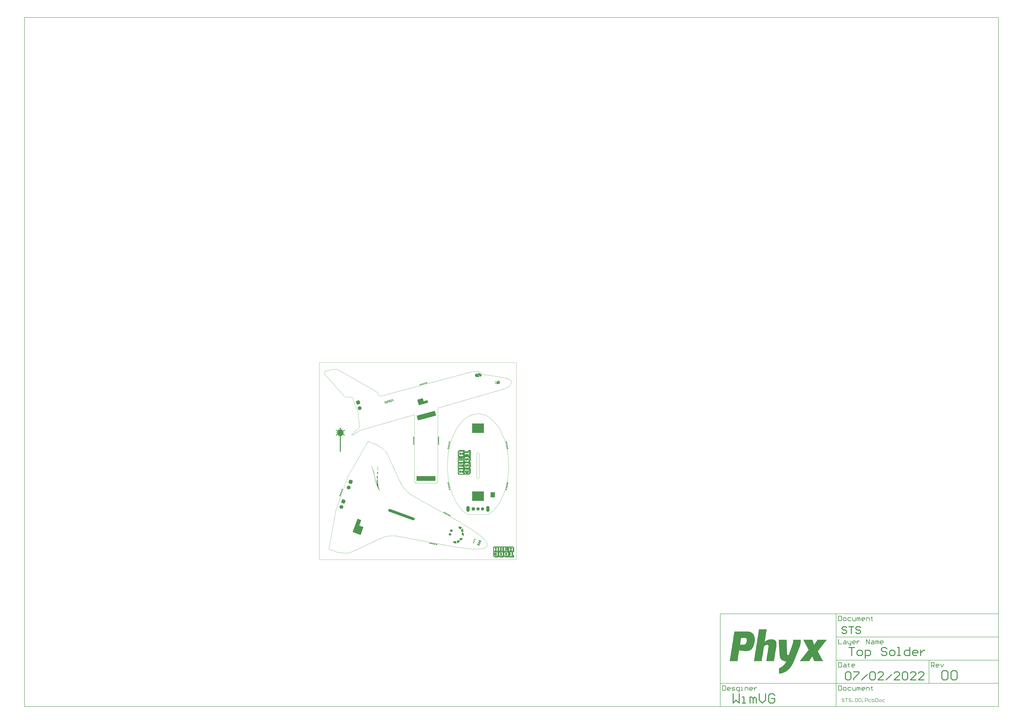
<source format=gts>
G04*
G04 #@! TF.GenerationSoftware,Altium Limited,Altium Designer,22.2.0 (33)*
G04*
G04 Layer_Color=8388736*
%FSLAX25Y25*%
%MOIN*%
G70*
G04*
G04 #@! TF.SameCoordinates,AE1C0F29-CF17-4AF8-ABE1-3241E8FB01DF*
G04*
G04*
G04 #@! TF.FilePolarity,Negative*
G04*
G01*
G75*
%ADD10C,0.01575*%
%ADD11C,0.00787*%
%ADD13C,0.00039*%
%ADD21C,0.00394*%
%ADD22C,0.00984*%
%ADD26C,0.02362*%
%ADD35R,0.07480X0.08661*%
G04:AMPARAMS|DCode=36|XSize=318.9mil|YSize=82.68mil|CornerRadius=0mil|HoleSize=0mil|Usage=FLASHONLY|Rotation=15.000|XOffset=0mil|YOffset=0mil|HoleType=Round|Shape=Rectangle|*
%AMROTATEDRECTD36*
4,1,4,-0.14332,-0.08120,-0.16472,-0.00134,0.14332,0.08120,0.16472,0.00134,-0.14332,-0.08120,0.0*
%
%ADD36ROTATEDRECTD36*%

%ADD37R,0.31890X0.08268*%
%ADD38R,0.01968X0.04331*%
%ADD39R,0.20079X0.16142*%
G04:AMPARAMS|DCode=40|XSize=476.38mil|YSize=47.24mil|CornerRadius=0mil|HoleSize=0mil|Usage=FLASHONLY|Rotation=160.000|XOffset=0mil|YOffset=0mil|HoleType=Round|Shape=Round|*
%AMOVALD40*
21,1,0.42913,0.04724,0.00000,0.00000,160.0*
1,1,0.04724,0.20163,-0.07339*
1,1,0.04724,-0.20163,0.07339*
%
%ADD40OVALD40*%

G04:AMPARAMS|DCode=41|XSize=64.96mil|YSize=63.94mil|CornerRadius=0mil|HoleSize=0mil|Usage=FLASHONLY|Rotation=250.000|XOffset=0mil|YOffset=0mil|HoleType=Round|Shape=Round|*
%AMOVALD41*
21,1,0.00102,0.06394,0.00000,0.00000,250.0*
1,1,0.06394,0.00018,0.00048*
1,1,0.06394,-0.00018,-0.00048*
%
%ADD41OVALD41*%

G04:AMPARAMS|DCode=42|XSize=64.96mil|YSize=63.94mil|CornerRadius=16.97mil|HoleSize=0mil|Usage=FLASHONLY|Rotation=70.000|XOffset=0mil|YOffset=0mil|HoleType=Round|Shape=RoundedRectangle|*
%AMROUNDEDRECTD42*
21,1,0.06496,0.03000,0,0,70.0*
21,1,0.03102,0.06394,0,0,70.0*
1,1,0.03394,0.01940,0.00945*
1,1,0.03394,0.00879,-0.01971*
1,1,0.03394,-0.01940,-0.00945*
1,1,0.03394,-0.00879,0.01971*
%
%ADD42ROUNDEDRECTD42*%
G04:AMPARAMS|DCode=43|XSize=64.96mil|YSize=63.94mil|CornerRadius=16.97mil|HoleSize=0mil|Usage=FLASHONLY|Rotation=105.000|XOffset=0mil|YOffset=0mil|HoleType=Round|Shape=RoundedRectangle|*
%AMROUNDEDRECTD43*
21,1,0.06496,0.03000,0,0,105.0*
21,1,0.03102,0.06394,0,0,105.0*
1,1,0.03394,0.01047,0.01887*
1,1,0.03394,0.01850,-0.01110*
1,1,0.03394,-0.01047,-0.01887*
1,1,0.03394,-0.01850,0.01110*
%
%ADD43ROUNDEDRECTD43*%
G04:AMPARAMS|DCode=44|XSize=64.96mil|YSize=63.94mil|CornerRadius=0mil|HoleSize=0mil|Usage=FLASHONLY|Rotation=285.000|XOffset=0mil|YOffset=0mil|HoleType=Round|Shape=Round|*
%AMOVALD44*
21,1,0.00102,0.06394,0.00000,0.00000,285.0*
1,1,0.06394,-0.00013,0.00049*
1,1,0.06394,0.00013,-0.00049*
%
%ADD44OVALD44*%

G04:AMPARAMS|DCode=45|XSize=90.55mil|YSize=51.18mil|CornerRadius=13.78mil|HoleSize=0mil|Usage=FLASHONLY|Rotation=90.000|XOffset=0mil|YOffset=0mil|HoleType=Round|Shape=RoundedRectangle|*
%AMROUNDEDRECTD45*
21,1,0.09055,0.02362,0,0,90.0*
21,1,0.06299,0.05118,0,0,90.0*
1,1,0.02756,0.01181,0.03150*
1,1,0.02756,0.01181,-0.03150*
1,1,0.02756,-0.01181,-0.03150*
1,1,0.02756,-0.01181,0.03150*
%
%ADD45ROUNDEDRECTD45*%
%ADD46C,0.05512*%
G04:AMPARAMS|DCode=47|XSize=55.12mil|YSize=55.12mil|CornerRadius=14.76mil|HoleSize=0mil|Usage=FLASHONLY|Rotation=0.000|XOffset=0mil|YOffset=0mil|HoleType=Round|Shape=RoundedRectangle|*
%AMROUNDEDRECTD47*
21,1,0.05512,0.02559,0,0,0.0*
21,1,0.02559,0.05512,0,0,0.0*
1,1,0.02953,0.01280,-0.01280*
1,1,0.02953,-0.01280,-0.01280*
1,1,0.02953,-0.01280,0.01280*
1,1,0.02953,0.01280,0.01280*
%
%ADD47ROUNDEDRECTD47*%
G36*
X251457Y296991D02*
X251473Y296982D01*
X251578Y296975D01*
X251578D01*
X251578Y296975D01*
X251579Y296975D01*
X251580D01*
X251581Y296975D01*
X251581Y296975D01*
X251634Y296979D01*
X251705Y296965D01*
X251729Y296960D01*
X251729Y296960D01*
X251729Y296960D01*
X251729Y296959D01*
X251730Y296959D01*
X251730Y296959D01*
X251730Y296959D01*
X251811Y296948D01*
X251860Y296928D01*
X251860D01*
X251864Y296927D01*
X251888Y296922D01*
X251888Y296922D01*
X251890Y296922D01*
X251947Y296915D01*
X251983Y296903D01*
X251983Y296903D01*
X251985Y296902D01*
X252007Y296898D01*
X252070Y296870D01*
X252070Y296870D01*
X252075Y296869D01*
X252098Y296864D01*
X252172Y296844D01*
X252172Y296844D01*
X252186Y296831D01*
X252259Y296806D01*
X252285Y296791D01*
X252366Y296744D01*
X252394Y296728D01*
X252475Y296681D01*
X252514Y296659D01*
X252557Y296625D01*
Y296625D01*
X252559Y296624D01*
X252613Y296593D01*
X252710Y296528D01*
X252710Y296528D01*
X252710Y296528D01*
X252710Y296528D01*
X252711Y296527D01*
X252711Y296527D01*
X252711Y296527D01*
X252711Y296527D01*
X252711Y296527D01*
X252710Y296528D01*
X252710Y296528D01*
X252710Y296528D01*
X252711Y296527D01*
X253111Y296278D01*
X253398Y296103D01*
X253969Y295728D01*
X254459Y295400D01*
X254861Y295141D01*
X255451Y294737D01*
X255522Y294687D01*
X255620Y294621D01*
X255747Y294530D01*
X255849Y294444D01*
X255987Y294311D01*
X256071Y294209D01*
X256147Y294094D01*
X256194Y294004D01*
X256197Y294000D01*
X256210Y293985D01*
X256226Y293926D01*
X256254Y293821D01*
X256254Y293653D01*
X256247Y293597D01*
X256212Y293476D01*
X256178Y293401D01*
X256145Y293359D01*
X256145Y293359D01*
X256145Y293359D01*
X256145Y293359D01*
X256144Y293358D01*
X256144Y293358D01*
X256144Y293358D01*
X255727Y292729D01*
X255614Y292550D01*
Y292550D01*
X255614Y292549D01*
X255614Y292549D01*
X255614Y292549D01*
X255614Y292549D01*
X255613Y292548D01*
X255606Y292536D01*
X255526Y292412D01*
X255467Y292327D01*
X255371Y292175D01*
X255290Y292050D01*
X255140Y291838D01*
X255140Y291838D01*
X255137Y291820D01*
X255137Y291819D01*
X254930Y291506D01*
X254817Y291326D01*
X254817Y291325D01*
X254796Y291289D01*
X254796Y291289D01*
X254774Y291282D01*
X254721Y291222D01*
X254721Y291222D01*
X254719Y291219D01*
X254714Y291210D01*
X254630Y291154D01*
Y291154D01*
X254628Y291153D01*
X254612Y291138D01*
X254544Y291110D01*
X254300Y291044D01*
X254203Y291029D01*
X254148Y291026D01*
X254014Y291024D01*
X253992Y291028D01*
X253992Y291028D01*
X253990Y291028D01*
X253860Y291040D01*
X253860Y291040D01*
X253853Y291039D01*
X253836Y291035D01*
X253770Y291048D01*
X253531Y291132D01*
X253167Y291297D01*
X253155Y291304D01*
X253154Y291305D01*
X253154D01*
X253152Y291306D01*
X252907Y291411D01*
X252787Y291481D01*
X252660Y291572D01*
X252602Y291623D01*
X252527Y291701D01*
X252525Y291706D01*
X252525Y291706D01*
X252521Y291714D01*
X252420Y291836D01*
X252098Y292266D01*
X252098Y292266D01*
X252095Y292269D01*
X252068Y292293D01*
X252030Y292349D01*
X252030Y292350D01*
X252030Y292350D01*
X252030Y292349D01*
X252030Y292350D01*
X252030Y292350D01*
X252030Y292350D01*
X252030Y292351D01*
X252029Y292351D01*
X251958Y292446D01*
X251922Y292494D01*
X251815Y292637D01*
X251744Y292733D01*
X251744Y292733D01*
X251743Y292734D01*
X251693Y292790D01*
X251678Y292807D01*
X251621Y292894D01*
X251621Y292894D01*
X251620Y292895D01*
X251532Y293009D01*
X251458Y293115D01*
X251458Y293115D01*
X251457Y293116D01*
X251339Y293256D01*
X251268Y293351D01*
X251194Y293458D01*
X251139Y293534D01*
X251139Y293534D01*
X251137Y293536D01*
X251089Y293591D01*
X250734Y294058D01*
X250492Y294361D01*
X250206Y294743D01*
X249870Y295182D01*
X249701Y295388D01*
X249517Y295691D01*
X249485Y295771D01*
X249474Y295810D01*
X249474Y295853D01*
X249474Y295853D01*
X249473Y295858D01*
X249465Y295887D01*
X249469Y295954D01*
X249469Y295954D01*
X249469Y295954D01*
X249469Y295954D01*
X249469Y295954D01*
X249469Y295955D01*
Y295955D01*
X249469Y295960D01*
X249468Y295961D01*
X249464Y295978D01*
X249468Y296043D01*
X249472Y296064D01*
X249492Y296114D01*
X249492Y296114D01*
X249493Y296122D01*
X249493Y296128D01*
X249492Y296131D01*
X249509Y296175D01*
X249516Y296187D01*
X249516Y296187D01*
X249519Y296194D01*
X249528Y296239D01*
X249534Y296249D01*
X249550Y296276D01*
X249564Y296301D01*
X249580Y296315D01*
X249580Y296315D01*
X249586Y296324D01*
X249597Y296357D01*
X249639Y296400D01*
X249639D01*
X249642Y296405D01*
X249648Y296415D01*
X249699Y296461D01*
X249737Y296482D01*
X249857Y296548D01*
X249857D01*
X249859Y296549D01*
X249886Y296567D01*
X250104Y296647D01*
X250104Y296647D01*
X250112Y296648D01*
X250783Y296842D01*
X250783D01*
X250786Y296843D01*
X250857Y296873D01*
X251221Y296971D01*
X251227Y296967D01*
X251242Y296965D01*
X251361Y296985D01*
X251457Y296991D01*
Y296991D01*
D02*
G37*
G36*
X251112Y296941D02*
X251176Y296958D01*
X251221Y296971D01*
X251112Y296941D01*
D02*
G37*
G36*
X247898Y295985D02*
X247899Y295985D01*
X247900Y295985D01*
X247900Y295985D01*
X247900Y295985D01*
X247997Y295965D01*
X248055Y295958D01*
X248056Y295958D01*
X248057Y295958D01*
X248058Y295957D01*
X248059Y295957D01*
X248059Y295957D01*
X248059Y295957D01*
X248211Y295906D01*
X248212Y295905D01*
X248300Y295872D01*
X248456Y295810D01*
X248456Y295810D01*
X248457Y295809D01*
X248457Y295809D01*
X248458Y295809D01*
X248458Y295809D01*
X248458Y295809D01*
X248539Y295762D01*
X248603Y295734D01*
X248603Y295734D01*
X248604Y295733D01*
X248605Y295733D01*
X248605Y295733D01*
X248606Y295732D01*
X248606Y295732D01*
X248744Y295644D01*
X248811Y295605D01*
X248812Y295604D01*
X248814Y295603D01*
X248815Y295602D01*
X248816Y295601D01*
X248817Y295600D01*
X248817Y295600D01*
X248831Y295584D01*
X248855Y295571D01*
X248855Y295570D01*
X248855Y295570D01*
X248856Y295570D01*
X248856Y295569D01*
X248857Y295569D01*
X248857Y295569D01*
X248927Y295519D01*
X248928Y295519D01*
X248928Y295519D01*
X248929Y295518D01*
X248930Y295517D01*
X248930Y295517D01*
X248930Y295517D01*
X248993Y295454D01*
X248994Y295453D01*
X248994Y295453D01*
X249010Y295434D01*
X249010Y295434D01*
X249011Y295434D01*
X249011Y295434D01*
X249011Y295433D01*
X249011Y295433D01*
X249011Y295433D01*
X249063Y295367D01*
X249063Y295367D01*
X249063Y295367D01*
X249064Y295367D01*
X249064Y295366D01*
X249064Y295366D01*
X249064Y295366D01*
X249138Y295260D01*
X249476Y294811D01*
X250054Y294071D01*
X250369Y293663D01*
X250543Y293445D01*
X250543Y293444D01*
X250650Y293301D01*
X250721Y293206D01*
X250770Y293151D01*
X250770Y293151D01*
X250771Y293150D01*
X250771Y293150D01*
X250771Y293149D01*
X250771Y293149D01*
X250771Y293149D01*
X250845Y293043D01*
X250930Y292940D01*
X251002Y292844D01*
X251003Y292843D01*
X251004Y292842D01*
X251005Y292840D01*
X251005Y292838D01*
X251006Y292837D01*
X251006Y292837D01*
X251008Y292830D01*
X251093Y292720D01*
X251158Y292646D01*
X251158Y292646D01*
X251158Y292646D01*
X251159Y292645D01*
X251159Y292645D01*
X251159Y292645D01*
X251159Y292645D01*
X251233Y292539D01*
X251269Y292491D01*
X251321Y292425D01*
X251425Y292292D01*
X251546Y292141D01*
X251654Y291998D01*
X251755Y291876D01*
X251755Y291876D01*
X251755Y291875D01*
X251756Y291875D01*
X251756Y291874D01*
X251756Y291874D01*
X251756Y291874D01*
X251814Y291787D01*
X251869Y291710D01*
X251869Y291710D01*
X251869Y291709D01*
X251870Y291709D01*
X251870Y291708D01*
X251870Y291708D01*
X251870Y291708D01*
X251892Y291668D01*
X251892Y291668D01*
X251893Y291667D01*
X251893Y291667D01*
X251893Y291666D01*
X251893Y291666D01*
X251893Y291666D01*
X251924Y291594D01*
X251924Y291594D01*
X251925Y291592D01*
Y291592D01*
X251924Y291594D01*
X251924Y291594D01*
X251924Y291594D01*
X251924Y291594D01*
X251924Y291594D01*
X251924Y291594D01*
X251924Y291593D01*
X251924Y291592D01*
X251925Y291592D01*
X251925Y291592D01*
X251925Y291592D01*
X251925Y291591D01*
X251925Y291591D01*
X251925Y291591D01*
X251925Y291591D01*
X251925Y291590D01*
X251925Y291590D01*
X251954Y291484D01*
X251974Y291409D01*
X251982Y291377D01*
X251982Y291376D01*
X251982Y291376D01*
X251983Y291375D01*
X251983Y291375D01*
X251983Y291374D01*
X251983Y291374D01*
X251998Y291275D01*
X251998Y291275D01*
X251998Y291274D01*
X251998Y291273D01*
X251998Y291272D01*
X251998Y291272D01*
X251998Y291271D01*
X251998Y291271D01*
X251994Y291201D01*
Y291201D01*
X251994Y291201D01*
X251994Y291200D01*
X251994Y291200D01*
X251994Y291200D01*
X251994Y291200D01*
X251980Y291082D01*
X251980Y291084D01*
X251980Y291084D01*
X251980Y291082D01*
X251980Y291082D01*
Y291082D01*
X251980Y291081D01*
X251980Y291082D01*
X251980Y291082D01*
X251980Y291081D01*
X251980Y291081D01*
X251980Y291081D01*
X251980Y291081D01*
X251980Y291081D01*
X251980Y291080D01*
X251980D01*
X251979Y291080D01*
X251980Y291080D01*
X251980Y291080D01*
X251980D01*
X251979Y291078D01*
X251979Y291078D01*
X251979Y291080D01*
X251979Y291079D01*
X251979Y291078D01*
X251979Y291078D01*
X251979Y291078D01*
X251956Y290992D01*
X251956Y290991D01*
X251956Y290991D01*
X251956Y290990D01*
X251956Y290989D01*
X251955Y290989D01*
X251955Y290989D01*
X251906Y290873D01*
X251906Y290873D01*
X251906Y290872D01*
X251906Y290872D01*
X251906Y290871D01*
X251905Y290871D01*
X251905Y290871D01*
X251822Y290711D01*
X251822Y290710D01*
X251821Y290709D01*
X251821Y290709D01*
X251820Y290708D01*
X251820Y290707D01*
X251820Y290707D01*
X251683Y290533D01*
X251683Y290533D01*
X251682Y290532D01*
X251681Y290531D01*
X251681Y290530D01*
X251680Y290530D01*
X251680Y290530D01*
X251569Y290432D01*
X251477Y290349D01*
X251476Y290349D01*
X251476Y290349D01*
X251476Y290349D01*
X251476Y290349D01*
X251476Y290349D01*
X251476Y290349D01*
X251476Y290349D01*
X251476Y290349D01*
X251475Y290348D01*
X251476Y290349D01*
X251476Y290349D01*
X251410Y290297D01*
X251409Y290296D01*
X251408Y290295D01*
X251407Y290295D01*
X251405Y290294D01*
X251405Y290294D01*
X251405Y290294D01*
X251345Y290266D01*
X251317Y290248D01*
X251317Y290248D01*
X251317Y290248D01*
X251314Y290246D01*
X251141Y290166D01*
X251141Y290165D01*
X251140Y290165D01*
X251139Y290165D01*
X251138Y290164D01*
X251137Y290164D01*
X251137D01*
X251030Y290136D01*
X251030Y290135D01*
X251029Y290135D01*
X251027Y290135D01*
X251026Y290135D01*
X251026Y290135D01*
X251026Y290135D01*
X250878Y290130D01*
X250833Y290129D01*
X250766Y290123D01*
X250766Y290123D01*
X250766Y290123D01*
X250765Y290123D01*
X250764Y290122D01*
X250764D01*
X250638Y290123D01*
X250638D01*
X250638Y290123D01*
X250637Y290123D01*
X250635Y290123D01*
X250634Y290123D01*
X250634Y290124D01*
X250634D01*
X250586Y290133D01*
X250493Y290142D01*
X250304Y290161D01*
X250304Y290161D01*
X250304Y290161D01*
X250303Y290161D01*
X250304Y290161D01*
X250304Y290161D01*
X250304Y290161D01*
X250304Y290161D01*
X250303Y290161D01*
X249973Y290208D01*
X249967Y290207D01*
X249966Y290206D01*
X249965Y290206D01*
X249963Y290206D01*
X249962Y290206D01*
X249961Y290206D01*
X249961Y290206D01*
X249960Y290206D01*
X249960Y290206D01*
X249959Y290206D01*
X249959Y290206D01*
X249959Y290206D01*
X249603Y290248D01*
X249321Y290276D01*
X249108Y290299D01*
X249108Y290299D01*
X249107Y290299D01*
X249108Y290299D01*
X249107Y290299D01*
X248822Y290337D01*
X248634Y290356D01*
X248361Y290386D01*
X248267Y290395D01*
X248266Y290395D01*
X248266Y290395D01*
X248075Y290424D01*
X247779Y290460D01*
X247567Y290483D01*
X247417Y290488D01*
X247417Y290488D01*
X247416Y290489D01*
X247415Y290489D01*
X247415Y290489D01*
X247414Y290489D01*
Y290489D01*
X247199Y290523D01*
X246927Y290553D01*
X246526Y290595D01*
X246525Y290595D01*
X246525D01*
X246108Y290655D01*
X246108Y290655D01*
X246107Y290655D01*
X246106Y290655D01*
X246105Y290655D01*
X246104Y290656D01*
X246104Y290656D01*
X245791Y290755D01*
X245790Y290755D01*
X245789Y290756D01*
X245789Y290756D01*
X245788Y290756D01*
X245788Y290756D01*
X245788D01*
X245576Y290861D01*
X245470Y290913D01*
X245470Y290913D01*
X245469Y290913D01*
X245468Y290914D01*
X245467Y290914D01*
X245467Y290914D01*
X245467D01*
X245410Y290956D01*
X245410Y290956D01*
X245410Y290957D01*
X245409Y290957D01*
X245409Y290957D01*
X245409Y290957D01*
X245409Y290957D01*
X245292Y291052D01*
X245291Y291053D01*
X245291Y291053D01*
X245215Y291124D01*
X245214Y291124D01*
X245214Y291124D01*
X245214Y291125D01*
X245214Y291125D01*
X245214Y291125D01*
X245214Y291125D01*
X245105Y291233D01*
X245104Y291234D01*
X245102Y291236D01*
X245100Y291239D01*
X245099Y291241D01*
X245099Y291243D01*
X245099Y291243D01*
X245097Y291250D01*
X245038Y291346D01*
X245036Y291348D01*
X245036Y291348D01*
X244983Y291460D01*
X244983Y291461D01*
X244983Y291461D01*
X244983Y291461D01*
X244983Y291462D01*
X244983Y291462D01*
X244940Y291577D01*
X244940Y291577D01*
X244940Y291578D01*
X244940Y291578D01*
X244940Y291579D01*
X244940Y291579D01*
Y291579D01*
X244923Y291643D01*
X244894Y291750D01*
X244894Y291751D01*
X244894Y291751D01*
X244894Y291752D01*
X244894Y291753D01*
X244893Y291753D01*
Y291753D01*
X244872Y291919D01*
X244872Y291919D01*
X244872Y291920D01*
X244872Y291921D01*
X244872Y291922D01*
X244872Y291922D01*
X244872Y291922D01*
X244870Y292185D01*
X244864Y292677D01*
X244844Y293567D01*
X244827Y294101D01*
X244817Y294224D01*
X244817Y294226D01*
Y294226D01*
X244818Y294307D01*
X244818Y294308D01*
X244818Y294309D01*
X244818Y294309D01*
X244818Y294310D01*
X244818Y294311D01*
X244818Y294311D01*
X244823Y294333D01*
X244824Y294411D01*
X244818Y294477D01*
X244818Y294477D01*
X244818Y294479D01*
X244818Y294481D01*
X244818Y294482D01*
X244818Y294483D01*
X244818Y294483D01*
X244823Y294507D01*
X244828Y294529D01*
X244824Y294583D01*
X244824Y294583D01*
X244824Y294584D01*
X244824Y294585D01*
X244824Y294587D01*
X244824Y294587D01*
X244824Y294587D01*
X244846Y294719D01*
X244847Y294720D01*
X244847Y294722D01*
X244848Y294724D01*
X244848Y294726D01*
X244849Y294727D01*
X244849Y294727D01*
X244879Y294779D01*
X244904Y294853D01*
X244904Y294853D01*
X244905Y294855D01*
X244906Y294857D01*
X244907Y294858D01*
X244908Y294859D01*
Y294859D01*
X245010Y294989D01*
X245060Y295060D01*
X245061Y295062D01*
X245061Y295062D01*
X245166Y295181D01*
X245193Y295212D01*
X245193Y295212D01*
X245194Y295213D01*
X245195Y295214D01*
X245196Y295214D01*
X245196Y295215D01*
X245196Y295215D01*
X245292Y295286D01*
X245293Y295287D01*
X245398Y295361D01*
X245399Y295361D01*
X245400Y295362D01*
X245401Y295362D01*
X245402Y295363D01*
X245402Y295363D01*
X245402Y295363D01*
X245608Y295453D01*
X245669Y295480D01*
X245669Y295481D01*
X245670Y295481D01*
X245670Y295481D01*
X245671Y295481D01*
X245671Y295481D01*
X245671Y295481D01*
X245871Y295546D01*
X245873Y295547D01*
X245873Y295547D01*
X247201Y295903D01*
X247202Y295903D01*
X247494Y295970D01*
X247494Y295970D01*
X247496Y295970D01*
X247497Y295970D01*
X247499Y295970D01*
X247500Y295970D01*
X247500Y295970D01*
X247533Y295968D01*
X247722Y295985D01*
X247722Y295985D01*
X247723Y295985D01*
X247723Y295985D01*
X247724Y295985D01*
X247724Y295985D01*
X247724Y295985D01*
X247896Y295985D01*
X247897Y295985D01*
X247898Y295985D01*
D02*
G37*
G36*
X251476Y290349D02*
X251476Y290349D01*
X251476Y290349D01*
X251476Y290349D01*
X251477Y290349D01*
X251476Y290349D01*
D02*
G37*
G36*
X251476Y290349D02*
X251476Y290349D01*
X251476Y290349D01*
X251476Y290349D01*
X251476Y290349D01*
X251476Y290349D01*
X251476Y290349D01*
D02*
G37*
G36*
X251317Y290248D02*
X251316Y290248D01*
X251317Y290248D01*
X251317Y290248D01*
X251317Y290248D01*
X251317Y290248D01*
X251317Y290248D01*
D02*
G37*
G36*
X251316Y290248D02*
X251316Y290247D01*
X251315Y290247D01*
X251315Y290247D01*
X251315Y290247D01*
X251315D01*
X251315Y290247D01*
X251316Y290248D01*
X251316Y290248D01*
D02*
G37*
G36*
X279417Y283450D02*
X279625Y283276D01*
X279747Y283033D01*
X279770Y282776D01*
X279753Y282642D01*
X279618Y282407D01*
X279403Y282242D01*
X279142Y282172D01*
X278874Y282208D01*
X278640Y282344D01*
X278476Y282559D01*
X278407Y282821D01*
X278425Y282955D01*
Y282955D01*
X278510Y283196D01*
X278897Y283506D01*
X279155Y283529D01*
X279417Y283450D01*
D02*
G37*
G36*
X279904Y280617D02*
X280050Y280532D01*
X280257Y280358D01*
X280366Y280123D01*
X280392Y279855D01*
X280297Y279611D01*
X280131Y279417D01*
X279888Y279295D01*
X279641Y279275D01*
X279389Y279356D01*
X279182Y279530D01*
X279060Y279773D01*
X279047Y280034D01*
D01*
Y280034D01*
Y280034D01*
X279067Y280202D01*
X279263Y280478D01*
X279566Y280628D01*
X279904Y280617D01*
D02*
G37*
G36*
X285297Y284681D02*
X285657Y284410D01*
X285926Y284047D01*
X286335Y283249D01*
X286653Y282405D01*
X286881Y281513D01*
X286917Y280605D01*
X286755Y279712D01*
X286590Y279300D01*
X286316Y278951D01*
X285943Y278714D01*
X285516Y278679D01*
X285102Y278855D01*
X284777Y279170D01*
X284649Y279347D01*
X284447Y279734D01*
X284304Y280147D01*
X284223Y280576D01*
X284214Y280794D01*
X284214D01*
X284203Y280916D01*
X284189Y281159D01*
X284183Y281403D01*
X284187Y281647D01*
X284192Y281769D01*
X284202Y281991D01*
X284243Y282432D01*
X284304Y282870D01*
X284386Y283306D01*
X284437Y283521D01*
X284437Y283521D01*
X284661Y284316D01*
X284887Y284629D01*
X285073Y284702D01*
X285297Y284681D01*
D02*
G37*
G36*
X282462Y283910D02*
X282814Y283626D01*
X283081Y283273D01*
X283481Y282462D01*
X283810Y281620D01*
X284024Y280736D01*
X284061Y279828D01*
X283896Y278945D01*
X283730Y278534D01*
X283467Y278188D01*
X283095Y277950D01*
X282668Y277916D01*
X282256Y278081D01*
X281923Y278382D01*
X281522Y279193D01*
X281362Y280092D01*
X281336Y281003D01*
X281417Y281897D01*
X281581Y282744D01*
X281812Y283552D01*
X282049Y283868D01*
X282236Y283941D01*
X282462Y283910D01*
D02*
G37*
G36*
X101925Y251072D02*
X99881Y250524D01*
X99879Y250524D01*
X99877Y250523D01*
X99875Y250523D01*
X99873Y250522D01*
X99871Y250521D01*
X99869Y250521D01*
X99867Y250520D01*
X99865Y250520D01*
X99863Y250519D01*
X99861Y250519D01*
X99859Y250518D01*
X99857Y250518D01*
X99856Y250517D01*
X99854Y250517D01*
X99852Y250516D01*
X99850Y250516D01*
X99848Y250515D01*
X99846Y250515D01*
X99844Y250514D01*
X99843Y250513D01*
X99841Y250513D01*
X99839Y250512D01*
X99837Y250512D01*
X99835Y250511D01*
X99834Y250511D01*
X99832Y250510D01*
X99830Y250510D01*
X99828Y250509D01*
X99826Y250508D01*
X99825Y250508D01*
X99823Y250507D01*
X99821Y250507D01*
X99819Y250506D01*
X99818Y250506D01*
X99816Y250505D01*
X99814Y250504D01*
X99813Y250504D01*
X99811Y250503D01*
X99809Y250503D01*
X99807Y250502D01*
X99806Y250502D01*
X99804Y250501D01*
X99802Y250500D01*
X99801Y250500D01*
X99799Y250499D01*
X99797Y250499D01*
X99796Y250498D01*
X99794Y250498D01*
X99793Y250497D01*
X99791Y250497D01*
X99789Y250496D01*
X99788Y250495D01*
X99786Y250495D01*
X99785Y250494D01*
X99783Y250494D01*
X99782Y250493D01*
X99780Y250492D01*
X99778Y250492D01*
X99777Y250491D01*
X99775Y250491D01*
X99774Y250490D01*
X99772Y250489D01*
X99771Y250489D01*
X99769Y250488D01*
X99768Y250488D01*
X99766Y250487D01*
X99765Y250486D01*
X99763Y250486D01*
X99762Y250485D01*
X99760Y250485D01*
X99759Y250484D01*
X99757Y250483D01*
X99756Y250483D01*
X99755Y250482D01*
X99753Y250482D01*
X99752Y250481D01*
X99750Y250480D01*
X99749Y250480D01*
X99748Y250479D01*
X99746Y250479D01*
X99745Y250478D01*
X99743Y250477D01*
X99742Y250477D01*
X99741Y250476D01*
X99739Y250476D01*
X99738Y250475D01*
X99737Y250474D01*
X99735Y250474D01*
X99734Y250473D01*
X99733Y250472D01*
X99731Y250472D01*
X99730Y250471D01*
X99729Y250470D01*
X99727Y250470D01*
X99726Y250469D01*
X99724Y250468D01*
X99722Y250467D01*
X99721Y250467D01*
X99719Y250466D01*
X99718Y250465D01*
X99716Y250464D01*
X99715Y250463D01*
X99713Y250463D01*
X99712Y250462D01*
X99710Y250461D01*
X99708Y250460D01*
X99707Y250459D01*
X99705Y250459D01*
X99704Y250458D01*
X99703Y250457D01*
X99701Y250456D01*
X99700Y250455D01*
X99698Y250454D01*
X99697Y250453D01*
X99695Y250453D01*
X99694Y250452D01*
X99692Y250451D01*
X99691Y250450D01*
X99690Y250449D01*
X99688Y250448D01*
X99687Y250448D01*
X99685Y250447D01*
X99684Y250446D01*
X99682Y250444D01*
X99681Y250443D01*
X99679Y250442D01*
X99677Y250441D01*
X99676Y250440D01*
X99674Y250439D01*
X99673Y250438D01*
X99671Y250437D01*
X99670Y250436D01*
X99668Y250435D01*
X99666Y250433D01*
X99664Y250432D01*
X99663Y250431D01*
X99661Y250430D01*
X99659Y250428D01*
X99657Y250427D01*
X99656Y250425D01*
X99654Y250424D01*
X99652Y250422D01*
X99650Y250420D01*
X99648Y250419D01*
X99645Y250417D01*
X99643Y250415D01*
X99641Y250413D01*
X99638Y250410D01*
X99635Y250407D01*
X99632Y250404D01*
X99632Y250404D01*
X99631Y250403D01*
X99630Y250402D01*
X99629Y250401D01*
X99628Y250400D01*
X99627Y250400D01*
X99627Y250400D01*
X99626Y250398D01*
X99623Y250395D01*
X99620Y250392D01*
X99617Y250389D01*
X99616Y250387D01*
X99615Y250386D01*
X99613Y250384D01*
X99611Y250381D01*
X99610Y250379D01*
X99609Y250378D01*
X99608Y250377D01*
X99607Y250376D01*
X99606Y250375D01*
X99606Y250374D01*
X99605Y250373D01*
X99603Y250370D01*
X99600Y250367D01*
X99598Y250364D01*
X99597Y250361D01*
X99595Y250359D01*
X99594Y250357D01*
X99593Y250355D01*
X99591Y250353D01*
X99590Y250351D01*
X99589Y250348D01*
X99589Y250348D01*
X99588Y250348D01*
X99588Y250346D01*
X99587Y250345D01*
X99586Y250344D01*
X99585Y250343D01*
X99585Y250341D01*
X99583Y250338D01*
X99581Y250334D01*
X99579Y250331D01*
X99578Y250329D01*
X99578Y250328D01*
X99577Y250326D01*
X99576Y250324D01*
X99575Y250322D01*
X99574Y250321D01*
X99574Y250321D01*
X99574Y250320D01*
X99573Y250318D01*
X99572Y250316D01*
X99572Y250314D01*
X99571Y250313D01*
X99571Y250313D01*
X99571Y250313D01*
X99570Y250311D01*
X99570Y250310D01*
X99569Y250308D01*
X99569Y250308D01*
X99569Y250307D01*
X99568Y250306D01*
X99568Y250304D01*
X99567Y250303D01*
X99567Y250302D01*
X99567Y250302D01*
X99566Y250300D01*
X99566Y250299D01*
X99565Y250298D01*
X99565Y250297D01*
X99563Y250292D01*
X99562Y250288D01*
X99561Y250283D01*
X99559Y250279D01*
X99558Y250275D01*
X99557Y250271D01*
X99556Y250267D01*
X99555Y250264D01*
X99555Y250260D01*
X99554Y250256D01*
X99553Y250253D01*
X99553Y250250D01*
X99552Y250246D01*
X99551Y250243D01*
X99551Y250240D01*
X99550Y250236D01*
X99550Y250233D01*
X99550Y250230D01*
X99549Y250227D01*
X99549Y250224D01*
X99549Y250221D01*
X99548Y250218D01*
X99548Y250215D01*
X99548Y250212D01*
X99548Y250208D01*
X99547Y250205D01*
X99547Y250202D01*
X99547Y250199D01*
X99547Y250196D01*
X99547Y250193D01*
X99547Y250190D01*
X99547Y250187D01*
X99547Y250184D01*
X99547Y250181D01*
X99547Y250178D01*
X99547Y250175D01*
X99547Y250172D01*
X99547Y250169D01*
X99547Y250167D01*
X99547Y250164D01*
X99547Y250161D01*
X99548Y250158D01*
X99548Y250155D01*
X99548Y250153D01*
X99548Y250150D01*
X99548Y250147D01*
X99549Y250144D01*
X99549Y250141D01*
X99549Y250138D01*
X99549Y250136D01*
X99550Y250133D01*
X99550Y250130D01*
X99550Y250127D01*
X99551Y250124D01*
X99551Y250120D01*
X99552Y250117D01*
X99552Y250114D01*
X99553Y250111D01*
X99553Y250108D01*
X99554Y250105D01*
X99554Y250101D01*
X99555Y250098D01*
X99555Y250095D01*
X99556Y250092D01*
X99556Y250089D01*
X99557Y250086D01*
X99558Y250082D01*
X99558Y250079D01*
X99559Y250076D01*
X99560Y250073D01*
X99560Y250070D01*
X99561Y250066D01*
X99562Y250063D01*
X99563Y250060D01*
X99564Y250056D01*
X99565Y250053D01*
X99565Y250049D01*
X99566Y250049D01*
X99566Y250048D01*
X99566Y250047D01*
X99566Y250046D01*
X99566Y250045D01*
X99567Y250045D01*
X99567Y250045D01*
X99567Y250044D01*
X99567Y250044D01*
X99567Y250043D01*
X99568Y250040D01*
X99569Y250037D01*
X99569Y250034D01*
X99570Y250031D01*
X99571Y250028D01*
X99572Y250026D01*
X99573Y250023D01*
X99574Y250020D01*
X99575Y250017D01*
X99576Y250014D01*
X99577Y250011D01*
X99578Y250008D01*
X99579Y250005D01*
X99580Y250003D01*
X99581Y250000D01*
X99582Y249997D01*
X99583Y249994D01*
X99584Y249991D01*
X99585Y249989D01*
X99586Y249986D01*
X99587Y249983D01*
X99588Y249981D01*
X99590Y249978D01*
X99591Y249975D01*
X99592Y249973D01*
X99593Y249970D01*
X99594Y249967D01*
X99595Y249965D01*
X99597Y249962D01*
X99598Y249959D01*
X99599Y249957D01*
X99600Y249954D01*
X99602Y249952D01*
X99603Y249949D01*
X99604Y249947D01*
X99606Y249944D01*
X99607Y249942D01*
X99608Y249939D01*
X99610Y249937D01*
X99611Y249935D01*
X99612Y249932D01*
X99614Y249930D01*
X99615Y249928D01*
X99617Y249925D01*
X99618Y249923D01*
X99620Y249920D01*
X99621Y249918D01*
X99623Y249915D01*
X99625Y249913D01*
X99626Y249910D01*
X99628Y249908D01*
X99630Y249906D01*
X99631Y249903D01*
X99633Y249901D01*
X99635Y249899D01*
X99637Y249896D01*
X99639Y249893D01*
X99641Y249891D01*
X99643Y249888D01*
X99645Y249886D01*
X99647Y249884D01*
X99649Y249881D01*
X99651Y249878D01*
X99654Y249876D01*
X99656Y249873D01*
X99659Y249870D01*
X99662Y249868D01*
X99664Y249865D01*
X99667Y249862D01*
X99671Y249859D01*
X99674Y249856D01*
X99674D01*
X99674Y249856D01*
X99675Y249855D01*
X99676Y249854D01*
X99677Y249853D01*
X99678Y249853D01*
X99678Y249852D01*
X99679Y249852D01*
X99680Y249851D01*
X99681Y249850D01*
X99682Y249850D01*
X99682D01*
X99682Y249849D01*
X99683Y249848D01*
X99684Y249847D01*
X99686Y249847D01*
X99686Y249846D01*
X99687Y249846D01*
X99688Y249845D01*
X99689Y249844D01*
X99690Y249843D01*
X99691Y249842D01*
X99692Y249842D01*
X99693Y249841D01*
X99695Y249840D01*
X99696Y249839D01*
X99697Y249838D01*
X99698Y249837D01*
X99700Y249836D01*
X99701Y249835D01*
X99703Y249834D01*
X99704Y249833D01*
Y249833D01*
X99706Y249832D01*
X99709Y249830D01*
X99713Y249828D01*
X99716Y249826D01*
X99718Y249825D01*
X99718Y249825D01*
X99720Y249824D01*
X99721Y249823D01*
X99722Y249822D01*
X99724Y249821D01*
X99726Y249820D01*
X99727Y249820D01*
X99729Y249819D01*
X99731Y249818D01*
X99732Y249817D01*
X99734Y249816D01*
X99736Y249815D01*
X99738Y249814D01*
X99740Y249813D01*
X99742Y249812D01*
X99744Y249811D01*
X99746Y249810D01*
X99749Y249809D01*
X99751Y249808D01*
X99754Y249807D01*
X99757Y249805D01*
X99761Y249804D01*
X99765Y249802D01*
X99765Y249802D01*
X99766Y249802D01*
X99767Y249801D01*
X99769Y249801D01*
X99770Y249800D01*
X99771Y249800D01*
X99773Y249799D01*
X99778Y249797D01*
X99783Y249796D01*
X99789Y249794D01*
X99791Y249793D01*
X99791Y249793D01*
X99792Y249793D01*
X99795Y249792D01*
X99797Y249792D01*
X99800Y249791D01*
X99801Y249791D01*
X99802Y249791D01*
X99803Y249790D01*
X99805Y249790D01*
X99806Y249789D01*
X99807Y249789D01*
X99812Y249788D01*
X99816Y249787D01*
X99819Y249786D01*
X99823Y249786D01*
X99826Y249785D01*
X99829Y249785D01*
X99832Y249784D01*
X99834Y249784D01*
X99837Y249783D01*
X99839Y249783D01*
X99842Y249783D01*
X99844Y249782D01*
X99847Y249782D01*
X99849Y249782D01*
X99851Y249781D01*
X99853Y249781D01*
X99856Y249781D01*
X99857Y249781D01*
X99860Y249781D01*
X99862Y249780D01*
X99864Y249780D01*
X99866Y249780D01*
X99868Y249780D01*
X99870Y249780D01*
X99872Y249780D01*
X99874Y249780D01*
X99876Y249779D01*
X99878Y249779D01*
X99880Y249779D01*
X99882Y249779D01*
X99883Y249779D01*
X99885Y249779D01*
X99887Y249779D01*
X99889Y249779D01*
X99890Y249779D01*
X99892Y249779D01*
X99894Y249779D01*
X99896Y249779D01*
X99898Y249779D01*
X99899Y249779D01*
X99901D01*
X99903Y249779D01*
X99905D01*
X99907Y249779D01*
X99909Y249779D01*
X99910Y249779D01*
X99912Y249779D01*
X99914Y249779D01*
X99916Y249779D01*
X99918Y249779D01*
X99920Y249779D01*
X99922Y249779D01*
X99924Y249779D01*
X99926Y249779D01*
X99928Y249779D01*
X99929Y249780D01*
X99931Y249780D01*
X99933Y249780D01*
X99935Y249780D01*
X99937Y249780D01*
X99939Y249780D01*
X99940Y249780D01*
X99942Y249780D01*
X99943Y249780D01*
X99945Y249781D01*
X99946Y249781D01*
X99948Y249781D01*
X99949Y249781D01*
X99951Y249781D01*
X99952Y249781D01*
X99954Y249781D01*
X99955Y249781D01*
X99957Y249781D01*
X99958Y249782D01*
X99960Y249782D01*
X99962Y249782D01*
X99963Y249782D01*
X99965Y249782D01*
X99966Y249782D01*
X99968Y249783D01*
X99970Y249783D01*
X99971Y249783D01*
X99973Y249783D01*
X99974Y249783D01*
X99976Y249783D01*
X99978Y249784D01*
X99979Y249784D01*
X99981Y249784D01*
X99982Y249784D01*
X99984Y249784D01*
X99986Y249785D01*
X99987Y249785D01*
X99989Y249785D01*
X99991Y249785D01*
X99992Y249785D01*
X99994Y249786D01*
X99996Y249786D01*
X99997Y249786D01*
X99999Y249786D01*
X100001Y249787D01*
X100003Y249787D01*
X100004Y249787D01*
X100006Y249787D01*
X100008Y249788D01*
X100009Y249788D01*
X100011Y249788D01*
X100013Y249788D01*
X100015Y249789D01*
X100016Y249789D01*
X100018Y249789D01*
X100020Y249790D01*
X100022Y249790D01*
X100023Y249790D01*
X100025Y249791D01*
X100027Y249791D01*
X100029Y249791D01*
X100031Y249791D01*
X100032Y249792D01*
X100034Y249792D01*
X100036Y249792D01*
X100038Y249793D01*
X100040Y249793D01*
X100041Y249793D01*
X100043Y249794D01*
X100045Y249794D01*
X100047Y249794D01*
X100049Y249795D01*
X100051Y249795D01*
X100053Y249795D01*
X100055Y249796D01*
X100056Y249796D01*
X100058Y249797D01*
X100060Y249797D01*
X100062Y249797D01*
X100064Y249798D01*
X100066Y249798D01*
X100068Y249798D01*
X100070Y249799D01*
X100072Y249799D01*
X100074Y249799D01*
X100076Y249800D01*
X100078Y249800D01*
X100080Y249801D01*
X100082Y249801D01*
X100084Y249801D01*
X100086Y249802D01*
X100088Y249802D01*
X100090Y249803D01*
X100092Y249803D01*
X100094Y249804D01*
X100096Y249804D01*
X100098Y249805D01*
X100100Y249805D01*
X100102Y249805D01*
X100104Y249806D01*
X100106Y249806D01*
X100108Y249807D01*
X100110Y249807D01*
X100112Y249808D01*
X100114Y249808D01*
X100116Y249809D01*
X100118Y249809D01*
X100120Y249810D01*
X100123Y249810D01*
X100125Y249811D01*
X100127Y249811D01*
X100129Y249812D01*
X100131Y249812D01*
X100133Y249813D01*
X100136Y249813D01*
X100138Y249814D01*
X100140Y249814D01*
X100142Y249815D01*
X100144Y249815D01*
X100146Y249816D01*
X100149Y249816D01*
X100151Y249817D01*
X100153Y249817D01*
X100155Y249818D01*
X100158Y249819D01*
X100160Y249819D01*
X100162Y249820D01*
X100164Y249820D01*
X100167Y249821D01*
X100169Y249821D01*
X100171Y249822D01*
X100173Y249823D01*
X100176Y249823D01*
X100178Y249824D01*
X100180Y249824D01*
X100183Y249825D01*
X100185Y249826D01*
X100188Y249826D01*
X100190Y249827D01*
X100192Y249827D01*
X100195Y249828D01*
X100197Y249829D01*
X100199Y249829D01*
X100202Y249830D01*
X100204Y249831D01*
X100206Y249831D01*
X100209Y249832D01*
X100212Y249833D01*
X100920Y250022D01*
X100921Y250023D01*
X100926Y250024D01*
X100930Y250025D01*
X100935Y250026D01*
X100939Y250027D01*
X100944Y250029D01*
X100948Y250030D01*
X100953Y250031D01*
X100957Y250032D01*
X100962Y250033D01*
X100966Y250034D01*
X100971Y250036D01*
X100975Y250037D01*
X100979Y250038D01*
X100984Y250039D01*
X100988Y250040D01*
X100993Y250041D01*
X100998Y250043D01*
X101004Y250044D01*
X101010Y250045D01*
X101016Y250047D01*
X101022Y250048D01*
X101028Y250050D01*
X101033Y250051D01*
X101039Y250052D01*
X101045Y250054D01*
X101050Y250055D01*
X101056Y250057D01*
X101062Y250058D01*
X101067Y250059D01*
X101073Y250060D01*
X101079Y250062D01*
X101084Y250063D01*
X101090Y250064D01*
X101096Y250065D01*
X101101Y250067D01*
X101107Y250068D01*
X101112Y250069D01*
X101118Y250070D01*
X101123Y250072D01*
X101129Y250073D01*
X101134Y250074D01*
X101140Y250075D01*
X101145Y250076D01*
X101151Y250077D01*
X101156Y250078D01*
X101162Y250079D01*
X101167Y250080D01*
X101172Y250081D01*
X101178Y250082D01*
X101183Y250084D01*
X101188Y250085D01*
X101194Y250086D01*
X101199Y250087D01*
X101204Y250087D01*
X101210Y250089D01*
X101215Y250089D01*
X101220Y250090D01*
X101225Y250091D01*
X101231Y250092D01*
X101236Y250093D01*
X101241Y250094D01*
X101246Y250095D01*
X101251Y250096D01*
X101257Y250097D01*
X101262Y250097D01*
X101267Y250098D01*
X101272Y250099D01*
X101277Y250100D01*
X101282Y250100D01*
X101287Y250101D01*
X101293Y250102D01*
X101298Y250103D01*
X101303Y250103D01*
X101308Y250104D01*
X101313Y250105D01*
X101318Y250106D01*
X101323Y250106D01*
X101328Y250107D01*
X101333Y250107D01*
X101338Y250108D01*
X101343Y250109D01*
X101347Y250109D01*
X101353Y250110D01*
X101357Y250110D01*
X101362Y250111D01*
X101367Y250111D01*
X101372Y250112D01*
X101377Y250112D01*
X101383Y250113D01*
X101389Y250114D01*
X101395Y250114D01*
X101401Y250115D01*
X101407Y250115D01*
X101413Y250116D01*
X101419Y250116D01*
X101425Y250117D01*
X101431Y250117D01*
X101437Y250117D01*
X101443Y250118D01*
X101449Y250118D01*
X101455Y250118D01*
X101460Y250119D01*
X101466Y250119D01*
X101472Y250119D01*
X101478Y250120D01*
X101484Y250120D01*
X101489Y250120D01*
X101495Y250120D01*
X101501Y250120D01*
X101507Y250120D01*
X101512Y250121D01*
X101518Y250121D01*
X101525Y250121D01*
X101532Y250121D01*
X101538Y250121D01*
X101545Y250121D01*
X101552Y250121D01*
X101559Y250121D01*
X101565Y250120D01*
X101572Y250120D01*
X101579Y250120D01*
X101585Y250120D01*
X101592Y250119D01*
X101600Y250119D01*
X101607Y250119D01*
X101615Y250118D01*
X101622Y250118D01*
X101630Y250117D01*
X101637Y250117D01*
X101646Y250116D01*
X101655Y250115D01*
X101663Y250114D01*
X101673Y250113D01*
X101682Y250112D01*
X101692Y250111D01*
X101702Y250109D01*
X101714Y250108D01*
X101725Y250106D01*
X101738Y250104D01*
X101751Y250101D01*
X101766Y250098D01*
Y250098D01*
X101769Y250098D01*
X101773Y250097D01*
X101778Y250096D01*
X101783Y250095D01*
X101785Y250094D01*
X101799Y250091D01*
X101828Y250083D01*
X101856Y250075D01*
X101884Y250066D01*
X101898Y250061D01*
X101901Y250060D01*
X101908Y250058D01*
X101914Y250056D01*
X101920Y250053D01*
X101923Y250052D01*
X101923Y250052D01*
X101925Y250051D01*
X101929Y250050D01*
X101934Y250048D01*
X101938Y250046D01*
X101940Y250045D01*
X101955Y250039D01*
X101967Y250034D01*
X101979Y250029D01*
X101989Y250024D01*
X101999Y250019D01*
X102008Y250015D01*
X102017Y250010D01*
X102026Y250006D01*
X102034Y250002D01*
X102042Y249997D01*
X102049Y249993D01*
X102057Y249989D01*
X102064Y249986D01*
X102071Y249981D01*
X102076Y249978D01*
X102083Y249974D01*
X102089Y249971D01*
X102096Y249967D01*
X102102Y249962D01*
X102109Y249958D01*
X102115Y249954D01*
X102121Y249950D01*
X102128Y249946D01*
X102134Y249941D01*
X102141Y249937D01*
X102147Y249932D01*
X102154Y249927D01*
X102161Y249922D01*
X102168Y249917D01*
X102175Y249911D01*
X102182Y249906D01*
X102189Y249901D01*
X102195Y249895D01*
X102202Y249889D01*
X102209Y249884D01*
X102216Y249877D01*
X102224Y249871D01*
X102231Y249864D01*
X102239Y249858D01*
X102246Y249851D01*
X102253Y249844D01*
X102261Y249836D01*
X102269Y249829D01*
X102277Y249821D01*
X102284Y249813D01*
X102292Y249805D01*
X102300Y249796D01*
X102308Y249788D01*
X102316Y249779D01*
X102325Y249769D01*
X102334Y249759D01*
X102342Y249749D01*
X102351Y249738D01*
X102360Y249727D01*
X102370Y249715D01*
X102380Y249702D01*
X102390Y249689D01*
X102400Y249675D01*
X102410Y249660D01*
X102421Y249644D01*
X102433Y249626D01*
X102445Y249607D01*
X102445Y249607D01*
X102447Y249605D01*
X102450Y249600D01*
X102453Y249594D01*
X102456Y249589D01*
X102458Y249586D01*
X102460Y249584D01*
X102463Y249578D01*
X102467Y249572D01*
X102470Y249566D01*
X102472Y249563D01*
X102473Y249560D01*
X102477Y249553D01*
X102481Y249547D01*
X102485Y249540D01*
X102486Y249537D01*
X102489Y249533D01*
X102493Y249525D01*
X102497Y249518D01*
X102501Y249510D01*
X102503Y249506D01*
X102503D01*
X102505Y249501D01*
X102510Y249492D01*
X102515Y249482D01*
X102520Y249473D01*
X102522Y249468D01*
X102525Y249461D01*
X102531Y249448D01*
X102537Y249435D01*
X102543Y249422D01*
X102546Y249416D01*
X102546D01*
X102556Y249391D01*
X102575Y249342D01*
X102592Y249293D01*
X102608Y249242D01*
X102615Y249217D01*
X102616Y249212D01*
X102618Y249207D01*
X102619Y249201D01*
X102620Y249195D01*
X102622Y249189D01*
X102623Y249184D01*
X102625Y249177D01*
X102627Y249170D01*
X102628Y249163D01*
X102630Y249156D01*
X102631Y249149D01*
X102633Y249143D01*
X102635Y249136D01*
X102636Y249129D01*
X102638Y249123D01*
X102639Y249116D01*
X102640Y249109D01*
X102642Y249103D01*
X102643Y249096D01*
X102644Y249089D01*
X102646Y249083D01*
X102647Y249076D01*
X102648Y249070D01*
X102649Y249063D01*
X102650Y249057D01*
X102651Y249050D01*
X102652Y249044D01*
X102653Y249037D01*
X102655Y249030D01*
X102656Y249022D01*
X102657Y249015D01*
X102658Y249007D01*
X102659Y249000D01*
X102660Y248992D01*
X102661Y248985D01*
X102662Y248978D01*
X102662Y248970D01*
X102663Y248963D01*
X102664Y248955D01*
X102665Y248946D01*
X102665Y248938D01*
X102666Y248930D01*
X102667Y248921D01*
X102667Y248913D01*
X102668Y248904D01*
X102668Y248895D01*
X102669Y248886D01*
X102669Y248877D01*
X102670Y248867D01*
X102670Y248857D01*
X102670Y248847D01*
X102670Y248836D01*
X102670Y248825D01*
X102670Y248813D01*
X102669Y248800D01*
X102669Y248786D01*
X102668Y248772D01*
X102667Y248755D01*
X102667Y248755D01*
X102667Y248753D01*
X102667Y248748D01*
X102666Y248743D01*
X102666Y248738D01*
X102666Y248736D01*
X102666D01*
X102665Y248733D01*
X102665Y248727D01*
X102664Y248721D01*
X102664Y248715D01*
X102663Y248712D01*
X102663Y248712D01*
X102662Y248701D01*
X102659Y248679D01*
X102656Y248658D01*
X102652Y248637D01*
X102650Y248626D01*
X102650Y248626D01*
X102649Y248621D01*
X102647Y248610D01*
X102645Y248600D01*
X102643Y248590D01*
X102641Y248585D01*
X102641Y248582D01*
X102639Y248576D01*
X102638Y248571D01*
X102636Y248565D01*
X102636Y248562D01*
X102635Y248560D01*
X102634Y248555D01*
X102633Y248550D01*
X102631Y248546D01*
X102631Y248544D01*
X102626Y248528D01*
X102622Y248514D01*
X102618Y248501D01*
X102614Y248490D01*
X102611Y248479D01*
X102607Y248469D01*
X102603Y248459D01*
X102600Y248450D01*
X102597Y248441D01*
X102594Y248432D01*
X102590Y248424D01*
X102587Y248416D01*
X102584Y248408D01*
X102581Y248401D01*
X102578Y248394D01*
X102574Y248387D01*
X102571Y248379D01*
X102568Y248372D01*
X102565Y248366D01*
X102562Y248359D01*
X102559Y248353D01*
X102556Y248347D01*
X102553Y248341D01*
X102550Y248334D01*
X102547Y248328D01*
X102544Y248322D01*
X102541Y248316D01*
X102538Y248310D01*
X102535Y248305D01*
X102532Y248299D01*
X102530Y248294D01*
X102527Y248288D01*
X102524Y248283D01*
X102521Y248278D01*
X102518Y248272D01*
X102515Y248267D01*
X102512Y248261D01*
X102509Y248256D01*
X102506Y248251D01*
X102503Y248245D01*
X102499Y248239D01*
X102498Y248238D01*
X102496Y248234D01*
X102494Y248230D01*
X102491Y248226D01*
X102489Y248222D01*
X102486Y248217D01*
X102483Y248212D01*
X102480Y248207D01*
X102477Y248203D01*
X102474Y248198D01*
X102471Y248193D01*
X102468Y248188D01*
X102464Y248183D01*
X102461Y248177D01*
X102457Y248172D01*
X102453Y248167D01*
X102449Y248160D01*
X102445Y248154D01*
X102441Y248148D01*
X102436Y248141D01*
X102431Y248134D01*
X102425Y248127D01*
X102419Y248119D01*
X102412Y248110D01*
X102404Y248099D01*
X102395Y248088D01*
X102395D01*
X102393Y248086D01*
X102390Y248082D01*
X102387Y248078D01*
X102383Y248075D01*
X102382Y248073D01*
X102377Y248067D01*
X102367Y248056D01*
X102357Y248045D01*
X102347Y248034D01*
X102341Y248028D01*
X102341D01*
X102338Y248025D01*
X102331Y248018D01*
X102324Y248011D01*
X102317Y248004D01*
X102313Y248000D01*
X102311Y247999D01*
X102308Y247995D01*
X102304Y247992D01*
X102300Y247988D01*
X102298Y247986D01*
X102286Y247975D01*
X102275Y247966D01*
X102265Y247957D01*
X102257Y247950D01*
X102248Y247943D01*
X102240Y247937D01*
X102233Y247931D01*
X102225Y247926D01*
X102218Y247920D01*
X102211Y247915D01*
X102204Y247910D01*
X102198Y247905D01*
X102191Y247901D01*
X102185Y247897D01*
X102179Y247892D01*
X102173Y247888D01*
X102167Y247884D01*
X102160Y247880D01*
X102155Y247876D01*
X102149Y247872D01*
X102144Y247869D01*
X102138Y247865D01*
X102132Y247862D01*
X102127Y247858D01*
X102121Y247855D01*
X102115Y247851D01*
X102109Y247848D01*
X102103Y247844D01*
X102097Y247841D01*
X102091Y247837D01*
X102086Y247834D01*
X102081Y247832D01*
X102076Y247829D01*
X102071Y247826D01*
X102066Y247823D01*
X102061Y247820D01*
X102055Y247817D01*
X102050Y247814D01*
X102045Y247812D01*
X102039Y247809D01*
X102034Y247806D01*
X102029Y247803D01*
X102023Y247801D01*
X102018Y247798D01*
X102012Y247795D01*
X102007Y247792D01*
X102001Y247790D01*
X101995Y247787D01*
X101990Y247784D01*
X101984Y247781D01*
X101978Y247779D01*
X101972Y247776D01*
X101967Y247773D01*
X101961Y247771D01*
X101955Y247768D01*
X101949Y247765D01*
X101943Y247763D01*
X101937Y247760D01*
X101932Y247758D01*
X101927Y247756D01*
X101923Y247754D01*
X101918Y247752D01*
X101913Y247750D01*
X101908Y247747D01*
X101903Y247745D01*
X101898Y247743D01*
X101893Y247741D01*
X101888Y247739D01*
X101883Y247737D01*
X101878Y247735D01*
X101873Y247733D01*
X101867Y247731D01*
X101862Y247729D01*
X101857Y247727D01*
X101852Y247725D01*
X101847Y247723D01*
X101841Y247721D01*
X101836Y247719D01*
X101831Y247717D01*
X101825Y247715D01*
X101820Y247713D01*
X101814Y247711D01*
X101809Y247709D01*
X101804Y247707D01*
X101798Y247705D01*
X101793Y247703D01*
X101787Y247701D01*
X101781Y247699D01*
X101776Y247697D01*
X101770Y247695D01*
X101765Y247693D01*
X101759Y247691D01*
X101753Y247689D01*
X101748Y247687D01*
X101742Y247685D01*
X101736Y247683D01*
X101730Y247681D01*
X101724Y247679D01*
X101718Y247677D01*
X101713Y247676D01*
X101707Y247674D01*
X101701Y247672D01*
X101695Y247670D01*
X101689Y247668D01*
X101683Y247666D01*
X101676Y247664D01*
X101670Y247662D01*
X101664Y247660D01*
X101658Y247659D01*
X101652Y247657D01*
X101646Y247655D01*
X101639Y247653D01*
X101633Y247651D01*
X101627Y247649D01*
X101621Y247647D01*
X101614Y247646D01*
X101608Y247644D01*
X101601Y247642D01*
X101595Y247640D01*
X101588Y247638D01*
X101582Y247636D01*
X101576Y247635D01*
X101569Y247633D01*
X101562Y247631D01*
X101556Y247629D01*
X101549Y247627D01*
X101541Y247625D01*
X101541Y247625D01*
X98974Y246937D01*
X97162Y249757D01*
X97161Y249758D01*
X97161Y249758D01*
X97161Y249758D01*
X97161Y249758D01*
X97161Y249759D01*
X97161Y249759D01*
X97161Y249759D01*
X97160Y249759D01*
X97160Y249759D01*
X97160Y249759D01*
X97160Y249760D01*
X97160Y249760D01*
X97160Y249760D01*
X97159Y249761D01*
X97159Y249761D01*
X97159Y249761D01*
X97158Y249762D01*
X97158Y249762D01*
X97158Y249763D01*
X97158Y249763D01*
X97158Y249763D01*
X97158Y249763D01*
X97158Y249763D01*
X97157Y249764D01*
X97157Y249764D01*
X97157Y249764D01*
X97157Y249764D01*
X97157Y249765D01*
X97157Y249765D01*
X97157Y249765D01*
X97157Y249765D01*
X97156Y249765D01*
X97156Y249766D01*
X97156Y249766D01*
X97156Y249766D01*
X97156Y249766D01*
X97155Y249767D01*
X97155Y249767D01*
X97155Y249767D01*
X97155Y249768D01*
X97155Y249768D01*
X97154Y249768D01*
X97154Y249768D01*
X97154Y249769D01*
X97154Y249769D01*
X97154Y249769D01*
X97154Y249769D01*
X97154Y249770D01*
X97153Y249770D01*
X97153Y249770D01*
X97153Y249771D01*
X97153Y249771D01*
X97153Y249771D01*
X97152Y249772D01*
X97152Y249772D01*
X97152Y249772D01*
X97152Y249772D01*
X97151Y249773D01*
X97151Y249773D01*
X97151Y249774D01*
X97151Y249774D01*
X97151Y249774D01*
X97150Y249774D01*
X97150Y249775D01*
X97150Y249775D01*
X97150Y249776D01*
X97149Y249776D01*
X97149Y249776D01*
X97149Y249776D01*
X97149Y249777D01*
X97149Y249777D01*
X97149Y249777D01*
X97148Y249777D01*
X97148Y249778D01*
X97148Y249778D01*
X97148Y249778D01*
X97148Y249778D01*
X97148Y249779D01*
X97147Y249779D01*
X97147Y249779D01*
X97147Y249779D01*
X97147Y249780D01*
X97147Y249780D01*
X97146Y249780D01*
X97146Y249781D01*
X97146Y249781D01*
X97146Y249781D01*
X97146Y249781D01*
X97145Y249782D01*
X97145Y249782D01*
X97145Y249782D01*
X97145Y249783D01*
X97145Y249783D01*
X97144Y249783D01*
X97144Y249784D01*
X97144Y249784D01*
X97144Y249784D01*
X97143Y249785D01*
X97143Y249785D01*
X97143Y249785D01*
X97143Y249786D01*
X97142Y249786D01*
X97142Y249786D01*
X97142Y249787D01*
X97142Y249787D01*
X97142Y249787D01*
X97141Y249787D01*
X97141Y249788D01*
X97141Y249788D01*
X97141Y249788D01*
X97140Y249789D01*
X97140Y249789D01*
X97140Y249790D01*
X97140Y249790D01*
X97140Y249790D01*
X97139Y249790D01*
X97139Y249791D01*
X97139Y249791D01*
X97139Y249791D01*
X97138Y249792D01*
X97138Y249792D01*
X97138Y249792D01*
X97138Y249793D01*
X97137Y249793D01*
X97137Y249793D01*
X97137Y249794D01*
X97137Y249794D01*
X97136Y249794D01*
X97136Y249795D01*
X97136Y249795D01*
X97136Y249795D01*
X97136Y249795D01*
X97135Y249796D01*
X97135Y249796D01*
X97135Y249796D01*
X97135Y249797D01*
X97134Y249797D01*
X97134Y249797D01*
X97134Y249798D01*
X97134Y249798D01*
X97133Y249798D01*
X97133Y249798D01*
X97133Y249799D01*
X97133Y249799D01*
X97133Y249799D01*
X97132Y249800D01*
X97132Y249800D01*
X97132Y249800D01*
X97132Y249800D01*
X97131Y249801D01*
X97131Y249801D01*
X97131Y249801D01*
X97131Y249802D01*
X97131Y249802D01*
X97130Y249802D01*
X97130Y249803D01*
X97130Y249803D01*
X97129Y249803D01*
X97129Y249804D01*
X97129Y249804D01*
X97128Y249804D01*
X97128Y249805D01*
X97128Y249805D01*
X97128Y249805D01*
X97127Y249806D01*
X97127Y249806D01*
X97127Y249806D01*
X97127Y249807D01*
X97126Y249807D01*
X97126Y249808D01*
X97126Y249808D01*
X97125Y249808D01*
X97125Y249809D01*
X97125Y249809D01*
X97124Y249809D01*
X97124Y249810D01*
X97124Y249810D01*
X97124Y249810D01*
X97123Y249811D01*
X97123Y249811D01*
X97123Y249811D01*
X97122Y249812D01*
X97122Y249812D01*
X97122Y249812D01*
X97122Y249812D01*
X97121Y249813D01*
X97121Y249813D01*
X97121Y249813D01*
X97120Y249814D01*
X97120Y249814D01*
X97120Y249814D01*
X97119Y249815D01*
X97119Y249815D01*
X97119Y249815D01*
X97119Y249816D01*
X97118Y249816D01*
X97118Y249816D01*
X97118Y249816D01*
X97117Y249817D01*
X97117Y249817D01*
X97117Y249817D01*
X97117Y249818D01*
X97116Y249818D01*
X97116Y249818D01*
X97116Y249819D01*
X97115Y249819D01*
X97115Y249819D01*
X97115Y249819D01*
X97114Y249820D01*
X97114Y249820D01*
X97114Y249820D01*
X97114Y249821D01*
X97113Y249821D01*
X97113Y249821D01*
X97113Y249821D01*
X97112Y249822D01*
X97112Y249822D01*
X97112Y249822D01*
X97111Y249823D01*
X97111Y249823D01*
X97111Y249823D01*
X97110Y249824D01*
X97110Y249824D01*
X97110Y249824D01*
X97109Y249825D01*
X97109Y249825D01*
X97108Y249825D01*
X97108Y249825D01*
X97108Y249826D01*
X97107Y249826D01*
X97107Y249826D01*
X97106Y249827D01*
X97106Y249827D01*
X97106Y249827D01*
X97105Y249828D01*
X97105Y249828D01*
X97105Y249828D01*
X97104Y249828D01*
X97104Y249829D01*
X97104Y249829D01*
X97103Y249829D01*
X97103Y249830D01*
X97102Y249830D01*
X97101Y249831D01*
X97100Y249832D01*
X97098Y249832D01*
X97097Y249833D01*
X97096Y249834D01*
X97094Y249835D01*
X97093Y249836D01*
X97091Y249837D01*
X97089Y249838D01*
X97088Y249839D01*
X97086Y249840D01*
X97085Y249840D01*
X97085Y249840D01*
X97084Y249841D01*
X97084Y249841D01*
X97084Y249841D01*
X97083Y249841D01*
X97083Y249841D01*
X97082Y249842D01*
X97082Y249842D01*
X97081Y249842D01*
X97081Y249842D01*
X97080Y249843D01*
X97080Y249843D01*
X97079Y249843D01*
X97079Y249844D01*
X97078Y249844D01*
X97077Y249844D01*
X97077Y249844D01*
X97076Y249845D01*
X97075Y249845D01*
X97075Y249845D01*
X97073Y249846D01*
X97067Y249848D01*
X97062Y249850D01*
X97056Y249851D01*
X97053Y249852D01*
X97053Y249852D01*
X97051Y249852D01*
X97050Y249853D01*
X97049Y249853D01*
X97049Y249853D01*
X97049D01*
X97048Y249853D01*
X97047Y249853D01*
X97046Y249853D01*
X97046Y249854D01*
X97045Y249854D01*
X97045Y249854D01*
X97044Y249854D01*
X97043Y249854D01*
X97043Y249854D01*
X97042Y249854D01*
X97042Y249854D01*
X97041Y249854D01*
X97041Y249854D01*
X97040Y249854D01*
X97040Y249854D01*
X97037Y249855D01*
X97035Y249855D01*
X97033Y249855D01*
X97031Y249855D01*
X97029Y249855D01*
X97027Y249855D01*
X97026Y249856D01*
X97024Y249856D01*
X97022Y249856D01*
X97019D01*
X97018Y249856D01*
X97016Y249855D01*
X97015Y249855D01*
X97013Y249855D01*
X97012Y249855D01*
X97011Y249855D01*
X97009Y249855D01*
X97008Y249855D01*
X97007Y249855D01*
X97005Y249855D01*
X97004Y249855D01*
X97003Y249854D01*
X97001Y249854D01*
X97000Y249854D01*
X96999Y249854D01*
X96998Y249854D01*
X96996Y249854D01*
X96995Y249853D01*
X96994Y249853D01*
X96993Y249853D01*
X96992Y249853D01*
X96991Y249853D01*
X96989Y249852D01*
X96988Y249852D01*
X96987Y249852D01*
X96986Y249852D01*
X96985Y249851D01*
X96983Y249851D01*
X96982Y249851D01*
X96981Y249851D01*
X96980Y249850D01*
X96979Y249850D01*
X96978Y249850D01*
X96977Y249850D01*
X96975Y249849D01*
X96974Y249849D01*
X96974Y249849D01*
X96972Y249849D01*
X96971Y249848D01*
X96970Y249848D01*
X96969Y249848D01*
X96968Y249847D01*
X96966Y249847D01*
X96965Y249846D01*
X96964Y249846D01*
X96963Y249846D01*
X96962Y249845D01*
X96961Y249845D01*
X96960Y249845D01*
X96959Y249844D01*
X96957Y249844D01*
X96956Y249843D01*
X96955Y249843D01*
X96954Y249843D01*
X96953Y249842D01*
X96952Y249842D01*
X96951Y249841D01*
X96949Y249841D01*
X96948Y249840D01*
X96947Y249840D01*
X96946Y249839D01*
X96945Y249839D01*
X96943Y249838D01*
X96942Y249837D01*
X96941Y249837D01*
X96940Y249836D01*
X96939Y249836D01*
X96937Y249835D01*
X96936Y249834D01*
X96935Y249834D01*
X96933Y249833D01*
X96932Y249832D01*
X96931Y249832D01*
X96929Y249831D01*
X96928Y249830D01*
X96927Y249829D01*
X96925Y249828D01*
X96924Y249827D01*
X96922Y249826D01*
X96921Y249825D01*
X96919Y249824D01*
X96917Y249823D01*
X96915Y249821D01*
X96915D01*
X96915Y249821D01*
X96914Y249821D01*
X96914Y249820D01*
X96913Y249820D01*
X96913Y249820D01*
Y249820D01*
X96913Y249819D01*
X96912Y249819D01*
X96912Y249818D01*
X96911Y249818D01*
X96911Y249818D01*
X96910Y249817D01*
X96910Y249817D01*
X96909Y249816D01*
X96908Y249816D01*
X96908Y249816D01*
X96908Y249816D01*
X96906Y249814D01*
X96901Y249809D01*
X96897Y249805D01*
X96893Y249800D01*
X96891Y249798D01*
X96891Y249798D01*
X96890Y249797D01*
X96889Y249796D01*
X96889Y249795D01*
X96888Y249794D01*
X96888Y249794D01*
X96887Y249793D01*
X96887Y249793D01*
X96886Y249792D01*
X96886Y249792D01*
X96886Y249791D01*
X96886Y249791D01*
X96885Y249790D01*
X96885Y249790D01*
X96885Y249789D01*
X96884Y249789D01*
X96884Y249788D01*
X96884Y249788D01*
X96883Y249787D01*
X96883Y249787D01*
X96882Y249785D01*
X96881Y249783D01*
X96880Y249781D01*
X96879Y249780D01*
X96878Y249778D01*
X96877Y249777D01*
X96876Y249775D01*
X96876Y249774D01*
X96875Y249772D01*
X96874Y249771D01*
X96873Y249769D01*
X96873Y249768D01*
X96873Y249768D01*
X96872Y249767D01*
X96872Y249767D01*
X96872Y249766D01*
X96872Y249766D01*
X96872Y249765D01*
X96872Y249765D01*
X96871Y249765D01*
X96871Y249764D01*
X96871Y249764D01*
X96871Y249763D01*
X96871Y249763D01*
X96870Y249762D01*
X96870Y249762D01*
X96870Y249762D01*
X96870Y249761D01*
X96870Y249761D01*
X96870Y249760D01*
X96869Y249760D01*
X96869Y249759D01*
X96869Y249759D01*
X96869Y249758D01*
X96869Y249758D01*
X96869Y249758D01*
X96869Y249757D01*
X96868Y249757D01*
X96868Y249756D01*
X96868Y249756D01*
X96868Y249756D01*
X96868Y249755D01*
X96868Y249755D01*
X96868Y249754D01*
X96868Y249754D01*
X96868Y249753D01*
X96867Y249753D01*
X96867Y249753D01*
X96867Y249752D01*
X96867Y249752D01*
X96867Y249751D01*
X96867Y249751D01*
X96867Y249751D01*
X96867Y249750D01*
X96867Y249750D01*
X96866Y249749D01*
X96866Y249749D01*
X96866Y249749D01*
X96866Y249748D01*
X96866Y249748D01*
X96866Y249747D01*
X96866Y249747D01*
X96866Y249747D01*
X96865Y249746D01*
X96865Y249746D01*
X96865Y249745D01*
X96865Y249745D01*
X96865Y249745D01*
X96865Y249744D01*
X96865Y249744D01*
X96865Y249743D01*
X96865Y249743D01*
X96865Y249742D01*
X96865Y249742D01*
X96864Y249742D01*
X96864Y249741D01*
X96864Y249741D01*
X96864Y249740D01*
X96864Y249740D01*
X96864Y249739D01*
X96864Y249739D01*
X96864Y249739D01*
X96864Y249738D01*
X96864Y249738D01*
X96864Y249737D01*
X96864Y249737D01*
X96864Y249736D01*
X96863Y249736D01*
X96863Y249735D01*
X96863Y249735D01*
X96863Y249734D01*
X96863Y249734D01*
X96863Y249734D01*
X96863Y249733D01*
X96863Y249733D01*
X96863Y249732D01*
X96863Y249732D01*
X96863Y249732D01*
X96863Y249731D01*
X96863Y249731D01*
X96863Y249730D01*
X96862Y249730D01*
X96862Y249730D01*
X96862Y249729D01*
X96862Y249729D01*
X96862Y249729D01*
X96862Y249728D01*
X96862Y249728D01*
X96862Y249728D01*
X96862Y249727D01*
X96862Y249727D01*
X96862Y249726D01*
X96862Y249726D01*
X96862Y249726D01*
X96862Y249725D01*
X96862Y249725D01*
X96862Y249725D01*
X96862Y249724D01*
X96861Y249724D01*
X96861Y249723D01*
X96861Y249723D01*
X96861Y249723D01*
X96861Y249722D01*
X96861Y249722D01*
X96861Y249722D01*
X96861Y249721D01*
X96861Y249721D01*
X96861Y249720D01*
X96861Y249720D01*
X96861Y249720D01*
X96861Y249719D01*
X96861Y249719D01*
X96861Y249718D01*
X96861Y249718D01*
X96861Y249718D01*
X96861Y249717D01*
X96861Y249717D01*
X96861Y249716D01*
X96861Y249716D01*
X96861Y249716D01*
X96861Y249715D01*
X96860Y249715D01*
X96860Y249715D01*
X96860Y249714D01*
X96860Y249714D01*
X96860Y249713D01*
X96860Y249713D01*
X96860Y249713D01*
X96860Y249712D01*
X96860Y249712D01*
X96860Y249711D01*
X96860Y249711D01*
X96860Y249711D01*
X96860Y249710D01*
X96860Y249710D01*
X96860Y249709D01*
X96860Y249709D01*
X96860Y249709D01*
X96860Y249708D01*
X96860Y249708D01*
X96860Y249707D01*
X96860Y249707D01*
X96860Y249707D01*
X96860Y249706D01*
X96860Y249706D01*
X96860Y249705D01*
X96860Y249705D01*
X96860Y249705D01*
X96860Y249705D01*
X96860Y249704D01*
X96860Y249704D01*
X96860Y249703D01*
X96859Y249703D01*
X96859Y249703D01*
X96859Y249702D01*
X96859Y249702D01*
X96859Y249702D01*
X96859Y249701D01*
X96859Y249701D01*
X96859Y249701D01*
X96859Y249700D01*
X96859Y249700D01*
X96859Y249700D01*
X96859Y249700D01*
X96859Y249699D01*
X96859Y249699D01*
X96859Y249699D01*
X96859Y249698D01*
X96859Y249698D01*
X96859Y249697D01*
X96859Y249697D01*
X96859Y249697D01*
X96859Y249696D01*
X96859Y249696D01*
X96859Y249695D01*
X96859Y249695D01*
X96859Y249695D01*
X96859Y249695D01*
X96859Y249694D01*
X96859Y249694D01*
X96859Y249693D01*
X96859Y249693D01*
X96859Y249693D01*
X96859Y249692D01*
X96859Y249692D01*
X96859Y249691D01*
X96859Y249691D01*
X96859Y249691D01*
X96859Y249690D01*
X96859Y249690D01*
X96859Y249690D01*
X96859Y249689D01*
X96859Y249689D01*
X96859Y249689D01*
X96859Y249688D01*
X96858Y249688D01*
X96858Y249687D01*
X96858Y249687D01*
X96858Y249687D01*
X96858Y249686D01*
X96858Y249686D01*
X96858Y249686D01*
X96858Y249685D01*
X96858Y249685D01*
X96858Y249685D01*
X96858Y249684D01*
X96858Y249684D01*
Y249684D01*
X96858Y249684D01*
X96858Y249684D01*
Y249683D01*
X96858Y249683D01*
X96858Y249683D01*
Y249682D01*
X96858Y249682D01*
X96858Y249682D01*
X96858Y249682D01*
X96858Y249682D01*
X96858Y249681D01*
X96858Y249681D01*
X96858Y249681D01*
X96858Y249680D01*
X96858Y249680D01*
Y249680D01*
X96858Y249680D01*
X96858Y249679D01*
X96858Y249679D01*
X96858Y249679D01*
X96858Y249678D01*
X96858Y249678D01*
X96858Y249677D01*
X96858Y249677D01*
X96858Y249677D01*
X96858Y249676D01*
X96858Y249676D01*
X96858Y249676D01*
X96698Y246328D01*
X95816Y246091D01*
X95990Y249749D01*
X95990Y249750D01*
X95991Y249758D01*
X95991Y249766D01*
X95991Y249774D01*
X95992Y249782D01*
X95993Y249789D01*
X95993Y249797D01*
X95994Y249804D01*
X95994Y249811D01*
X95995Y249818D01*
X95996Y249826D01*
X95996Y249833D01*
X95997Y249839D01*
X95998Y249846D01*
X95999Y249853D01*
X95999Y249859D01*
X96000Y249866D01*
X96001Y249872D01*
X96002Y249879D01*
X96003Y249885D01*
X96003Y249892D01*
X96004Y249898D01*
X96005Y249903D01*
X96006Y249909D01*
X96007Y249915D01*
X96008Y249921D01*
X96009Y249927D01*
X96010Y249932D01*
X96011Y249938D01*
X96012Y249944D01*
X96013Y249950D01*
X96014Y249955D01*
X96015Y249961D01*
X96016Y249967D01*
X96017Y249972D01*
X96019Y249977D01*
X96020Y249982D01*
X96021Y249987D01*
X96022Y249992D01*
X96023Y249997D01*
X96024Y250003D01*
X96025Y250008D01*
X96027Y250012D01*
X96028Y250017D01*
X96029Y250022D01*
X96030Y250027D01*
X96032Y250032D01*
X96033Y250037D01*
X96034Y250042D01*
X96036Y250047D01*
X96037Y250051D01*
X96038Y250056D01*
X96040Y250061D01*
X96041Y250066D01*
X96043Y250070D01*
X96044Y250075D01*
X96046Y250080D01*
X96047Y250084D01*
X96049Y250089D01*
X96050Y250094D01*
X96052Y250098D01*
X96053Y250102D01*
X96055Y250107D01*
X96056Y250111D01*
X96058Y250115D01*
X96059Y250119D01*
X96061Y250123D01*
X96062Y250127D01*
X96064Y250131D01*
X96065Y250135D01*
X96067Y250139D01*
X96068Y250143D01*
X96070Y250147D01*
X96072Y250150D01*
X96073Y250154D01*
X96075Y250158D01*
X96077Y250162D01*
X96078Y250166D01*
X96080Y250170D01*
X96082Y250173D01*
X96084Y250177D01*
X96085Y250181D01*
X96087Y250185D01*
X96089Y250188D01*
X96091Y250192D01*
X96092Y250196D01*
X96094Y250199D01*
X96096Y250203D01*
X96098Y250207D01*
X96100Y250210D01*
X96102Y250214D01*
X96104Y250217D01*
X96106Y250221D01*
X96108Y250224D01*
X96110Y250228D01*
X96112Y250232D01*
X96115Y250236D01*
X96116Y250239D01*
X96119Y250243D01*
X96122Y250248D01*
X96124Y250252D01*
X96127Y250257D01*
X96130Y250261D01*
X96133Y250266D01*
X96136Y250270D01*
X96139Y250274D01*
X96142Y250279D01*
X96145Y250284D01*
X96148Y250289D01*
X96152Y250294D01*
X96155Y250299D01*
X96159Y250305D01*
X96163Y250310D01*
X96166Y250315D01*
X96170Y250321D01*
X96175Y250327D01*
X96179Y250332D01*
X96184Y250338D01*
X96189Y250345D01*
X96194Y250352D01*
X96200Y250358D01*
X96206Y250366D01*
X96212Y250374D01*
X96220Y250382D01*
X96228Y250392D01*
X96228D01*
X96230Y250394D01*
X96232Y250396D01*
X96235Y250399D01*
X96238Y250402D01*
X96239Y250403D01*
X96239Y250403D01*
X96248Y250413D01*
X96268Y250433D01*
X96288Y250452D01*
X96309Y250470D01*
X96319Y250478D01*
X96321Y250480D01*
X96325Y250483D01*
X96329Y250487D01*
X96333Y250490D01*
X96336Y250491D01*
X96337Y250493D01*
X96340Y250495D01*
X96343Y250497D01*
X96346Y250500D01*
X96348Y250501D01*
X96359Y250509D01*
X96369Y250516D01*
X96378Y250522D01*
X96386Y250528D01*
X96394Y250533D01*
X96402Y250538D01*
X96409Y250543D01*
X96416Y250547D01*
X96423Y250551D01*
X96430Y250555D01*
X96436Y250559D01*
X96443Y250563D01*
X96449Y250566D01*
X96455Y250570D01*
X96461Y250573D01*
X96467Y250576D01*
X96473Y250579D01*
X96479Y250583D01*
X96485Y250586D01*
X96491Y250588D01*
X96496Y250591D01*
X96502Y250594D01*
X96507Y250596D01*
X96512Y250599D01*
X96517Y250602D01*
X96523Y250604D01*
X96528Y250606D01*
X96534Y250609D01*
X96539Y250611D01*
X96545Y250614D01*
X96550Y250616D01*
X96556Y250619D01*
X96561Y250621D01*
X96565Y250623D01*
X96570Y250625D01*
X96575Y250627D01*
X96580Y250629D01*
X96585Y250630D01*
X96590Y250633D01*
X96595Y250634D01*
X96600Y250636D01*
X96605Y250638D01*
X96610Y250640D01*
X96615Y250642D01*
X96620Y250644D01*
X96626Y250646D01*
X96631Y250648D01*
X96636Y250649D01*
X96641Y250651D01*
X96646Y250653D01*
X96652Y250655D01*
X96657Y250657D01*
X96662Y250658D01*
X96668Y250660D01*
X96673Y250662D01*
X96679Y250664D01*
X96683Y250665D01*
X96688Y250666D01*
X96692Y250668D01*
X96697Y250669D01*
X96702Y250671D01*
X96706Y250672D01*
X96711Y250674D01*
X96716Y250675D01*
X96720Y250676D01*
X96725Y250678D01*
X96730Y250679D01*
X96735Y250680D01*
X96740Y250682D01*
X96745Y250683D01*
X96750Y250684D01*
X96751Y250685D01*
X96756Y250686D01*
X96761Y250687D01*
X96766Y250689D01*
X96771Y250690D01*
X96776Y250691D01*
X96780Y250692D01*
X96785Y250693D01*
X96790Y250695D01*
X96794Y250696D01*
X96799Y250697D01*
X96804Y250698D01*
X96809Y250699D01*
X96814Y250700D01*
X96820Y250702D01*
X96825Y250703D01*
X96831Y250704D01*
X96837Y250705D01*
X96842Y250706D01*
X96848Y250708D01*
X96853Y250709D01*
X96859Y250710D01*
X96864Y250711D01*
X96870Y250712D01*
X96875Y250713D01*
X96880Y250714D01*
X96886Y250715D01*
X96891Y250716D01*
X96897Y250717D01*
X96902Y250717D01*
X96907Y250718D01*
X96912Y250719D01*
X96918Y250720D01*
X96923Y250721D01*
X96928Y250722D01*
X96934Y250722D01*
X96939Y250723D01*
X96944Y250724D01*
X96950Y250725D01*
X96956Y250725D01*
X96962Y250726D01*
X96968Y250727D01*
X96974Y250727D01*
X96980Y250728D01*
X96986Y250728D01*
X96992Y250729D01*
X96998Y250729D01*
X97004Y250730D01*
X97009Y250730D01*
X97015Y250731D01*
X97022Y250731D01*
X97028Y250731D01*
X97035Y250732D01*
X97041Y250732D01*
X97048Y250732D01*
X97054Y250733D01*
X97062Y250733D01*
X97069Y250733D01*
X97076Y250733D01*
X97083Y250733D01*
X97091Y250733D01*
X97099Y250733D01*
X97107Y250733D01*
X97115Y250732D01*
X97124Y250732D01*
X97133Y250732D01*
X97143Y250731D01*
X97153Y250730D01*
X97165Y250729D01*
X97177Y250728D01*
X97190Y250727D01*
X97190Y250727D01*
X97192Y250726D01*
X97197Y250726D01*
X97201Y250725D01*
X97205Y250725D01*
X97207Y250725D01*
X97220Y250723D01*
X97247Y250718D01*
X97273Y250713D01*
X97300Y250706D01*
X97313Y250703D01*
Y250703D01*
X97315Y250702D01*
X97320Y250701D01*
X97325Y250699D01*
X97330Y250698D01*
X97332Y250697D01*
X97332Y250697D01*
X97334Y250696D01*
X97338Y250695D01*
X97342Y250694D01*
X97345Y250693D01*
X97347Y250693D01*
X97360Y250689D01*
X97370Y250685D01*
X97380Y250681D01*
X97389Y250678D01*
X97397Y250675D01*
X97405Y250672D01*
X97413Y250669D01*
X97420Y250666D01*
X97426Y250663D01*
X97433Y250660D01*
X97439Y250657D01*
X97445Y250655D01*
X97451Y250652D01*
X97457Y250649D01*
X97462Y250647D01*
X97467Y250644D01*
X97473Y250642D01*
X97478Y250639D01*
X97483Y250636D01*
X97488Y250634D01*
X97493Y250632D01*
X97497Y250629D01*
X97502Y250627D01*
X97506Y250624D01*
X97511Y250622D01*
X97516Y250619D01*
X97520Y250617D01*
X97525Y250614D01*
X97526Y250613D01*
X97530Y250611D01*
X97533Y250609D01*
X97536Y250607D01*
X97540Y250605D01*
X97543Y250603D01*
X97547Y250601D01*
X97550Y250599D01*
X97554Y250597D01*
X97557Y250595D01*
X97561Y250592D01*
X97564Y250590D01*
X97567Y250588D01*
X97571Y250586D01*
X97574Y250584D01*
X97578Y250581D01*
X97581Y250579D01*
X97584Y250576D01*
X97588Y250574D01*
X97591Y250571D01*
X97595Y250569D01*
X97598Y250567D01*
X97601Y250564D01*
X97605Y250562D01*
X97608Y250559D01*
X97611Y250556D01*
X97615Y250554D01*
X97618Y250551D01*
X97622Y250549D01*
X97625Y250546D01*
X97628Y250543D01*
X97631Y250540D01*
X97635Y250538D01*
X97638Y250535D01*
X97641Y250532D01*
X97645Y250529D01*
X97648Y250526D01*
X97651Y250523D01*
X97655Y250521D01*
X97658Y250518D01*
X97661Y250515D01*
X97665Y250512D01*
X97668Y250508D01*
X97672Y250505D01*
X97676Y250501D01*
X97679Y250498D01*
X97683Y250495D01*
X97686Y250491D01*
X97690Y250488D01*
X97694Y250484D01*
X97697Y250481D01*
X97701Y250477D01*
X97704Y250473D01*
X97708Y250470D01*
X97711Y250466D01*
X97715Y250463D01*
X97718Y250459D01*
X97722Y250455D01*
X97725Y250451D01*
X97729Y250448D01*
X97732Y250444D01*
X97736Y250440D01*
X97739Y250436D01*
X97743Y250432D01*
X97746Y250428D01*
X97750Y250424D01*
X97754Y250419D01*
X97758Y250415D01*
X97761Y250411D01*
X97765Y250406D01*
X97769Y250402D01*
X97773Y250397D01*
X97776Y250393D01*
X97780Y250388D01*
X97784Y250384D01*
X97787Y250379D01*
X97791Y250374D01*
X97795Y250370D01*
X97799Y250364D01*
X97803Y250359D01*
X97807Y250354D01*
X97811Y250349D01*
X97815Y250344D01*
X97819Y250338D01*
X97823Y250333D01*
X97826Y250328D01*
X97830Y250322D01*
X97834Y250317D01*
X97838Y250311D01*
X97843Y250305D01*
X97847Y250299D01*
X97851Y250293D01*
X97855Y250287D01*
X97859Y250281D01*
X97863Y250275D01*
X97868Y250268D01*
X97872Y250261D01*
X97877Y250254D01*
X99363Y247940D01*
X101472Y248505D01*
X101474Y248506D01*
X101476Y248506D01*
X101478Y248507D01*
X101480Y248507D01*
X101481Y248508D01*
X101484Y248509D01*
X101486Y248509D01*
X101487Y248510D01*
X101489Y248510D01*
X101491Y248511D01*
X101493Y248511D01*
X101495Y248512D01*
X101497Y248512D01*
X101499Y248513D01*
X101501Y248513D01*
X101503Y248514D01*
X101504Y248515D01*
X101506Y248515D01*
X101508Y248516D01*
X101510Y248516D01*
X101512Y248517D01*
X101514Y248517D01*
X101515Y248518D01*
X101517Y248518D01*
X101519Y248519D01*
X101521Y248519D01*
X101523Y248520D01*
X101524Y248521D01*
X101526Y248521D01*
X101528Y248522D01*
X101530Y248522D01*
X101531Y248523D01*
X101533Y248523D01*
X101535Y248524D01*
X101537Y248524D01*
X101538Y248525D01*
X101540Y248526D01*
X101542Y248526D01*
X101543Y248527D01*
X101545Y248527D01*
X101547Y248528D01*
X101548Y248529D01*
X101550Y248529D01*
X101552Y248530D01*
X101553Y248530D01*
X101555Y248531D01*
X101557Y248531D01*
X101558Y248532D01*
X101560Y248533D01*
X101561Y248533D01*
X101563Y248534D01*
X101565Y248534D01*
X101566Y248535D01*
X101568Y248535D01*
X101569Y248536D01*
X101571Y248537D01*
X101573Y248537D01*
X101574Y248538D01*
X101576Y248538D01*
X101577Y248539D01*
X101579Y248539D01*
X101580Y248540D01*
X101582Y248541D01*
X101583Y248541D01*
X101585Y248542D01*
X101586Y248542D01*
X101588Y248543D01*
X101589Y248544D01*
X101591Y248544D01*
X101592Y248545D01*
X101594Y248546D01*
X101595Y248546D01*
X101596Y248547D01*
X101598Y248547D01*
X101599Y248548D01*
X101601Y248549D01*
X101602Y248549D01*
X101604Y248550D01*
X101605Y248550D01*
X101606Y248551D01*
X101608Y248552D01*
X101609Y248552D01*
X101611Y248553D01*
X101612Y248553D01*
X101613Y248554D01*
X101615Y248555D01*
X101616Y248555D01*
X101617Y248556D01*
X101619Y248557D01*
X101620Y248557D01*
X101621Y248558D01*
X101623Y248558D01*
X101624Y248559D01*
X101625Y248560D01*
X101627Y248561D01*
X101628Y248561D01*
X101630Y248562D01*
X101632Y248563D01*
X101633Y248564D01*
X101635Y248565D01*
X101637Y248565D01*
X101638Y248566D01*
X101639Y248567D01*
X101641Y248568D01*
X101643Y248569D01*
X101644Y248569D01*
X101646Y248570D01*
X101647Y248571D01*
X101649Y248572D01*
X101650Y248573D01*
X101652Y248573D01*
X101653Y248574D01*
X101655Y248575D01*
X101656Y248576D01*
X101657Y248577D01*
X101659Y248578D01*
X101660Y248579D01*
X101662Y248579D01*
X101663Y248580D01*
X101664Y248581D01*
X101666Y248582D01*
X101667Y248583D01*
X101669Y248584D01*
X101671Y248585D01*
X101672Y248586D01*
X101674Y248587D01*
X101675Y248588D01*
X101677Y248589D01*
X101679Y248590D01*
X101680Y248591D01*
X101682Y248592D01*
X101683Y248593D01*
X101685Y248595D01*
X101687Y248596D01*
X101688Y248597D01*
X101690Y248599D01*
X101692Y248600D01*
X101693Y248601D01*
X101695Y248603D01*
X101697Y248604D01*
X101699Y248606D01*
X101701Y248607D01*
X101703Y248609D01*
X101705Y248611D01*
X101707Y248613D01*
X101710Y248615D01*
X101712Y248617D01*
X101715Y248619D01*
X101718Y248622D01*
X101721Y248625D01*
X101722Y248626D01*
X101723Y248627D01*
X101724Y248628D01*
X101725Y248629D01*
X101725Y248630D01*
X101725D01*
X101727Y248631D01*
X101730Y248635D01*
X101733Y248638D01*
X101736Y248641D01*
X101737Y248643D01*
X101738Y248644D01*
X101740Y248646D01*
X101742Y248649D01*
X101743Y248651D01*
X101744Y248652D01*
X101744Y248652D01*
X101745Y248652D01*
X101746Y248654D01*
X101746Y248655D01*
X101747Y248656D01*
X101748Y248656D01*
X101750Y248660D01*
X101753Y248663D01*
X101754Y248666D01*
X101756Y248668D01*
X101758Y248671D01*
X101759Y248673D01*
X101760Y248675D01*
X101762Y248677D01*
X101763Y248679D01*
X101764Y248681D01*
X101765Y248683D01*
X101768Y248688D01*
X101770Y248692D01*
X101772Y248696D01*
X101774Y248698D01*
X101774Y248698D01*
X101774Y248699D01*
X101775Y248702D01*
X101776Y248704D01*
X101777Y248706D01*
X101778Y248707D01*
X101778Y248708D01*
X101779Y248710D01*
X101780Y248712D01*
X101781Y248714D01*
X101781Y248715D01*
X101781Y248715D01*
X101782Y248717D01*
X101783Y248719D01*
X101783Y248720D01*
X101784Y248721D01*
X101784Y248722D01*
X101784Y248723D01*
X101785Y248725D01*
X101786Y248726D01*
X101786Y248727D01*
X101786Y248727D01*
X101786Y248729D01*
X101787Y248730D01*
X101787Y248731D01*
X101788Y248732D01*
X101789Y248737D01*
X101791Y248741D01*
X101792Y248746D01*
X101793Y248750D01*
X101795Y248754D01*
X101795Y248758D01*
X101796Y248762D01*
X101797Y248765D01*
X101798Y248769D01*
X101799Y248773D01*
X101800Y248776D01*
X101800Y248780D01*
X101801Y248783D01*
X101801Y248786D01*
X101802Y248790D01*
X101802Y248793D01*
X101803Y248796D01*
X101803Y248799D01*
X101804Y248803D01*
X101804Y248806D01*
X101804Y248809D01*
X101804Y248812D01*
X101805Y248815D01*
X101805Y248818D01*
X101805Y248821D01*
X101805Y248824D01*
X101806Y248827D01*
X101806Y248830D01*
X101806Y248833D01*
X101806Y248836D01*
X101806Y248840D01*
X101806Y248843D01*
X101806Y248846D01*
Y248849D01*
X101806Y248851D01*
X101806Y248854D01*
X101806Y248857D01*
X101806Y248860D01*
X101806Y248863D01*
X101806Y248866D01*
X101805Y248868D01*
X101805Y248871D01*
X101805Y248874D01*
X101805Y248877D01*
X101805Y248880D01*
X101805Y248883D01*
X101804Y248885D01*
X101804Y248888D01*
X101804Y248891D01*
X101804Y248894D01*
X101803Y248897D01*
X101803Y248900D01*
X101803Y248903D01*
X101802Y248906D01*
X101802Y248909D01*
X101801Y248912D01*
X101801Y248916D01*
X101800Y248919D01*
X101800Y248922D01*
X101799Y248925D01*
X101799Y248928D01*
X101798Y248931D01*
X101798Y248935D01*
X101797Y248938D01*
X101796Y248941D01*
X101796Y248944D01*
X101795Y248947D01*
X101795Y248950D01*
X101794Y248954D01*
X101793Y248957D01*
X101793Y248960D01*
X101792Y248963D01*
X101791Y248967D01*
X101790Y248970D01*
X101789Y248973D01*
X101788Y248977D01*
X101787Y248980D01*
X101786Y248984D01*
X101786Y248986D01*
X101785Y248989D01*
X101784Y248992D01*
X101784Y248995D01*
X101783Y248998D01*
X101782Y249001D01*
X101781Y249004D01*
X101780Y249006D01*
X101779Y249009D01*
X101778Y249012D01*
X101777Y249015D01*
X101776Y249018D01*
X101775Y249021D01*
X101774Y249024D01*
X101773Y249026D01*
X101772Y249029D01*
X101771Y249032D01*
X101770Y249035D01*
X101769Y249038D01*
X101768Y249040D01*
X101767Y249043D01*
X101766Y249046D01*
X101765Y249049D01*
X101764Y249051D01*
X101762Y249054D01*
X101761Y249057D01*
X101760Y249059D01*
X101759Y249062D01*
X101758Y249064D01*
X101757Y249067D01*
X101755Y249070D01*
X101754Y249072D01*
X101753Y249075D01*
X101751Y249077D01*
X101750Y249080D01*
X101749Y249082D01*
X101748Y249085D01*
X101746Y249087D01*
X101745Y249090D01*
X101744Y249092D01*
X101742Y249095D01*
X101741Y249097D01*
X101739Y249099D01*
X101738Y249102D01*
X101737Y249104D01*
X101735Y249106D01*
X101734Y249109D01*
X101732Y249111D01*
X101730Y249114D01*
X101729Y249116D01*
X101727Y249119D01*
X101725Y249121D01*
X101724Y249124D01*
X101722Y249126D01*
X101720Y249128D01*
X101718Y249131D01*
X101716Y249133D01*
X101715Y249136D01*
X101713Y249138D01*
X101710Y249141D01*
X101708Y249143D01*
X101706Y249146D01*
X101704Y249148D01*
X101702Y249151D01*
X101699Y249153D01*
X101697Y249156D01*
X101694Y249159D01*
X101692Y249162D01*
X101689Y249164D01*
X101686Y249167D01*
X101683Y249170D01*
X101679Y249173D01*
X101679D01*
X101679Y249174D01*
X101678Y249174D01*
X101677Y249175D01*
X101676Y249176D01*
X101676Y249176D01*
X101676Y249176D01*
X101675Y249177D01*
X101674Y249178D01*
X101673Y249179D01*
X101672Y249179D01*
X101672Y249180D01*
X101671Y249180D01*
X101670Y249181D01*
X101669Y249182D01*
X101668Y249183D01*
X101667Y249183D01*
X101667Y249184D01*
X101665Y249185D01*
X101664Y249186D01*
X101663Y249187D01*
X101662Y249187D01*
X101662Y249188D01*
X101660Y249189D01*
X101659Y249190D01*
X101657Y249191D01*
X101656Y249191D01*
X101655Y249192D01*
X101654Y249193D01*
X101652Y249195D01*
X101650Y249196D01*
X101649Y249197D01*
X101647Y249198D01*
X101644Y249200D01*
X101640Y249202D01*
X101637Y249204D01*
X101635Y249205D01*
X101635Y249205D01*
X101634Y249206D01*
X101632Y249206D01*
X101631Y249207D01*
X101629Y249208D01*
X101628Y249209D01*
X101626Y249210D01*
X101624Y249211D01*
X101623Y249212D01*
X101621Y249212D01*
X101619Y249213D01*
X101617Y249214D01*
X101615Y249215D01*
X101613Y249216D01*
X101611Y249217D01*
X101609Y249218D01*
X101607Y249219D01*
X101605Y249220D01*
X101602Y249222D01*
X101599Y249223D01*
X101596Y249224D01*
X101592Y249226D01*
X101588Y249227D01*
X101588D01*
X101587Y249228D01*
X101586Y249228D01*
X101585Y249229D01*
X101583Y249229D01*
X101583Y249229D01*
X101580Y249230D01*
X101575Y249232D01*
X101569Y249234D01*
X101564Y249236D01*
X101561Y249237D01*
X101560Y249237D01*
X101558Y249238D01*
X101555Y249238D01*
X101553Y249239D01*
X101552Y249239D01*
X101552Y249239D01*
X101551Y249239D01*
X101549Y249240D01*
X101548Y249240D01*
X101547Y249240D01*
X101546Y249241D01*
X101541Y249242D01*
X101537Y249243D01*
X101533Y249243D01*
X101530Y249244D01*
X101527Y249245D01*
X101524Y249245D01*
X101521Y249246D01*
X101518Y249246D01*
X101515Y249247D01*
X101513Y249247D01*
X101511Y249247D01*
X101508Y249248D01*
X101506Y249248D01*
X101504Y249248D01*
X101501Y249248D01*
X101499Y249249D01*
X101497Y249249D01*
X101495Y249249D01*
X101493Y249249D01*
X101491Y249249D01*
X101489Y249250D01*
X101487Y249250D01*
X101485Y249250D01*
X101482Y249250D01*
X101480Y249250D01*
X101478Y249250D01*
X101477Y249250D01*
X101475Y249250D01*
X101473Y249251D01*
X101471Y249251D01*
X101470Y249251D01*
X101468Y249251D01*
X101466Y249251D01*
X101464Y249251D01*
X101463Y249251D01*
X101461Y249251D01*
X101459Y249251D01*
X101457Y249251D01*
X101455Y249251D01*
X101454Y249251D01*
X101450D01*
X101448Y249251D01*
X101446Y249251D01*
X101444Y249251D01*
X101443Y249251D01*
X101441Y249251D01*
X101439Y249251D01*
X101437Y249251D01*
X101435Y249251D01*
X101433Y249251D01*
X101431Y249251D01*
X101429Y249250D01*
X101427Y249250D01*
X101426Y249250D01*
X101424Y249250D01*
X101422Y249250D01*
X101420Y249250D01*
X101418Y249250D01*
X101416Y249250D01*
X101414Y249250D01*
X101413Y249250D01*
X101411Y249249D01*
X101410Y249249D01*
X101408Y249249D01*
X101407Y249249D01*
X101405Y249249D01*
X101404Y249249D01*
X101402Y249249D01*
X101401Y249249D01*
X101399Y249248D01*
X101398Y249248D01*
X101396Y249248D01*
X101394Y249248D01*
X101393Y249248D01*
X101391Y249248D01*
X101390Y249248D01*
X101388Y249247D01*
X101387Y249247D01*
X101385Y249247D01*
X101383Y249247D01*
X101382Y249247D01*
X101380Y249247D01*
X101379Y249246D01*
X101377Y249246D01*
X101375Y249246D01*
X101374Y249246D01*
X101372Y249246D01*
X101371Y249245D01*
X101369Y249245D01*
X101367Y249245D01*
X101366Y249245D01*
X101364Y249245D01*
X101362Y249244D01*
X101361Y249244D01*
X101359Y249244D01*
X101357Y249244D01*
X101356Y249243D01*
X101354Y249243D01*
X101352Y249243D01*
X101350Y249243D01*
X101349Y249242D01*
X101347Y249242D01*
X101345Y249242D01*
X101344Y249242D01*
X101342Y249241D01*
X101340Y249241D01*
X101338Y249241D01*
X101337Y249241D01*
X101335Y249240D01*
X101333Y249240D01*
X101331Y249240D01*
X101330Y249239D01*
X101328Y249239D01*
X101326Y249239D01*
X101324Y249239D01*
X101322Y249238D01*
X101321Y249238D01*
X101319Y249238D01*
X101317Y249237D01*
X101315Y249237D01*
X101313Y249237D01*
X101312Y249236D01*
X101310Y249236D01*
X101308Y249236D01*
X101306Y249235D01*
X101304Y249235D01*
X101302Y249235D01*
X101300Y249234D01*
X101298Y249234D01*
X101296Y249234D01*
X101295Y249233D01*
X101293Y249233D01*
X101291Y249233D01*
X101289Y249232D01*
X101287Y249232D01*
X101285Y249231D01*
X101283Y249231D01*
X101281Y249231D01*
X101279Y249230D01*
X101277Y249230D01*
X101275Y249229D01*
X101273Y249229D01*
X101271Y249229D01*
X101269Y249228D01*
X101267Y249228D01*
X101265Y249227D01*
X101263Y249227D01*
X101261Y249226D01*
X101259Y249226D01*
X101257Y249226D01*
X101255Y249225D01*
X101253Y249225D01*
X101251Y249224D01*
X101249Y249224D01*
X101247Y249223D01*
X101245Y249223D01*
X101243Y249222D01*
X101241Y249222D01*
X101239Y249221D01*
X101237Y249221D01*
X101235Y249220D01*
X101232Y249220D01*
X101230Y249219D01*
X101228Y249219D01*
X101226Y249219D01*
X101224Y249218D01*
X101222Y249218D01*
X101220Y249217D01*
X101217Y249216D01*
X101215Y249216D01*
X101213Y249215D01*
X101211Y249215D01*
X101209Y249214D01*
X101207Y249214D01*
X101204Y249213D01*
X101202Y249213D01*
X101200Y249212D01*
X101198Y249212D01*
X101195Y249211D01*
X101193Y249211D01*
X101191Y249210D01*
X101189Y249209D01*
X101186Y249209D01*
X101184Y249208D01*
X101182Y249208D01*
X101179Y249207D01*
X101177Y249206D01*
X101175Y249206D01*
X101172Y249205D01*
X101170Y249205D01*
X101168Y249204D01*
X101165Y249203D01*
X101163Y249203D01*
X101161Y249202D01*
X101158Y249202D01*
X101156Y249201D01*
X101154Y249200D01*
X101151Y249200D01*
X101149Y249199D01*
X101146Y249199D01*
X101144Y249198D01*
X101141Y249197D01*
X100433Y249008D01*
X100432Y249007D01*
X100427Y249006D01*
X100423Y249005D01*
X100418Y249004D01*
X100414Y249002D01*
X100409Y249001D01*
X100405Y249000D01*
X100400Y248999D01*
X100396Y248998D01*
X100391Y248996D01*
X100387Y248995D01*
X100382Y248994D01*
X100378Y248993D01*
X100373Y248992D01*
X100369Y248991D01*
X100365Y248990D01*
X100360Y248989D01*
X100354Y248987D01*
X100349Y248986D01*
X100343Y248984D01*
X100337Y248983D01*
X100331Y248981D01*
X100325Y248980D01*
X100320Y248979D01*
X100314Y248977D01*
X100308Y248976D01*
X100303Y248974D01*
X100297Y248973D01*
X100291Y248972D01*
X100285Y248971D01*
X100280Y248969D01*
X100274Y248968D01*
X100268Y248967D01*
X100263Y248965D01*
X100257Y248964D01*
X100252Y248963D01*
X100246Y248962D01*
X100241Y248960D01*
X100235Y248959D01*
X100230Y248958D01*
X100224Y248957D01*
X100219Y248956D01*
X100213Y248955D01*
X100208Y248954D01*
X100202Y248953D01*
X100197Y248951D01*
X100191Y248950D01*
X100186Y248949D01*
X100181Y248948D01*
X100175Y248947D01*
X100170Y248946D01*
X100164Y248945D01*
X100159Y248944D01*
X100154Y248943D01*
X100149Y248942D01*
X100143Y248941D01*
X100138Y248940D01*
X100133Y248939D01*
X100127Y248938D01*
X100122Y248938D01*
X100117Y248937D01*
X100112Y248936D01*
X100107Y248935D01*
X100101Y248934D01*
X100096Y248933D01*
X100091Y248932D01*
X100086Y248932D01*
X100081Y248931D01*
X100076Y248930D01*
X100071Y248929D01*
X100066Y248928D01*
X100060Y248928D01*
X100055Y248927D01*
X100050Y248926D01*
X100045Y248925D01*
X100040Y248925D01*
X100035Y248924D01*
X100030Y248923D01*
X100025Y248923D01*
X100020Y248922D01*
X100015Y248922D01*
X100010Y248921D01*
X100005Y248920D01*
X100001Y248920D01*
X99995Y248919D01*
X99991Y248919D01*
X99986Y248918D01*
X99981Y248918D01*
X99976Y248917D01*
X99970Y248917D01*
X99964Y248916D01*
X99958Y248916D01*
X99952Y248915D01*
X99946Y248914D01*
X99940Y248914D01*
X99934Y248914D01*
X99928Y248913D01*
X99922Y248913D01*
X99916Y248912D01*
X99910Y248912D01*
X99904Y248911D01*
X99898Y248911D01*
X99892Y248911D01*
X99887Y248911D01*
X99881Y248910D01*
X99875Y248910D01*
X99869Y248910D01*
X99863Y248910D01*
X99858Y248909D01*
X99852Y248909D01*
X99846Y248909D01*
X99841Y248909D01*
X99835Y248909D01*
X99828Y248909D01*
X99821Y248909D01*
X99814Y248909D01*
X99808Y248909D01*
X99801Y248909D01*
X99794Y248909D01*
X99788Y248909D01*
X99781Y248909D01*
X99774Y248910D01*
X99768Y248910D01*
X99761Y248910D01*
X99753Y248911D01*
X99746Y248911D01*
X99738Y248911D01*
X99730Y248912D01*
X99723Y248913D01*
X99715Y248913D01*
X99707Y248914D01*
X99698Y248915D01*
X99690Y248916D01*
X99680Y248917D01*
X99671Y248918D01*
X99661Y248919D01*
X99651Y248920D01*
X99640Y248922D01*
X99629Y248924D01*
X99616Y248926D01*
X99602Y248928D01*
X99586Y248932D01*
X99586Y248932D01*
X99584Y248932D01*
X99580Y248933D01*
X99575Y248934D01*
X99570Y248935D01*
X99568Y248936D01*
X99554Y248939D01*
X99525Y248946D01*
X99497Y248954D01*
X99468Y248963D01*
X99455Y248968D01*
X99452Y248970D01*
X99445Y248972D01*
X99439Y248974D01*
X99433Y248976D01*
X99430Y248977D01*
Y248977D01*
X99428Y248978D01*
X99424Y248980D01*
X99419Y248982D01*
X99415Y248984D01*
X99413Y248984D01*
X99398Y248990D01*
X99386Y248996D01*
X99374Y249001D01*
X99364Y249006D01*
X99354Y249010D01*
X99344Y249015D01*
X99336Y249019D01*
X99327Y249024D01*
X99319Y249028D01*
X99311Y249032D01*
X99304Y249036D01*
X99296Y249041D01*
X99289Y249044D01*
X99282Y249048D01*
X99276Y249052D01*
X99269Y249056D01*
X99263Y249060D01*
X99256Y249064D01*
X99250Y249068D01*
X99243Y249072D01*
X99237Y249076D01*
X99231Y249080D01*
X99224Y249084D01*
X99218Y249089D01*
X99212Y249093D01*
X99205Y249098D01*
X99198Y249103D01*
X99191Y249108D01*
X99184Y249113D01*
X99177Y249119D01*
X99171Y249124D01*
X99164Y249130D01*
X99157Y249135D01*
X99150Y249141D01*
X99143Y249147D01*
X99136Y249153D01*
X99128Y249160D01*
X99121Y249166D01*
X99114Y249173D01*
X99106Y249179D01*
X99099Y249186D01*
X99091Y249194D01*
X99084Y249201D01*
X99076Y249209D01*
X99068Y249217D01*
X99060Y249225D01*
X99052Y249234D01*
X99044Y249243D01*
X99036Y249252D01*
X99027Y249262D01*
X99019Y249272D01*
X99009Y249282D01*
X99000Y249293D01*
X98991Y249304D01*
X98982Y249316D01*
X98972Y249329D01*
X98962Y249342D01*
X98952Y249357D01*
X98941Y249372D01*
X98930Y249388D01*
X98919Y249405D01*
X98907Y249424D01*
X98907D01*
X98905Y249427D01*
X98902Y249432D01*
X98899Y249437D01*
X98896Y249442D01*
X98894Y249445D01*
X98892Y249448D01*
X98889Y249454D01*
X98885Y249460D01*
X98882Y249465D01*
X98880Y249468D01*
X98880Y249468D01*
X98878Y249471D01*
X98875Y249478D01*
X98871Y249484D01*
X98867Y249491D01*
X98865Y249494D01*
X98863Y249498D01*
X98859Y249506D01*
X98855Y249514D01*
X98851Y249522D01*
X98849Y249525D01*
X98847Y249530D01*
X98842Y249540D01*
X98837Y249549D01*
X98832Y249559D01*
X98830Y249564D01*
X98830Y249564D01*
X98827Y249570D01*
X98821Y249583D01*
X98815Y249596D01*
X98809Y249609D01*
X98806Y249616D01*
X98796Y249640D01*
X98777Y249689D01*
X98760Y249738D01*
X98745Y249787D01*
X98738Y249813D01*
X98738Y249813D01*
X98738Y249814D01*
X98737Y249816D01*
X98737Y249817D01*
X98737Y249817D01*
X98735Y249823D01*
X98734Y249829D01*
X98733Y249835D01*
X98731Y249840D01*
X98730Y249846D01*
X98728Y249853D01*
X98726Y249860D01*
X98725Y249867D01*
X98723Y249873D01*
X98721Y249880D01*
X98720Y249887D01*
X98718Y249894D01*
X98717Y249900D01*
X98715Y249907D01*
X98714Y249914D01*
X98713Y249921D01*
X98711Y249927D01*
X98710Y249934D01*
X98709Y249940D01*
X98707Y249947D01*
X98706Y249954D01*
X98705Y249960D01*
X98704Y249967D01*
X98703Y249973D01*
X98702Y249980D01*
X98701Y249986D01*
X98700Y249993D01*
X98698Y250000D01*
X98697Y250008D01*
X98696Y250015D01*
X98695Y250023D01*
X98694Y250030D01*
X98693Y250037D01*
X98692Y250045D01*
X98691Y250052D01*
X98691Y250059D01*
X98690Y250067D01*
X98689Y250075D01*
X98688Y250083D01*
X98687Y250092D01*
X98687Y250100D01*
X98686Y250108D01*
X98686Y250116D01*
X98685Y250126D01*
X98685Y250135D01*
X98684Y250144D01*
X98684Y250153D01*
X98683Y250163D01*
X98683Y250173D01*
X98683Y250183D01*
X98683Y250194D01*
X98683Y250205D01*
X98683Y250217D01*
X98684Y250230D01*
X98684Y250243D01*
X98685Y250258D01*
X98686Y250275D01*
X98686D01*
X98686Y250277D01*
X98686Y250282D01*
X98687Y250287D01*
X98687Y250291D01*
X98687Y250294D01*
X98687Y250297D01*
X98688Y250303D01*
X98689Y250309D01*
X98689Y250315D01*
X98690Y250318D01*
X98691Y250329D01*
X98694Y250350D01*
X98697Y250372D01*
X98701Y250393D01*
X98703Y250404D01*
X98704Y250409D01*
X98706Y250419D01*
X98708Y250429D01*
X98710Y250440D01*
X98712Y250445D01*
X98712Y250448D01*
X98714Y250453D01*
X98715Y250459D01*
X98716Y250465D01*
X98717Y250468D01*
X98718Y250470D01*
X98719Y250475D01*
X98720Y250479D01*
X98722Y250484D01*
X98722Y250486D01*
X98727Y250502D01*
X98731Y250515D01*
X98735Y250528D01*
X98739Y250540D01*
X98742Y250551D01*
X98746Y250561D01*
X98750Y250571D01*
X98753Y250580D01*
X98756Y250589D01*
X98759Y250597D01*
X98763Y250605D01*
X98766Y250613D01*
X98769Y250622D01*
X98772Y250629D01*
X98775Y250636D01*
X98778Y250643D01*
X98782Y250650D01*
X98785Y250658D01*
X98788Y250664D01*
X98791Y250670D01*
X98794Y250676D01*
X98797Y250683D01*
X98800Y250689D01*
X98803Y250695D01*
X98806Y250702D01*
X98809Y250708D01*
X98812Y250714D01*
X98815Y250720D01*
X98818Y250725D01*
X98821Y250730D01*
X98823Y250736D01*
X98826Y250741D01*
X98829Y250747D01*
X98832Y250752D01*
X98835Y250757D01*
X98838Y250763D01*
X98841Y250768D01*
X98844Y250774D01*
X98847Y250779D01*
X98850Y250784D01*
X98854Y250791D01*
X98854Y250792D01*
X98857Y250796D01*
X98859Y250800D01*
X98862Y250804D01*
X98864Y250808D01*
X98867Y250813D01*
X98870Y250817D01*
X98873Y250822D01*
X98876Y250827D01*
X98879Y250832D01*
X98882Y250836D01*
X98885Y250841D01*
X98888Y250847D01*
X98892Y250852D01*
X98896Y250858D01*
X98899Y250863D01*
X98904Y250869D01*
X98908Y250875D01*
X98912Y250882D01*
X98917Y250888D01*
X98922Y250895D01*
X98928Y250903D01*
X98934Y250911D01*
X98941Y250920D01*
X98949Y250930D01*
X98958Y250942D01*
X98958D01*
X98960Y250944D01*
X98963Y250947D01*
X98966Y250951D01*
X98969Y250955D01*
X98971Y250957D01*
Y250957D01*
X98976Y250963D01*
X98986Y250974D01*
X98996Y250985D01*
X99006Y250995D01*
X99011Y251001D01*
X99014Y251004D01*
X99022Y251011D01*
X99029Y251019D01*
X99036Y251026D01*
X99040Y251029D01*
X99041Y251031D01*
X99045Y251035D01*
X99049Y251038D01*
X99053Y251042D01*
X99055Y251043D01*
X99067Y251055D01*
X99078Y251064D01*
X99088Y251072D01*
X99096Y251079D01*
X99105Y251086D01*
X99113Y251093D01*
X99120Y251098D01*
X99128Y251104D01*
X99135Y251110D01*
X99142Y251115D01*
X99148Y251120D01*
X99155Y251125D01*
X99161Y251129D01*
X99168Y251133D01*
X99174Y251137D01*
X99180Y251142D01*
X99186Y251146D01*
X99193Y251150D01*
X99198Y251154D01*
X99204Y251157D01*
X99209Y251161D01*
X99215Y251164D01*
X99221Y251168D01*
X99226Y251171D01*
X99232Y251175D01*
X99238Y251179D01*
X99244Y251182D01*
X99250Y251185D01*
X99256Y251189D01*
X99262Y251192D01*
X99267Y251195D01*
X99272Y251198D01*
X99277Y251201D01*
X99282Y251204D01*
X99287Y251207D01*
X99292Y251209D01*
X99298Y251212D01*
X99303Y251215D01*
X99308Y251218D01*
X99313Y251221D01*
X99319Y251223D01*
X99324Y251226D01*
X99330Y251229D01*
X99335Y251232D01*
X99341Y251235D01*
X99346Y251237D01*
X99352Y251240D01*
X99357Y251243D01*
X99363Y251245D01*
X99369Y251248D01*
X99375Y251251D01*
X99380Y251254D01*
X99386Y251256D01*
X99392Y251259D01*
X99398Y251262D01*
X99404Y251264D01*
X99410Y251267D01*
X99416Y251270D01*
X99421Y251272D01*
X99426Y251274D01*
X99430Y251276D01*
X99435Y251278D01*
X99440Y251280D01*
X99445Y251282D01*
X99450Y251284D01*
X99455Y251286D01*
X99460Y251288D01*
X99465Y251290D01*
X99470Y251292D01*
X99475Y251295D01*
X99480Y251297D01*
X99486Y251299D01*
X99491Y251301D01*
X99496Y251303D01*
X99501Y251305D01*
X99506Y251307D01*
X99512Y251309D01*
X99517Y251311D01*
X99522Y251313D01*
X99528Y251315D01*
X99533Y251317D01*
X99538Y251319D01*
X99544Y251321D01*
X99549Y251323D01*
X99555Y251325D01*
X99560Y251327D01*
X99566Y251329D01*
X99572Y251331D01*
X99577Y251333D01*
X99583Y251335D01*
X99588Y251337D01*
X99594Y251339D01*
X99600Y251341D01*
X99606Y251343D01*
X99611Y251344D01*
X99617Y251346D01*
X99623Y251348D01*
X99629Y251350D01*
X99634Y251352D01*
X99640Y251354D01*
X99646Y251356D01*
X99652Y251358D01*
X99658Y251360D01*
X99664Y251362D01*
X99670Y251364D01*
X99676Y251365D01*
X99682Y251367D01*
X99689Y251369D01*
X99695Y251371D01*
X99701Y251373D01*
X99707Y251375D01*
X99713Y251377D01*
X99720Y251379D01*
X99726Y251380D01*
X99732Y251382D01*
X99739Y251384D01*
X99745Y251386D01*
X99752Y251388D01*
X99758Y251390D01*
X99764Y251392D01*
X99771Y251393D01*
X99778Y251395D01*
X99784Y251397D01*
X99791Y251399D01*
X99797Y251401D01*
X99804Y251402D01*
X99812Y251405D01*
X101701Y251911D01*
X101925Y251072D01*
D02*
G37*
G36*
X104023Y252590D02*
X104030Y252590D01*
X104038Y252590D01*
X104047Y252589D01*
X104055Y252589D01*
X104065Y252588D01*
X104074Y252588D01*
X104084Y252587D01*
X104095Y252586D01*
X104107Y252585D01*
X104120Y252584D01*
X104120Y252584D01*
X104122Y252583D01*
X104126Y252583D01*
X104130Y252582D01*
X104134Y252582D01*
X104136Y252582D01*
X104136D01*
X104138Y252581D01*
X104144Y252580D01*
X104149Y252580D01*
X104154Y252579D01*
X104156Y252578D01*
X104170Y252576D01*
X104197Y252571D01*
X104224Y252565D01*
X104250Y252557D01*
X104264Y252554D01*
X104265Y252553D01*
X104269Y252552D01*
X104273Y252551D01*
X104276Y252550D01*
X104278Y252549D01*
X104291Y252545D01*
X104302Y252541D01*
X104311Y252538D01*
X104320Y252534D01*
X104328Y252531D01*
X104336Y252528D01*
X104344Y252525D01*
X104351Y252522D01*
X104357Y252519D01*
X104364Y252516D01*
X104370Y252514D01*
X104376Y252511D01*
X104382Y252508D01*
X104388Y252505D01*
X104394Y252503D01*
X104399Y252500D01*
X104404Y252498D01*
X104410Y252495D01*
X104415Y252492D01*
X104420Y252490D01*
X104424Y252487D01*
X104429Y252485D01*
X104434Y252483D01*
X104438Y252480D01*
X104443Y252478D01*
X104447Y252475D01*
X104452Y252472D01*
X104455Y252471D01*
X104459Y252468D01*
X104463Y252466D01*
X104467Y252464D01*
X104470Y252462D01*
X104474Y252460D01*
X104477Y252458D01*
X104480Y252456D01*
X104484Y252453D01*
X104487Y252451D01*
X104491Y252449D01*
X104494Y252447D01*
X104498Y252445D01*
X104501Y252442D01*
X104504Y252440D01*
X104508Y252438D01*
X104511Y252435D01*
X104515Y252433D01*
X104518Y252431D01*
X104521Y252428D01*
X104525Y252426D01*
X104528Y252423D01*
X104532Y252421D01*
X104535Y252418D01*
X104538Y252415D01*
X104542Y252413D01*
X104545Y252410D01*
X104548Y252408D01*
X104552Y252405D01*
X104555Y252402D01*
X104558Y252400D01*
X104562Y252397D01*
X104565Y252394D01*
X104568Y252391D01*
X104571Y252389D01*
X104575Y252386D01*
X104578Y252383D01*
X104582Y252380D01*
X104585Y252377D01*
X104589Y252373D01*
X104593Y252370D01*
X104596Y252367D01*
X104600Y252363D01*
X104604Y252360D01*
X104607Y252357D01*
X104611Y252353D01*
X104614Y252350D01*
X104618Y252346D01*
X104622Y252343D01*
X104625Y252339D01*
X104629Y252336D01*
X104632Y252332D01*
X104636Y252328D01*
X104639Y252325D01*
X104643Y252321D01*
X104646Y252318D01*
X104650Y252314D01*
X104653Y252310D01*
X104657Y252306D01*
X104660Y252302D01*
X104664Y252299D01*
X104667Y252295D01*
X104671Y252291D01*
X104675Y252287D01*
X104678Y252282D01*
X104682Y252278D01*
X104686Y252274D01*
X104690Y252269D01*
X104694Y252265D01*
X104697Y252260D01*
X104701Y252256D01*
X104705Y252251D01*
X104709Y252247D01*
X104712Y252242D01*
X104716Y252238D01*
X104720Y252233D01*
X104724Y252228D01*
X104728Y252223D01*
X104732Y252217D01*
X104736Y252212D01*
X104740Y252207D01*
X104744Y252202D01*
X104747Y252197D01*
X104751Y252191D01*
X104755Y252186D01*
X104759Y252180D01*
X104763Y252174D01*
X104768Y252169D01*
X104772Y252163D01*
X104776Y252157D01*
X104780Y252151D01*
X104784Y252145D01*
X104788Y252138D01*
X104793Y252132D01*
X104797Y252125D01*
X104801Y252119D01*
X104806Y252112D01*
X104806Y252111D01*
X106786Y249030D01*
X105903Y248794D01*
X105903Y248794D01*
X104091Y251614D01*
X104091Y251614D01*
X104091Y251614D01*
X104091Y251615D01*
X104091Y251615D01*
X104091Y251615D01*
X104091Y251615D01*
X104090Y251615D01*
X104090Y251616D01*
X104090Y251616D01*
X104090Y251617D01*
X104090Y251617D01*
X104089Y251617D01*
X104089Y251617D01*
X104089Y251618D01*
X104089Y251618D01*
X104089Y251618D01*
X104089Y251618D01*
X104088Y251619D01*
X104088Y251619D01*
X104088Y251619D01*
X104088Y251619D01*
X104088Y251619D01*
X104088Y251619D01*
X104088Y251620D01*
X104088Y251620D01*
X104087Y251620D01*
X104087Y251620D01*
X104087Y251620D01*
X104087Y251621D01*
X104087Y251621D01*
X104087Y251621D01*
X104087Y251621D01*
X104086Y251622D01*
X104086Y251622D01*
X104086Y251622D01*
X104086Y251622D01*
X104086Y251622D01*
X104086Y251623D01*
X104086Y251623D01*
X104086Y251623D01*
X104086Y251623D01*
X104085Y251624D01*
X104085Y251624D01*
X104085Y251624D01*
X104084Y251625D01*
X104084Y251625D01*
X104084Y251625D01*
X104084Y251625D01*
X104084Y251626D01*
X104084Y251626D01*
X104083Y251626D01*
X104083Y251627D01*
X104083Y251627D01*
X104083Y251627D01*
X104083Y251628D01*
X104082Y251628D01*
X104082Y251628D01*
X104082Y251628D01*
X104082Y251629D01*
X104082Y251629D01*
X104081Y251629D01*
X104081Y251629D01*
X104081Y251630D01*
X104081Y251630D01*
X104081Y251630D01*
X104080Y251630D01*
X104080Y251631D01*
X104080Y251631D01*
X104080Y251632D01*
X104080Y251632D01*
X104079Y251632D01*
X104079Y251633D01*
X104079Y251633D01*
X104079Y251633D01*
X104079Y251633D01*
X104078Y251634D01*
X104078Y251634D01*
X104078Y251634D01*
X104078Y251634D01*
X104078Y251635D01*
X104078Y251635D01*
X104077Y251635D01*
X104077Y251635D01*
X104077Y251636D01*
X104077Y251636D01*
X104077Y251636D01*
X104077Y251636D01*
X104076Y251637D01*
X104076Y251637D01*
X104076Y251637D01*
X104076Y251638D01*
X104076Y251638D01*
X104076Y251638D01*
X104075Y251638D01*
X104075Y251639D01*
X104075Y251639D01*
X104075Y251639D01*
X104075Y251639D01*
X104074Y251640D01*
X104074Y251640D01*
X104074Y251640D01*
X104074Y251641D01*
X104073Y251641D01*
X104073Y251641D01*
X104073Y251642D01*
X104073Y251642D01*
X104072Y251642D01*
X104072Y251643D01*
X104072Y251643D01*
X104072Y251643D01*
X104071Y251644D01*
X104071Y251644D01*
X104071Y251644D01*
X104071Y251645D01*
X104071Y251645D01*
X104070Y251645D01*
X104070Y251646D01*
X104070Y251646D01*
X104070Y251646D01*
X104069Y251646D01*
X104069Y251647D01*
X104069Y251647D01*
X104069Y251647D01*
X104069Y251648D01*
X104068Y251648D01*
X104068Y251648D01*
X104068Y251649D01*
X104068Y251649D01*
X104067Y251649D01*
X104067Y251650D01*
X104067Y251650D01*
X104067Y251650D01*
X104066Y251651D01*
X104066Y251651D01*
X104066Y251651D01*
X104066Y251652D01*
X104066Y251652D01*
X104065Y251652D01*
X104065Y251653D01*
X104065Y251653D01*
X104065Y251653D01*
X104064Y251653D01*
X104064Y251654D01*
X104064Y251654D01*
X104064Y251654D01*
X104063Y251655D01*
X104063Y251655D01*
X104063Y251655D01*
X104063Y251656D01*
X104062Y251656D01*
X104062Y251656D01*
X104062Y251656D01*
X104062Y251657D01*
X104062Y251657D01*
X104061Y251657D01*
X104061Y251658D01*
X104061Y251658D01*
X104061Y251658D01*
X104060Y251658D01*
X104060Y251659D01*
X104060Y251659D01*
X104060Y251659D01*
X104060Y251660D01*
X104059Y251660D01*
X104059Y251660D01*
X104059Y251660D01*
X104059Y251661D01*
X104058Y251661D01*
X104058Y251661D01*
X104058Y251662D01*
X104057Y251662D01*
X104057Y251662D01*
X104057Y251663D01*
X104057Y251663D01*
X104056Y251664D01*
X104056Y251664D01*
X104056Y251664D01*
X104055Y251665D01*
X104055Y251665D01*
X104055Y251665D01*
X104054Y251666D01*
X104054Y251666D01*
X104054Y251666D01*
X104054Y251667D01*
X104053Y251667D01*
X104053Y251667D01*
X104053Y251668D01*
X104052Y251668D01*
X104052Y251668D01*
X104052Y251669D01*
X104051Y251669D01*
X104051Y251669D01*
X104051Y251670D01*
X104051Y251670D01*
X104050Y251670D01*
X104050Y251671D01*
X104050Y251671D01*
X104050Y251671D01*
X104049Y251671D01*
X104049Y251672D01*
X104049Y251672D01*
X104048Y251672D01*
X104048Y251673D01*
X104048Y251673D01*
X104047Y251673D01*
X104047Y251674D01*
X104047Y251674D01*
X104046Y251674D01*
X104046Y251674D01*
X104046Y251675D01*
X104046Y251675D01*
X104045Y251675D01*
X104045Y251676D01*
X104045Y251676D01*
X104044Y251676D01*
X104044Y251677D01*
X104044Y251677D01*
X104043Y251677D01*
X104043Y251677D01*
X104043Y251678D01*
X104043Y251678D01*
X104042Y251678D01*
X104042Y251678D01*
X104042Y251679D01*
X104041Y251679D01*
X104041Y251679D01*
X104041Y251679D01*
X104040Y251680D01*
X104040Y251680D01*
X104040Y251680D01*
X104039Y251681D01*
X104039Y251681D01*
X104039Y251681D01*
X104038Y251682D01*
X104038Y251682D01*
X104037Y251682D01*
X104037Y251683D01*
X104037Y251683D01*
X104036Y251683D01*
X104036Y251684D01*
X104036Y251684D01*
X104035Y251684D01*
X104035Y251684D01*
X104034Y251685D01*
X104034Y251685D01*
X104034Y251685D01*
X104033Y251686D01*
X104033Y251686D01*
X104033Y251686D01*
X104032Y251686D01*
X104031Y251687D01*
X104030Y251688D01*
X104029Y251689D01*
X104027Y251690D01*
X104026Y251691D01*
X104024Y251692D01*
X104023Y251693D01*
X104021Y251693D01*
X104020Y251694D01*
X104018Y251695D01*
X104016Y251696D01*
X104014Y251697D01*
Y251697D01*
X104014Y251698D01*
X104013Y251698D01*
X104013Y251698D01*
X104012Y251698D01*
X104012Y251699D01*
X104011Y251699D01*
X104011Y251699D01*
X104010Y251699D01*
X104009Y251700D01*
X104009Y251700D01*
X104009D01*
X104009Y251700D01*
X104008Y251700D01*
X104007Y251701D01*
X104007Y251701D01*
X104006Y251701D01*
X104006Y251701D01*
X104005Y251702D01*
X104004Y251702D01*
X104003Y251703D01*
X104002Y251703D01*
X104001Y251703D01*
X104000Y251704D01*
X103998Y251705D01*
X103996Y251705D01*
X103995Y251706D01*
X103993Y251706D01*
X103990Y251707D01*
X103987Y251708D01*
X103983Y251709D01*
X103981Y251709D01*
X103981Y251709D01*
X103980Y251710D01*
X103979Y251710D01*
X103978Y251710D01*
X103977Y251710D01*
Y251710D01*
X103977Y251710D01*
X103976Y251710D01*
X103975Y251710D01*
X103974Y251711D01*
X103974Y251711D01*
X103974Y251711D01*
X103973Y251711D01*
X103972Y251711D01*
X103972Y251711D01*
X103971Y251711D01*
X103971Y251711D01*
X103970Y251711D01*
X103970Y251711D01*
X103969Y251711D01*
X103969Y251711D01*
X103966Y251712D01*
X103964Y251712D01*
X103962Y251712D01*
X103960Y251712D01*
X103958Y251712D01*
X103956Y251712D01*
X103955Y251712D01*
X103953Y251712D01*
X103952Y251712D01*
X103950Y251712D01*
X103948Y251712D01*
X103947Y251712D01*
X103945Y251712D01*
X103944Y251712D01*
X103943Y251712D01*
X103941Y251712D01*
X103940Y251712D01*
X103938Y251712D01*
X103937Y251712D01*
X103936Y251712D01*
X103935Y251712D01*
X103933Y251711D01*
X103932Y251711D01*
X103931Y251711D01*
X103929Y251711D01*
X103928Y251711D01*
X103927Y251711D01*
X103926Y251710D01*
X103924Y251710D01*
X103923Y251710D01*
X103922Y251710D01*
X103921Y251710D01*
X103920Y251709D01*
X103919Y251709D01*
X103917Y251709D01*
X103916Y251709D01*
X103915Y251708D01*
X103914Y251708D01*
X103913Y251708D01*
X103911Y251708D01*
X103910Y251707D01*
X103909Y251707D01*
X103908Y251707D01*
X103907Y251707D01*
X103905Y251706D01*
X103904Y251706D01*
X103904Y251706D01*
X103903Y251705D01*
X103902Y251705D01*
X103901Y251705D01*
X103899Y251705D01*
X103898Y251704D01*
X103897Y251704D01*
X103896Y251703D01*
X103895Y251703D01*
X103894Y251703D01*
X103893Y251702D01*
X103891Y251702D01*
X103890Y251702D01*
X103889Y251701D01*
X103888Y251701D01*
X103887Y251700D01*
X103886Y251700D01*
X103885Y251700D01*
X103884Y251699D01*
X103882Y251699D01*
X103881Y251698D01*
X103880Y251698D01*
X103879Y251697D01*
X103878Y251697D01*
X103876Y251696D01*
X103875Y251696D01*
X103874Y251695D01*
X103873Y251695D01*
X103872Y251694D01*
X103870Y251694D01*
X103869Y251693D01*
X103868Y251692D01*
X103867Y251692D01*
X103866Y251691D01*
X103864Y251690D01*
X103863Y251690D01*
X103862Y251689D01*
X103860Y251688D01*
X103859Y251687D01*
X103857Y251687D01*
X103856Y251686D01*
X103855Y251685D01*
X103853Y251684D01*
X103852Y251683D01*
X103850Y251682D01*
X103848Y251681D01*
X103846Y251679D01*
X103844Y251678D01*
Y251678D01*
X103844Y251678D01*
X103844Y251677D01*
X103843Y251677D01*
X103843Y251677D01*
X103842Y251676D01*
X103842Y251676D01*
X103842Y251676D01*
X103841Y251675D01*
X103840Y251675D01*
X103840Y251674D01*
X103840Y251674D01*
X103839Y251674D01*
X103839Y251673D01*
X103838Y251672D01*
X103838Y251672D01*
X103837Y251672D01*
X103836Y251671D01*
X103835Y251670D01*
X103834Y251670D01*
X103834Y251669D01*
X103832Y251667D01*
X103828Y251663D01*
X103824Y251659D01*
X103820Y251654D01*
X103818Y251652D01*
X103818Y251651D01*
X103818Y251651D01*
X103817Y251650D01*
X103816Y251649D01*
X103816Y251649D01*
Y251649D01*
X103816Y251648D01*
X103816Y251648D01*
X103815Y251647D01*
X103815Y251647D01*
X103815Y251646D01*
X103814Y251646D01*
X103814Y251646D01*
X103814Y251645D01*
X103813Y251644D01*
X103813Y251644D01*
X103813Y251644D01*
X103813Y251643D01*
X103812Y251643D01*
X103812Y251642D01*
X103812Y251642D01*
X103811Y251640D01*
X103810Y251639D01*
X103809Y251637D01*
X103808Y251635D01*
X103807Y251634D01*
X103806Y251632D01*
X103805Y251631D01*
X103805Y251629D01*
X103804Y251628D01*
X103803Y251626D01*
X103803Y251625D01*
X103802Y251625D01*
X103802Y251624D01*
X103802Y251624D01*
X103802Y251623D01*
X103802Y251623D01*
X103801Y251622D01*
X103801Y251622D01*
X103801Y251622D01*
X103801Y251621D01*
X103801Y251621D01*
X103801Y251620D01*
X103800Y251620D01*
X103800Y251619D01*
X103800Y251619D01*
X103800Y251619D01*
X103800Y251618D01*
X103799Y251618D01*
X103799Y251617D01*
X103799Y251617D01*
X103799Y251616D01*
X103799Y251616D01*
X103799Y251615D01*
X103799Y251615D01*
X103798Y251614D01*
X103798Y251614D01*
X103798Y251614D01*
X103798Y251613D01*
X103798Y251613D01*
X103798Y251612D01*
X103798Y251612D01*
X103798Y251612D01*
X103797Y251611D01*
X103797Y251611D01*
X103797Y251610D01*
X103797Y251610D01*
X103797Y251610D01*
X103797Y251609D01*
X103797Y251609D01*
X103797Y251608D01*
X103797Y251608D01*
X103796Y251608D01*
X103796Y251607D01*
X103796Y251607D01*
X103796Y251606D01*
X103796Y251606D01*
X103796Y251606D01*
X103796Y251605D01*
X103796Y251605D01*
X103796Y251604D01*
X103796Y251604D01*
X103795Y251604D01*
X103795Y251603D01*
X103795Y251603D01*
X103795Y251602D01*
X103795Y251602D01*
X103795Y251601D01*
X103795Y251601D01*
X103795Y251601D01*
X103795Y251600D01*
X103795Y251600D01*
X103794Y251599D01*
X103794Y251599D01*
X103794Y251598D01*
X103794Y251598D01*
X103794Y251598D01*
X103794Y251597D01*
X103794Y251597D01*
X103794Y251596D01*
X103794Y251596D01*
X103794Y251595D01*
X103794Y251595D01*
X103793Y251594D01*
X103793Y251594D01*
X103793Y251594D01*
X103793Y251593D01*
X103793Y251593D01*
X103793Y251592D01*
X103793Y251592D01*
X103793Y251591D01*
X103793Y251591D01*
X103793Y251590D01*
X103793Y251590D01*
X103793Y251590D01*
X103793Y251589D01*
X103792Y251589D01*
X103792Y251588D01*
X103792Y251588D01*
X103792Y251587D01*
X103792Y251587D01*
X103792Y251587D01*
X103792Y251586D01*
X103792Y251586D01*
X103792Y251585D01*
X103792Y251585D01*
X103792Y251585D01*
X103792Y251584D01*
X103792Y251584D01*
X103792Y251584D01*
X103792Y251583D01*
X103791Y251583D01*
X103791Y251583D01*
X103791Y251582D01*
X103791Y251582D01*
X103791Y251581D01*
X103791Y251581D01*
X103791Y251581D01*
X103791Y251580D01*
X103791Y251580D01*
X103791Y251579D01*
X103791Y251579D01*
X103791Y251579D01*
X103791Y251578D01*
X103791Y251578D01*
X103791Y251578D01*
X103791Y251577D01*
X103791Y251577D01*
X103791Y251576D01*
X103791Y251576D01*
X103791Y251576D01*
X103791Y251575D01*
X103790Y251575D01*
X103790Y251574D01*
X103790Y251574D01*
X103790Y251574D01*
X103790Y251573D01*
X103790Y251573D01*
X103790Y251572D01*
X103790Y251572D01*
X103790Y251572D01*
X103790Y251571D01*
X103790Y251571D01*
X103790Y251571D01*
X103790Y251570D01*
X103790Y251570D01*
X103790Y251569D01*
X103790Y251569D01*
X103790Y251569D01*
X103790Y251568D01*
X103790Y251568D01*
X103790Y251567D01*
X103790Y251567D01*
X103790Y251567D01*
X103790Y251566D01*
X103790Y251566D01*
X103790Y251565D01*
X103790Y251565D01*
X103789Y251565D01*
X103789Y251564D01*
X103789Y251564D01*
X103789Y251563D01*
X103789Y251563D01*
X103789Y251563D01*
X103789Y251562D01*
X103789Y251562D01*
X103789Y251561D01*
X103789Y251561D01*
X103789Y251561D01*
X103789Y251560D01*
X103789Y251560D01*
X103789Y251560D01*
X103789Y251559D01*
X103789Y251559D01*
X103789Y251559D01*
X103789Y251558D01*
X103789Y251558D01*
X103789Y251558D01*
X103789Y251557D01*
X103789Y251557D01*
X103789Y251557D01*
X103789Y251556D01*
X103789Y251556D01*
X103789Y251556D01*
X103789Y251555D01*
X103789Y251555D01*
X103789Y251554D01*
X103789Y251554D01*
X103789Y251554D01*
X103789Y251554D01*
X103789Y251553D01*
X103789Y251553D01*
X103789Y251553D01*
X103789Y251552D01*
X103789Y251552D01*
X103788Y251551D01*
X103788Y251551D01*
X103788Y251551D01*
X103788Y251550D01*
X103788Y251549D01*
X103788Y251549D01*
X103788Y251549D01*
X103788Y251548D01*
X103788Y251548D01*
X103788Y251547D01*
X103788Y251547D01*
X103788Y251547D01*
X103788Y251547D01*
X103788Y251546D01*
X103788Y251546D01*
X103788Y251546D01*
X103788Y251545D01*
X103788Y251545D01*
X103788Y251544D01*
X103788Y251544D01*
X103788Y251544D01*
X103788Y251543D01*
X103788Y251543D01*
X103788Y251543D01*
X103788Y251542D01*
Y251542D01*
X103788Y251542D01*
Y251541D01*
X103788Y251541D01*
X103788Y251541D01*
X103788Y251540D01*
X103788Y251540D01*
Y251540D01*
X103788Y251540D01*
X103788Y251539D01*
X103788Y251538D01*
X103788Y251538D01*
X103788Y251538D01*
X103788Y251538D01*
X103788Y251537D01*
X103788Y251537D01*
X103788Y251536D01*
X103788Y251536D01*
X103788Y251536D01*
X103788Y251536D01*
Y251535D01*
X103788Y251535D01*
X103788Y251535D01*
X103788Y251535D01*
X103788Y251534D01*
X103788Y251534D01*
X103788Y251534D01*
X103788Y251534D01*
X103788Y251533D01*
X103788Y251533D01*
X103788Y251533D01*
X103628Y248184D01*
X102746Y247948D01*
X102920Y251605D01*
X102920Y251614D01*
X102921Y251622D01*
X102921Y251630D01*
X102922Y251637D01*
X102922Y251644D01*
X102923Y251652D01*
X102923Y251659D01*
X102924Y251666D01*
X102925Y251674D01*
X102925Y251681D01*
X102926Y251688D01*
X102927Y251694D01*
X102927Y251701D01*
X102928Y251707D01*
X102929Y251714D01*
X102929Y251720D01*
X102930Y251727D01*
X102931Y251733D01*
X102932Y251740D01*
X102933Y251746D01*
X102934Y251752D01*
X102935Y251758D01*
X102936Y251764D01*
X102936Y251770D01*
X102937Y251776D01*
X102938Y251781D01*
X102939Y251787D01*
X102940Y251793D01*
X102941Y251799D01*
X102942Y251804D01*
X102943Y251810D01*
X102945Y251816D01*
X102946Y251821D01*
X102947Y251827D01*
X102948Y251832D01*
X102949Y251837D01*
X102950Y251842D01*
X102951Y251847D01*
X102952Y251852D01*
X102953Y251857D01*
X102954Y251862D01*
X102956Y251867D01*
X102957Y251872D01*
X102958Y251877D01*
X102960Y251882D01*
X102961Y251886D01*
X102962Y251891D01*
X102963Y251896D01*
X102965Y251901D01*
X102966Y251906D01*
X102967Y251911D01*
X102969Y251915D01*
X102970Y251920D01*
X102972Y251925D01*
X102973Y251930D01*
X102975Y251934D01*
X102976Y251939D01*
X102978Y251943D01*
X102979Y251947D01*
X102980Y251951D01*
X102982Y251956D01*
X102983Y251960D01*
X102985Y251964D01*
X102986Y251968D01*
X102988Y251972D01*
X102989Y251976D01*
X102990Y251980D01*
X102992Y251984D01*
X102994Y251988D01*
X102995Y251992D01*
X102997Y251996D01*
X102998Y252000D01*
X103000Y252004D01*
X103002Y252008D01*
X103003Y252011D01*
X103005Y252015D01*
X103007Y252019D01*
X103008Y252023D01*
X103010Y252027D01*
X103012Y252031D01*
X103014Y252034D01*
X103015Y252038D01*
X103017Y252042D01*
X103019Y252045D01*
X103021Y252049D01*
X103023Y252053D01*
X103024Y252057D01*
X103026Y252060D01*
X103028Y252064D01*
X103030Y252067D01*
X103032Y252071D01*
X103034Y252074D01*
X103036Y252078D01*
X103038Y252081D01*
X103040Y252085D01*
X103042Y252088D01*
X103044Y252092D01*
X103044Y252093D01*
X103047Y252098D01*
X103050Y252102D01*
X103053Y252106D01*
X103055Y252111D01*
X103058Y252116D01*
X103061Y252120D01*
X103064Y252124D01*
X103067Y252129D01*
X103069Y252133D01*
X103073Y252138D01*
X103076Y252143D01*
X103079Y252148D01*
X103083Y252153D01*
X103086Y252158D01*
X103089Y252163D01*
X103093Y252168D01*
X103097Y252173D01*
X103101Y252179D01*
X103105Y252185D01*
X103110Y252190D01*
X103114Y252196D01*
X103119Y252203D01*
X103125Y252209D01*
X103130Y252216D01*
X103136Y252224D01*
X103143Y252231D01*
X103150Y252240D01*
X103159Y252250D01*
X103161Y252251D01*
X103163Y252254D01*
X103166Y252257D01*
X103168Y252260D01*
X103170Y252261D01*
X103171Y252263D01*
X103175Y252267D01*
X103179Y252270D01*
X103182Y252274D01*
X103184Y252276D01*
X103193Y252286D01*
X103213Y252304D01*
X103233Y252322D01*
X103254Y252340D01*
X103265Y252348D01*
X103266Y252349D01*
X103270Y252352D01*
X103273Y252354D01*
X103276Y252357D01*
X103278Y252358D01*
X103289Y252366D01*
X103299Y252373D01*
X103308Y252379D01*
X103316Y252385D01*
X103325Y252391D01*
X103333Y252396D01*
X103340Y252400D01*
X103347Y252405D01*
X103354Y252409D01*
X103361Y252413D01*
X103367Y252417D01*
X103374Y252420D01*
X103380Y252424D01*
X103386Y252427D01*
X103393Y252431D01*
X103398Y252434D01*
X103404Y252437D01*
X103410Y252440D01*
X103416Y252443D01*
X103422Y252446D01*
X103428Y252449D01*
X103433Y252451D01*
X103438Y252454D01*
X103443Y252457D01*
X103449Y252459D01*
X103454Y252462D01*
X103460Y252464D01*
X103465Y252467D01*
X103471Y252469D01*
X103476Y252471D01*
X103481Y252474D01*
X103487Y252476D01*
X103493Y252478D01*
X103498Y252480D01*
X103503Y252482D01*
X103507Y252484D01*
X103512Y252486D01*
X103517Y252488D01*
X103522Y252490D01*
X103527Y252492D01*
X103532Y252494D01*
X103537Y252496D01*
X103542Y252498D01*
X103548Y252500D01*
X103553Y252502D01*
X103558Y252503D01*
X103563Y252505D01*
X103568Y252507D01*
X103574Y252509D01*
X103579Y252511D01*
X103584Y252513D01*
X103589Y252514D01*
X103595Y252516D01*
X103600Y252518D01*
X103606Y252520D01*
X103611Y252521D01*
X103617Y252523D01*
X103622Y252525D01*
X103627Y252526D01*
X103631Y252527D01*
X103636Y252529D01*
X103641Y252530D01*
X103646Y252532D01*
X103650Y252533D01*
X103655Y252534D01*
X103660Y252536D01*
X103665Y252537D01*
X103669Y252538D01*
X103674Y252540D01*
X103679Y252541D01*
X103680Y252541D01*
X103686Y252543D01*
X103691Y252544D01*
X103696Y252545D01*
X103700Y252547D01*
X103705Y252548D01*
X103710Y252549D01*
X103715Y252550D01*
X103719Y252551D01*
X103724Y252553D01*
X103729Y252554D01*
X103734Y252555D01*
X103738Y252556D01*
X103743Y252557D01*
X103748Y252558D01*
X103753Y252559D01*
X103758Y252560D01*
X103764Y252561D01*
X103769Y252563D01*
X103775Y252564D01*
X103780Y252565D01*
X103786Y252566D01*
X103791Y252567D01*
X103797Y252568D01*
X103802Y252569D01*
X103807Y252570D01*
X103813Y252571D01*
X103818Y252572D01*
X103824Y252573D01*
X103829Y252574D01*
X103834Y252575D01*
X103840Y252576D01*
X103845Y252576D01*
X103850Y252577D01*
X103856Y252578D01*
X103861Y252579D01*
X103866Y252579D01*
X103871Y252580D01*
X103876Y252581D01*
X103882Y252582D01*
X103887Y252582D01*
X103893Y252583D01*
X103900Y252584D01*
X103905Y252584D01*
X103911Y252585D01*
X103917Y252585D01*
X103923Y252586D01*
X103929Y252586D01*
X103935Y252587D01*
X103941Y252587D01*
X103946Y252588D01*
X103953Y252588D01*
X103960Y252588D01*
X103966Y252589D01*
X103973Y252589D01*
X103979Y252589D01*
X103986Y252590D01*
X103993Y252590D01*
X104000Y252590D01*
X104007Y252590D01*
X104015Y252590D01*
X104023Y252590D01*
D02*
G37*
G36*
X95660Y247110D02*
X95661Y247106D01*
X95661Y247104D01*
X95662Y247101D01*
X95663Y247099D01*
X95663Y247096D01*
X95664Y247094D01*
X95665Y247091D01*
X95666Y247089D01*
X95666Y247086D01*
X95667Y247084D01*
X95667Y247081D01*
X95668Y247079D01*
X95669Y247077D01*
X95669Y247074D01*
X95670Y247072D01*
X95671Y247069D01*
X95671Y247067D01*
X95672Y247064D01*
X95673Y247062D01*
X95673Y247060D01*
X95674Y247057D01*
X95674Y247055D01*
X95675Y247052D01*
X95675Y247050D01*
X95676Y247046D01*
X95677Y247043D01*
X95678Y247039D01*
X95679Y247036D01*
X95680Y247032D01*
X95681Y247029D01*
X95682Y247025D01*
X95683Y247022D01*
X95683Y247018D01*
X95684Y247015D01*
X95685Y247011D01*
X95686Y247008D01*
X95687Y247005D01*
X95688Y247001D01*
X95688Y246998D01*
X95689Y246994D01*
X95690Y246991D01*
X95691Y246988D01*
X95692Y246984D01*
X95692Y246981D01*
X95693Y246977D01*
X95694Y246974D01*
X95695Y246971D01*
X95695Y246967D01*
X95696Y246964D01*
X95697Y246961D01*
X95698Y246957D01*
X95698Y246954D01*
X95699Y246951D01*
X95700Y246948D01*
X95700Y246944D01*
X95701Y246941D01*
X95702Y246938D01*
X95702Y246935D01*
X95703Y246931D01*
X95704Y246928D01*
X95705Y246925D01*
X95705Y246922D01*
X95706Y246919D01*
X95706Y246916D01*
X95707Y246912D01*
X95708Y246909D01*
X95708Y246906D01*
X95709Y246903D01*
X95710Y246900D01*
X95710Y246897D01*
X95711Y246894D01*
X95711Y246890D01*
X95712Y246887D01*
X95713Y246884D01*
X95713Y246881D01*
X95714Y246878D01*
X95714Y246875D01*
X95715Y246872D01*
X95715Y246869D01*
X95716Y246866D01*
X95716Y246863D01*
X95717Y246860D01*
X95718Y246857D01*
X95718Y246854D01*
X95718Y246851D01*
X95719Y246848D01*
X95719Y246845D01*
X95720Y246842D01*
X95720Y246839D01*
X95721Y246836D01*
X95721Y246833D01*
X95722Y246830D01*
X95722Y246827D01*
X95723Y246825D01*
X95723Y246822D01*
X95724Y246819D01*
X95724Y246816D01*
X95724Y246813D01*
X95725Y246810D01*
X95725Y246807D01*
X95726Y246804D01*
X95726Y246801D01*
X95726Y246799D01*
X95727Y246796D01*
X95727Y246793D01*
X95727Y246790D01*
X95728Y246787D01*
X95728Y246785D01*
X95729Y246782D01*
X95729Y246779D01*
X95729Y246776D01*
X95730Y246773D01*
X95730Y246771D01*
X95730Y246768D01*
X95731Y246764D01*
X95731Y246761D01*
X95731Y246757D01*
X95732Y246753D01*
X95732Y246750D01*
X95732Y246746D01*
X95733Y246742D01*
X95733Y246739D01*
X95733Y246735D01*
X95734Y246732D01*
X95734Y246728D01*
X95734Y246725D01*
X95734Y246721D01*
X95735Y246718D01*
X95735Y246714D01*
X95735Y246710D01*
X95735Y246707D01*
X95736Y246704D01*
X95736Y246700D01*
X95736Y246697D01*
X95736Y246693D01*
X95736Y246690D01*
X95736Y246686D01*
X95736Y246683D01*
X95736Y246679D01*
X95736Y246675D01*
X95737Y246671D01*
X95737Y246667D01*
X95737Y246663D01*
X95737Y246658D01*
X95737Y246654D01*
X95737Y246650D01*
X95737Y246646D01*
X95737Y246642D01*
X95737Y246638D01*
X95736Y246633D01*
X95736Y246628D01*
X95736Y246623D01*
X95736Y246618D01*
X95736Y246613D01*
X95736Y246607D01*
X95735Y246602D01*
X95735Y246596D01*
X95734Y246590D01*
X95734Y246583D01*
X95733Y246576D01*
X95732Y246568D01*
X95731Y246560D01*
X95730Y246550D01*
X95730D01*
X95730Y246548D01*
X95729Y246545D01*
X95729Y246541D01*
X95728Y246538D01*
X95728Y246536D01*
X95727Y246527D01*
X95723Y246510D01*
X95720Y246492D01*
X95716Y246474D01*
X95713Y246465D01*
X95711Y246456D01*
X95709Y246447D01*
X95706Y246440D01*
X95704Y246433D01*
X95702Y246427D01*
X95700Y246421D01*
X95699Y246415D01*
X95697Y246410D01*
X95695Y246405D01*
X95693Y246400D01*
X95692Y246396D01*
X95690Y246391D01*
X95688Y246387D01*
X95687Y246382D01*
X95685Y246379D01*
X95684Y246375D01*
X95682Y246371D01*
X95681Y246367D01*
X95679Y246363D01*
X95678Y246360D01*
X95676Y246356D01*
X95675Y246352D01*
X95673Y246348D01*
X95672Y246345D01*
X95670Y246342D01*
X95669Y246339D01*
X95667Y246336D01*
X95666Y246333D01*
X95665Y246330D01*
X95663Y246327D01*
X95662Y246324D01*
X95661Y246321D01*
X95659Y246318D01*
X95658Y246315D01*
X95656Y246312D01*
X95655Y246308D01*
X95653Y246305D01*
X95652Y246302D01*
X95650Y246299D01*
X95649Y246296D01*
X95647Y246293D01*
X95645Y246290D01*
X95644Y246287D01*
X95642Y246284D01*
X95641Y246281D01*
X95639Y246278D01*
X95638Y246276D01*
X95637Y246273D01*
X95636Y246271D01*
X95634Y246269D01*
X95633Y246266D01*
X95632Y246264D01*
X95631Y246262D01*
X95629Y246259D01*
X95628Y246257D01*
X95627Y246255D01*
X95626Y246252D01*
X95624Y246250D01*
X95623Y246247D01*
X95622Y246245D01*
X95620Y246243D01*
X95619Y246240D01*
X95617Y246238D01*
X95616Y246235D01*
X95615Y246233D01*
X95613Y246231D01*
X95612Y246228D01*
X95611Y246227D01*
X95608Y246222D01*
X95606Y246218D01*
X95603Y246214D01*
X95601Y246210D01*
X95598Y246206D01*
X95596Y246202D01*
X95593Y246198D01*
X95591Y246193D01*
X95588Y246189D01*
X95585Y246185D01*
X95582Y246181D01*
X95579Y246177D01*
X95577Y246173D01*
X95574Y246169D01*
X95571Y246165D01*
X95568Y246161D01*
X95565Y246157D01*
X95562Y246153D01*
X95559Y246149D01*
X95556Y246145D01*
X95552Y246141D01*
X95549Y246137D01*
X95545Y246132D01*
X95542Y246128D01*
X95538Y246123D01*
X95534Y246118D01*
X95530Y246114D01*
X95526Y246109D01*
X95522Y246105D01*
X95518Y246100D01*
X95514Y246096D01*
X95510Y246091D01*
X95505Y246087D01*
X95501Y246082D01*
X95497Y246078D01*
X95492Y246073D01*
X95487Y246068D01*
X95482Y246062D01*
X95477Y246058D01*
X95471Y246053D01*
X95466Y246047D01*
X95461Y246043D01*
X95455Y246038D01*
X95450Y246033D01*
X95445Y246028D01*
X95438Y246022D01*
X95432Y246017D01*
X95426Y246011D01*
X95419Y246006D01*
X95413Y246001D01*
X95406Y245995D01*
X95400Y245990D01*
X95392Y245984D01*
X95385Y245978D01*
X95377Y245973D01*
X95370Y245967D01*
X95362Y245961D01*
X95354Y245956D01*
X95345Y245950D01*
X95337Y245943D01*
X95328Y245937D01*
X95319Y245932D01*
X95310Y245925D01*
X95301Y245920D01*
X95291Y245913D01*
X95280Y245907D01*
X95270Y245901D01*
X95260Y245895D01*
X95249Y245888D01*
X95237Y245882D01*
X95225Y245875D01*
X95214Y245869D01*
X95201Y245862D01*
X95188Y245855D01*
X95175Y245849D01*
X95162Y245842D01*
X95147Y245836D01*
X95133Y245829D01*
X95118Y245823D01*
X95104Y245816D01*
X95088Y245809D01*
X95072Y245803D01*
X95055Y245796D01*
X95039Y245790D01*
X95021Y245784D01*
X95003Y245777D01*
X94985Y245771D01*
X94967Y245765D01*
X94948Y245759D01*
X94928Y245754D01*
X94908Y245748D01*
X94893Y245743D01*
X94885Y245741D01*
X94870Y245738D01*
X94855Y245734D01*
X94840Y245730D01*
X94832Y245729D01*
Y245729D01*
X94827Y245728D01*
X94817Y245725D01*
X94806Y245723D01*
X94796Y245721D01*
X94791Y245720D01*
X94791Y245720D01*
X94787Y245720D01*
X94779Y245718D01*
X94770Y245717D01*
X94762Y245715D01*
X94758Y245715D01*
X94755Y245714D01*
X94747Y245713D01*
X94740Y245712D01*
X94733Y245711D01*
X94730Y245710D01*
Y245710D01*
X94726Y245710D01*
X94720Y245709D01*
X94713Y245708D01*
X94707Y245708D01*
X94703Y245707D01*
X94700Y245707D01*
X94695Y245706D01*
X94689Y245706D01*
X94683Y245705D01*
X94680Y245705D01*
X94658Y245703D01*
X94639Y245701D01*
X94620Y245700D01*
X94602Y245699D01*
X94584Y245699D01*
X94568Y245699D01*
X94552Y245699D01*
X94537Y245699D01*
X94522Y245699D01*
X94508Y245700D01*
X94494Y245701D01*
X94481Y245701D01*
X94468Y245702D01*
X94455Y245704D01*
X94443Y245705D01*
X94430Y245706D01*
X94418Y245708D01*
X94406Y245709D01*
X94395Y245711D01*
X94383Y245712D01*
X94372Y245714D01*
X94361Y245716D01*
X94350Y245718D01*
X94340Y245720D01*
X94330Y245723D01*
X94319Y245725D01*
X94309Y245727D01*
X94299Y245730D01*
X94289Y245732D01*
X94279Y245735D01*
X94268Y245738D01*
X94258Y245741D01*
X94248Y245744D01*
X94239Y245747D01*
X94229Y245750D01*
X94219Y245754D01*
X94209Y245757D01*
X94200Y245761D01*
X94190Y245764D01*
X94181Y245768D01*
X94171Y245772D01*
X94162Y245776D01*
X94152Y245780D01*
X94143Y245784D01*
X94134Y245789D01*
X94125Y245793D01*
X94116Y245798D01*
X94107Y245802D01*
X94097Y245808D01*
X94088Y245813D01*
X94081Y245817D01*
X94079Y245818D01*
X94077Y245819D01*
X94075Y245820D01*
X94074Y245821D01*
X94072Y245822D01*
X94070Y245823D01*
X94068Y245824D01*
X94067Y245825D01*
X94065Y245826D01*
X94063Y245827D01*
X94061Y245828D01*
X94060Y245829D01*
X94058Y245830D01*
X94056Y245831D01*
X94055Y245832D01*
X94052Y245834D01*
X94050Y245835D01*
X94048Y245837D01*
X94046Y245838D01*
X94043Y245839D01*
X94041Y245841D01*
X94039Y245842D01*
X94037Y245844D01*
X94034Y245845D01*
X94032Y245847D01*
X94030Y245848D01*
X94027Y245850D01*
X94024Y245851D01*
X94022Y245853D01*
X94019Y245855D01*
X94016Y245857D01*
X94013Y245859D01*
X94010Y245861D01*
X94007Y245864D01*
X94003Y245866D01*
X93999Y245868D01*
X93996Y245871D01*
X93991Y245874D01*
X93987Y245878D01*
X93981Y245882D01*
X93975Y245886D01*
X93966Y245893D01*
X93960Y245898D01*
X93950Y245906D01*
X93939Y245915D01*
X93929Y245924D01*
X93923Y245928D01*
X93917Y245934D01*
X93911Y245939D01*
X93906Y245944D01*
X93901Y245948D01*
X93897Y245952D01*
X93893Y245956D01*
X93889Y245960D01*
X93886Y245963D01*
X93882Y245967D01*
X93879Y245970D01*
X93876Y245973D01*
X93873Y245976D01*
X93870Y245979D01*
X93866Y245983D01*
X93864Y245985D01*
X93861Y245988D01*
X93859Y245991D01*
X93856Y245994D01*
X93853Y245996D01*
X93851Y245999D01*
X93848Y246002D01*
X93845Y246005D01*
X93843Y246008D01*
X93840Y246011D01*
X93838Y246013D01*
X93836Y246016D01*
X93834Y246018D01*
X93832Y246020D01*
X93830Y246023D01*
X93827Y246025D01*
X93825Y246028D01*
X93823Y246030D01*
X93821Y246033D01*
X93819Y246035D01*
X93817Y246038D01*
X93815Y246040D01*
X93813Y246043D01*
X93810Y246045D01*
X93808Y246048D01*
X93806Y246050D01*
X93804Y246053D01*
X93802Y246056D01*
X93800Y246058D01*
X93797Y246061D01*
X93795Y246064D01*
X93793Y246066D01*
X93791Y246069D01*
X93789Y246072D01*
X93787Y246075D01*
X93784Y246077D01*
X93782Y246080D01*
X93780Y246082D01*
X93779Y246084D01*
X93777Y246087D01*
X93775Y246089D01*
X93774Y246091D01*
X93772Y246093D01*
X93770Y246095D01*
X93769Y246097D01*
X93767Y246099D01*
X93765Y246102D01*
X93764Y246104D01*
X93762Y246106D01*
X93760Y246108D01*
X93759Y246111D01*
X93757Y246113D01*
X93755Y246115D01*
X93754Y246117D01*
X93752Y246120D01*
X93750Y246122D01*
X93748Y246124D01*
X93747Y246127D01*
X93745Y246129D01*
X93743Y246131D01*
X93742Y246134D01*
X93740Y246136D01*
X93738Y246139D01*
X93736Y246141D01*
X93735Y246143D01*
X93733Y246146D01*
X93731Y246148D01*
X93730Y246150D01*
X93728Y246153D01*
X93726Y246156D01*
X93724Y246158D01*
X93722Y246160D01*
X93721Y246163D01*
X93719Y246165D01*
X93717Y246168D01*
X93715Y246170D01*
X93714Y246173D01*
X93712Y246176D01*
X93710Y246178D01*
X93708Y246181D01*
X93706Y246183D01*
X93705Y246186D01*
X93703Y246189D01*
X93701Y246191D01*
X93699Y246194D01*
X93697Y246197D01*
X93696Y246199D01*
X93694Y246202D01*
X93692Y246205D01*
X93690Y246207D01*
X93688Y246210D01*
X93686Y246213D01*
X93685Y246216D01*
X93683Y246218D01*
X93681Y246221D01*
X93679Y246224D01*
X93677Y246227D01*
X93675Y246230D01*
X93673Y246233D01*
X93672Y246235D01*
X93670Y246238D01*
X93668Y246241D01*
X93666Y246244D01*
X93664Y246247D01*
X93662Y246250D01*
X93660Y246253D01*
X93658Y246256D01*
X93656Y246259D01*
X93654Y246262D01*
X93652Y246265D01*
X93651Y246268D01*
X93649Y246271D01*
X93647Y246274D01*
X93645Y246277D01*
X93643Y246280D01*
X93641Y246283D01*
X93639Y246286D01*
X93637Y246289D01*
X93635Y246292D01*
X93633Y246295D01*
X93631Y246298D01*
X93629Y246302D01*
X93627Y246305D01*
X93625Y246308D01*
X93623Y246311D01*
X93621Y246314D01*
X93619Y246318D01*
X93617Y246321D01*
X93615Y246324D01*
X93613Y246327D01*
X93611Y246331D01*
X93609Y246334D01*
X93607Y246337D01*
X93605Y246341D01*
X93603Y246344D01*
X93600Y246347D01*
X93599Y246351D01*
X93596Y246354D01*
X93594Y246357D01*
X93592Y246361D01*
X93590Y246364D01*
X93588Y246368D01*
X93586Y246371D01*
X93584Y246375D01*
X93582Y246378D01*
X93580Y246382D01*
X93577Y246385D01*
X93575Y246389D01*
X93573Y246393D01*
X93571Y246396D01*
X93569Y246400D01*
X93567Y246403D01*
X93564Y246407D01*
X93562Y246411D01*
X93560Y246414D01*
X93558Y246418D01*
X93556Y246422D01*
X93554Y246425D01*
X93551Y246429D01*
X93549Y246433D01*
X93547Y246437D01*
X93545Y246441D01*
X93542Y246444D01*
X93540Y246448D01*
X93538Y246452D01*
X93536Y246456D01*
X93533Y246460D01*
X93531Y246463D01*
X93529Y246467D01*
X93527Y246471D01*
X93524Y246475D01*
X93522Y246479D01*
X93520Y246483D01*
X93517Y246487D01*
X93515Y246491D01*
X93513Y246495D01*
X93510Y246499D01*
X93508Y246503D01*
X93506Y246507D01*
X93503Y246512D01*
X93501Y246516D01*
X93499Y246520D01*
X93496Y246524D01*
X93494Y246528D01*
X93493Y246529D01*
X92439Y248368D01*
X92438Y248370D01*
X92437Y248372D01*
X92436Y248373D01*
X92435Y248375D01*
X92434Y248376D01*
X92434Y248377D01*
X92433Y248379D01*
X92432Y248380D01*
X92431Y248382D01*
X92430Y248383D01*
X92429Y248384D01*
X92429Y248386D01*
X92428Y248387D01*
X92427Y248389D01*
X92426Y248390D01*
X92425Y248391D01*
X92424Y248393D01*
X92423Y248394D01*
X92423Y248395D01*
X92422Y248397D01*
X92421Y248398D01*
X92420Y248399D01*
X92419Y248401D01*
X92418Y248402D01*
X92418Y248403D01*
X92417Y248405D01*
X92416Y248406D01*
X92415Y248407D01*
X92414Y248408D01*
X92414Y248410D01*
X92413Y248411D01*
X92412Y248412D01*
X92411Y248413D01*
X92410Y248415D01*
X92409Y248416D01*
X92409Y248417D01*
X92408Y248418D01*
X92407Y248420D01*
X92406Y248421D01*
X92405Y248422D01*
X92404Y248423D01*
X92403Y248425D01*
X92403Y248426D01*
X92402Y248427D01*
X92401Y248428D01*
X92400Y248429D01*
X92399Y248430D01*
X92398Y248432D01*
X92397Y248433D01*
X92397Y248434D01*
X92396Y248435D01*
X92395Y248436D01*
X92394Y248437D01*
X92393Y248439D01*
X92392Y248440D01*
X92392Y248441D01*
X92391Y248442D01*
X92390Y248443D01*
X92389Y248444D01*
X92388Y248445D01*
X92387Y248446D01*
X92387Y248447D01*
X92386Y248448D01*
X92385Y248449D01*
X92384Y248451D01*
X92383Y248452D01*
X92382Y248453D01*
X92381Y248454D01*
X92380Y248456D01*
X92379Y248457D01*
X92378Y248458D01*
X92377Y248460D01*
X92375Y248461D01*
X92374Y248462D01*
X92373Y248464D01*
X92372Y248465D01*
X92371Y248466D01*
X92370Y248467D01*
X92369Y248469D01*
X92368Y248470D01*
X92366Y248471D01*
X92365Y248473D01*
X92364Y248474D01*
X92363Y248475D01*
X92362Y248476D01*
X92361Y248478D01*
X92360Y248479D01*
X92358Y248480D01*
X92357Y248481D01*
X92356Y248482D01*
X92355Y248483D01*
X92354Y248485D01*
X92353Y248486D01*
X92352Y248487D01*
X92350Y248488D01*
X92349Y248489D01*
X92348Y248490D01*
X92347Y248491D01*
X92346Y248492D01*
X92344Y248493D01*
X92343Y248495D01*
X92342Y248496D01*
X92341Y248497D01*
X92340Y248498D01*
X92339Y248499D01*
X92338Y248500D01*
X92336Y248501D01*
X92335Y248502D01*
X92334Y248503D01*
X92333Y248504D01*
X92332Y248505D01*
X92330Y248505D01*
X92329Y248506D01*
X92328Y248508D01*
X92326Y248509D01*
X92325Y248510D01*
X92323Y248511D01*
X92322Y248512D01*
X92320Y248513D01*
X92319Y248514D01*
X92317Y248515D01*
X92316Y248516D01*
X92314Y248517D01*
X92313Y248518D01*
X92311Y248519D01*
X92310Y248521D01*
X92308Y248522D01*
X92306Y248523D01*
X92304Y248524D01*
X92302Y248525D01*
X92300Y248526D01*
X92298Y248528D01*
X92296Y248529D01*
X92294Y248530D01*
X92292Y248531D01*
X92289Y248532D01*
X92286Y248534D01*
X92283Y248535D01*
X92283Y248535D01*
X92282Y248536D01*
X92281Y248536D01*
X92280Y248537D01*
X92280Y248537D01*
X92280D01*
X92279Y248537D01*
X92278Y248537D01*
X92277Y248538D01*
X92276Y248538D01*
X92276Y248538D01*
X92275Y248539D01*
X92274Y248539D01*
X92273Y248540D01*
X92271Y248540D01*
X92271Y248540D01*
X92270Y248541D01*
X92268Y248542D01*
X92265Y248542D01*
X92263Y248543D01*
X92262Y248544D01*
X92262Y248543D01*
X92260Y248544D01*
X92255Y248546D01*
X92250Y248547D01*
X92244Y248548D01*
X92242Y248549D01*
X92241Y248549D01*
X92240Y248549D01*
X92239Y248550D01*
X92237Y248550D01*
X92237Y248550D01*
X92236Y248550D01*
X92235Y248550D01*
X92234Y248551D01*
X92233Y248551D01*
X92232Y248551D01*
X92232Y248551D01*
X92231Y248551D01*
X92230Y248551D01*
X92229Y248551D01*
X92229Y248551D01*
X92225Y248552D01*
X92222Y248552D01*
X92220Y248552D01*
X92217Y248553D01*
X92214Y248553D01*
X92212Y248553D01*
X92210Y248553D01*
X92207Y248553D01*
X92205Y248553D01*
X92203Y248553D01*
X92201Y248553D01*
X92199Y248553D01*
X92197D01*
X92194Y248553D01*
X92193Y248553D01*
X92191Y248553D01*
X92189Y248553D01*
X92187Y248553D01*
X92186Y248553D01*
X92184Y248553D01*
X92182Y248553D01*
X92180Y248553D01*
X92178Y248553D01*
X92177Y248552D01*
X92175Y248552D01*
X92173Y248552D01*
X92172Y248552D01*
X92170Y248552D01*
X92169Y248552D01*
X92167Y248552D01*
X92166Y248551D01*
X92164Y248551D01*
X92163Y248551D01*
X92161Y248551D01*
X92160Y248550D01*
X92158Y248550D01*
X92157Y248550D01*
X92155Y248550D01*
X92154Y248550D01*
X92152Y248549D01*
X92151Y248549D01*
X92149Y248549D01*
X92148Y248548D01*
X92146Y248548D01*
X92145Y248548D01*
X92143Y248548D01*
X92142Y248547D01*
X92140Y248547D01*
X92138Y248547D01*
X92137Y248546D01*
X92135Y248546D01*
X92134Y248545D01*
X92132Y248545D01*
X92131Y248545D01*
X92129Y248544D01*
X92128Y248544D01*
X92126Y248544D01*
X92124Y248543D01*
X92123Y248543D01*
X92122Y248542D01*
X92120Y248542D01*
X92119Y248541D01*
X92117Y248541D01*
X92115Y248541D01*
X92114Y248540D01*
X92112Y248540D01*
X92111Y248539D01*
X92109Y248539D01*
X92107Y248538D01*
X92106Y248538D01*
X92104Y248537D01*
X92103Y248537D01*
X92101Y248536D01*
X92100Y248536D01*
X92098Y248535D01*
X92097Y248535D01*
X92095Y248534D01*
X92094Y248534D01*
X92092Y248533D01*
X92091Y248532D01*
X92089Y248532D01*
X92088Y248531D01*
X92086Y248531D01*
X92085Y248530D01*
X92084Y248530D01*
X92082Y248529D01*
X92081Y248528D01*
X92079Y248528D01*
X92078Y248527D01*
X92076Y248526D01*
X92075Y248526D01*
X92073Y248525D01*
X92072Y248524D01*
X92070Y248523D01*
X92068Y248523D01*
X92067Y248522D01*
X92065Y248521D01*
X92063Y248520D01*
X92062Y248519D01*
X92060Y248518D01*
X92059Y248517D01*
X92057Y248517D01*
X92055Y248516D01*
X92054Y248515D01*
X92052Y248514D01*
X92051Y248513D01*
X92049Y248512D01*
X92048Y248511D01*
X92046Y248510D01*
X92045Y248509D01*
X92043Y248508D01*
X92041Y248506D01*
X92039Y248505D01*
X92038Y248504D01*
X92036Y248503D01*
X92034Y248502D01*
X92032Y248500D01*
X92031Y248499D01*
X92029Y248497D01*
X92027Y248496D01*
X92025Y248494D01*
X92023Y248492D01*
X92021Y248490D01*
X92018Y248488D01*
X92018D01*
X92018Y248488D01*
X92018Y248487D01*
X92017Y248487D01*
X92016Y248486D01*
X92016Y248486D01*
X92016Y248485D01*
X92015Y248485D01*
X92014Y248484D01*
X92014Y248483D01*
X92013Y248483D01*
X92013Y248483D01*
X92013Y248483D01*
X92012Y248482D01*
X92012Y248481D01*
X92011Y248480D01*
X92010Y248480D01*
X92010Y248480D01*
X92009Y248479D01*
X92008Y248478D01*
X92008Y248477D01*
X92007Y248476D01*
X92007Y248476D01*
X92005Y248474D01*
X92004Y248473D01*
X92003Y248471D01*
X92003Y248471D01*
X92001Y248468D01*
X91997Y248462D01*
X91993Y248457D01*
X91989Y248451D01*
X91987Y248448D01*
X91987D01*
X91987Y248447D01*
X91987Y248446D01*
X91986Y248445D01*
X91985Y248444D01*
X91985Y248443D01*
X91985Y248443D01*
X91984Y248442D01*
X91984Y248441D01*
X91983Y248440D01*
X91983Y248439D01*
X91983Y248439D01*
X91983Y248438D01*
X91982Y248437D01*
X91982Y248436D01*
X91982Y248436D01*
X91982Y248436D01*
X91981Y248435D01*
X91981Y248434D01*
X91980Y248433D01*
X91980Y248433D01*
X91979Y248430D01*
X91978Y248428D01*
X91977Y248425D01*
X91976Y248422D01*
X91975Y248420D01*
X91975Y248418D01*
X91974Y248416D01*
X91973Y248413D01*
X91973Y248411D01*
X91972Y248409D01*
X91971Y248407D01*
X91971Y248405D01*
X91970Y248403D01*
X91970Y248401D01*
X91970Y248399D01*
X91969Y248397D01*
X91969Y248396D01*
X91968Y248394D01*
X91968Y248392D01*
X91968Y248390D01*
X91967Y248389D01*
X91967Y248387D01*
X91967Y248385D01*
X91967Y248383D01*
X91966Y248381D01*
X91966Y248380D01*
X91966Y248378D01*
X91966Y248376D01*
X91966Y248374D01*
X91965Y248372D01*
X91965Y248370D01*
X91965Y248368D01*
X91965Y248367D01*
X91965Y248365D01*
X91965Y248363D01*
X91965Y248362D01*
X91965Y248360D01*
X91964Y248358D01*
X91964Y248357D01*
X91964Y248355D01*
X91964Y248354D01*
X91964Y248352D01*
X91964Y248351D01*
X91964Y248349D01*
X91964Y248348D01*
Y248346D01*
X91964Y248344D01*
X91964Y248343D01*
X91964Y248341D01*
X91964Y248340D01*
X91964Y248338D01*
X91964Y248336D01*
X91965Y248335D01*
X91965Y248333D01*
X91965Y248331D01*
X91965Y248330D01*
X91965Y248328D01*
X91965Y248326D01*
X91965Y248325D01*
X91965Y248323D01*
X91965Y248322D01*
X91965Y248320D01*
X91966Y248318D01*
X91966Y248316D01*
X91966Y248315D01*
X91966Y248313D01*
X91966Y248311D01*
X91966Y248310D01*
X91967Y248308D01*
X91967Y248306D01*
X91967Y248304D01*
X91967Y248303D01*
X91968Y248301D01*
X91968Y248299D01*
X91968Y248298D01*
X91968Y248296D01*
X91969Y248294D01*
X91969Y248292D01*
X91969Y248290D01*
X91970Y248289D01*
X91970Y248287D01*
X91970Y248285D01*
X91970Y248283D01*
X91971Y248281D01*
X91971Y248280D01*
X91971Y248278D01*
X91972Y248276D01*
X91972Y248274D01*
X91973Y248272D01*
X91973Y248271D01*
X91973Y248269D01*
X91974Y248267D01*
X91974Y248265D01*
X91975Y248263D01*
X91975Y248261D01*
X91976Y248259D01*
X91976Y248257D01*
X91976Y248255D01*
X91977Y248254D01*
X91977Y248252D01*
X91978Y248250D01*
X91978Y248248D01*
X91979Y248246D01*
X91979Y248246D01*
X91979Y248246D01*
X91979Y248246D01*
X91979Y248245D01*
X91979Y248245D01*
X91979Y248245D01*
X92775Y245276D01*
X91921Y245047D01*
X91126Y248016D01*
X91126D01*
X91125Y248017D01*
X91125Y248018D01*
X91125Y248019D01*
X91125Y248020D01*
X91124Y248020D01*
X91124Y248023D01*
X91123Y248025D01*
X91123Y248028D01*
X91122Y248030D01*
X91121Y248033D01*
X91121Y248035D01*
X91120Y248038D01*
X91119Y248040D01*
X91119Y248042D01*
X91118Y248045D01*
X91117Y248047D01*
X91117Y248050D01*
X91116Y248052D01*
X91115Y248055D01*
X91115Y248057D01*
X91114Y248060D01*
X91114Y248062D01*
X91113Y248064D01*
X91112Y248067D01*
X91112Y248069D01*
X91111Y248072D01*
X91110Y248074D01*
X91110Y248076D01*
X91109Y248080D01*
X91108Y248083D01*
X91107Y248087D01*
X91106Y248091D01*
X91106Y248094D01*
X91105Y248098D01*
X91104Y248101D01*
X91103Y248105D01*
X91102Y248108D01*
X91101Y248112D01*
X91100Y248115D01*
X91100Y248118D01*
X91099Y248122D01*
X91098Y248125D01*
X91097Y248129D01*
X91096Y248132D01*
X91096Y248135D01*
X91095Y248139D01*
X91094Y248142D01*
X91093Y248146D01*
X91092Y248149D01*
X91092Y248152D01*
X91091Y248156D01*
X91090Y248159D01*
X91089Y248162D01*
X91089Y248166D01*
X91088Y248169D01*
X91087Y248172D01*
X91086Y248176D01*
X91086Y248179D01*
X91085Y248182D01*
X91084Y248185D01*
X91084Y248188D01*
X91083Y248192D01*
X91082Y248195D01*
X91082Y248198D01*
X91081Y248201D01*
X91080Y248204D01*
X91080Y248208D01*
X91079Y248211D01*
X91078Y248214D01*
X91078Y248217D01*
X91077Y248220D01*
X91076Y248223D01*
X91076Y248227D01*
X91075Y248230D01*
X91075Y248233D01*
X91074Y248236D01*
X91073Y248239D01*
X91073Y248242D01*
X91072Y248245D01*
X91072Y248248D01*
X91071Y248251D01*
X91071Y248254D01*
X91070Y248257D01*
X91070Y248260D01*
X91069Y248263D01*
X91069Y248266D01*
X91068Y248269D01*
X91067Y248272D01*
X91067Y248275D01*
X91066Y248278D01*
X91066Y248281D01*
X91066Y248284D01*
X91065Y248287D01*
X91065Y248290D01*
X91064Y248293D01*
X91064Y248296D01*
X91063Y248299D01*
X91063Y248302D01*
X91062Y248305D01*
X91062Y248308D01*
X91061Y248310D01*
X91061Y248313D01*
X91061Y248316D01*
X91060Y248319D01*
X91060Y248322D01*
X91059Y248325D01*
X91059Y248328D01*
X91059Y248330D01*
X91058Y248333D01*
X91058Y248336D01*
X91058Y248339D01*
X91057Y248342D01*
X91057Y248345D01*
X91057Y248347D01*
X91056Y248350D01*
X91056Y248353D01*
X91056Y248356D01*
X91055Y248358D01*
X91055Y248362D01*
X91054Y248366D01*
X91054Y248370D01*
X91054Y248373D01*
X91053Y248377D01*
X91053Y248380D01*
X91053Y248384D01*
X91052Y248388D01*
X91052Y248391D01*
X91052Y248395D01*
X91052Y248398D01*
X91051Y248402D01*
X91051Y248405D01*
X91051Y248409D01*
X91051Y248412D01*
X91050Y248416D01*
X91050Y248419D01*
X91050Y248423D01*
X91050Y248426D01*
X91050Y248430D01*
X91049Y248433D01*
X91049Y248437D01*
X91049Y248440D01*
X91049Y248444D01*
X91049Y248447D01*
X91049Y248451D01*
X91049Y248455D01*
X91049Y248460D01*
X91049Y248464D01*
X91049Y248468D01*
X91049Y248472D01*
X91049Y248476D01*
X91049Y248481D01*
X91049Y248485D01*
X91049Y248489D01*
X91049Y248494D01*
X91049Y248499D01*
X91049Y248503D01*
X91049Y248508D01*
X91050Y248513D01*
X91050Y248519D01*
X91050Y248525D01*
X91051Y248530D01*
X91051Y248537D01*
X91052Y248543D01*
X91052Y248550D01*
X91053Y248558D01*
X91054Y248567D01*
X91056Y248577D01*
Y248577D01*
X91056Y248578D01*
X91056Y248582D01*
X91057Y248585D01*
X91057Y248588D01*
X91057Y248590D01*
X91057D01*
X91059Y248599D01*
X91062Y248617D01*
X91066Y248635D01*
X91070Y248652D01*
X91072Y248661D01*
X91075Y248671D01*
X91077Y248679D01*
X91079Y248687D01*
X91081Y248693D01*
X91083Y248699D01*
X91085Y248706D01*
X91087Y248711D01*
X91089Y248716D01*
X91090Y248721D01*
X91092Y248726D01*
X91094Y248730D01*
X91095Y248735D01*
X91097Y248740D01*
X91099Y248744D01*
X91100Y248748D01*
X91102Y248751D01*
X91103Y248755D01*
X91105Y248759D01*
X91106Y248763D01*
X91108Y248767D01*
X91109Y248770D01*
X91111Y248774D01*
X91113Y248778D01*
X91114Y248781D01*
X91115Y248784D01*
X91117Y248787D01*
X91118Y248790D01*
X91119Y248793D01*
X91121Y248796D01*
X91122Y248799D01*
X91123Y248802D01*
X91125Y248806D01*
X91126Y248809D01*
X91128Y248812D01*
X91129Y248815D01*
X91131Y248818D01*
X91132Y248821D01*
X91134Y248824D01*
X91135Y248827D01*
X91137Y248830D01*
X91138Y248833D01*
X91140Y248836D01*
X91142Y248840D01*
X91143Y248843D01*
X91145Y248846D01*
X91146Y248848D01*
X91147Y248850D01*
X91149Y248853D01*
X91150Y248855D01*
X91151Y248858D01*
X91152Y248860D01*
X91154Y248862D01*
X91155Y248865D01*
X91156Y248867D01*
X91157Y248869D01*
X91159Y248872D01*
X91160Y248874D01*
X91161Y248877D01*
X91163Y248879D01*
X91164Y248881D01*
X91165Y248884D01*
X91167Y248886D01*
X91168Y248888D01*
X91169Y248891D01*
X91171Y248893D01*
X91172Y248896D01*
X91173Y248898D01*
X91175Y248900D01*
X91177Y248904D01*
X91179Y248908D01*
X91182Y248912D01*
X91184Y248916D01*
X91187Y248920D01*
X91189Y248924D01*
X91192Y248928D01*
X91195Y248932D01*
X91197Y248936D01*
X91200Y248940D01*
X91203Y248944D01*
X91206Y248949D01*
X91208Y248953D01*
X91211Y248957D01*
X91214Y248961D01*
X91217Y248965D01*
X91220Y248969D01*
X91223Y248973D01*
X91226Y248977D01*
X91229Y248981D01*
X91233Y248985D01*
X91236Y248989D01*
X91240Y248994D01*
X91243Y248998D01*
X91247Y249003D01*
X91251Y249007D01*
X91255Y249012D01*
X91259Y249016D01*
X91263Y249021D01*
X91267Y249026D01*
X91271Y249030D01*
X91275Y249035D01*
X91280Y249039D01*
X91284Y249044D01*
X91288Y249048D01*
X91293Y249053D01*
X91298Y249058D01*
X91303Y249063D01*
X91308Y249068D01*
X91313Y249073D01*
X91319Y249078D01*
X91324Y249083D01*
X91329Y249088D01*
X91335Y249093D01*
X91340Y249098D01*
X91346Y249103D01*
X91353Y249109D01*
X91359Y249114D01*
X91365Y249120D01*
X91372Y249125D01*
X91378Y249130D01*
X91385Y249136D01*
X91392Y249142D01*
X91400Y249147D01*
X91407Y249153D01*
X91415Y249159D01*
X91423Y249165D01*
X91431Y249170D01*
X91439Y249176D01*
X91448Y249182D01*
X91457Y249188D01*
X91466Y249194D01*
X91475Y249200D01*
X91484Y249206D01*
X91494Y249213D01*
X91504Y249219D01*
X91514Y249225D01*
X91525Y249231D01*
X91536Y249238D01*
X91548Y249244D01*
X91559Y249251D01*
X91571Y249257D01*
X91584Y249264D01*
X91597Y249271D01*
X91610Y249277D01*
X91623Y249284D01*
X91637Y249290D01*
X91652Y249297D01*
X91666Y249304D01*
X91681Y249310D01*
X91697Y249317D01*
X91713Y249323D01*
X91729Y249330D01*
X91746Y249336D01*
X91763Y249342D01*
X91781Y249349D01*
X91799Y249355D01*
X91818Y249361D01*
X91836Y249367D01*
X91856Y249373D01*
X91876Y249378D01*
X91893Y249383D01*
X91893D01*
X91900Y249385D01*
X91916Y249389D01*
X91931Y249393D01*
X91946Y249396D01*
X91953Y249398D01*
X91959Y249399D01*
X91969Y249401D01*
X91979Y249403D01*
X91989Y249405D01*
X91994Y249406D01*
X91998Y249407D01*
X92007Y249408D01*
X92015Y249410D01*
X92023Y249411D01*
X92027Y249412D01*
X92031Y249412D01*
X92038Y249413D01*
X92045Y249414D01*
X92052Y249415D01*
X92056Y249416D01*
X92056D01*
X92059Y249416D01*
X92066Y249417D01*
X92072Y249418D01*
X92079Y249419D01*
X92082Y249419D01*
X92085Y249420D01*
X92091Y249420D01*
X92097Y249421D01*
X92102Y249421D01*
X92105Y249422D01*
X92127Y249424D01*
X92147Y249425D01*
X92166Y249426D01*
X92184Y249427D01*
X92201Y249427D01*
X92217Y249428D01*
X92234Y249428D01*
X92249Y249427D01*
X92263Y249427D01*
X92278Y249427D01*
X92292Y249426D01*
X92305Y249425D01*
X92319Y249424D01*
X92331Y249423D01*
X92344Y249422D01*
X92356Y249420D01*
X92369Y249419D01*
X92380Y249417D01*
X92391Y249415D01*
X92403Y249414D01*
X92414Y249412D01*
X92426Y249410D01*
X92436Y249408D01*
X92446Y249406D01*
X92457Y249404D01*
X92467Y249401D01*
X92477Y249399D01*
X92488Y249396D01*
X92498Y249394D01*
X92508Y249391D01*
X92518Y249388D01*
X92528Y249385D01*
X92538Y249382D01*
X92548Y249379D01*
X92557Y249376D01*
X92567Y249372D01*
X92577Y249369D01*
X92586Y249365D01*
X92596Y249362D01*
X92606Y249358D01*
X92615Y249354D01*
X92624Y249350D01*
X92634Y249346D01*
X92643Y249342D01*
X92652Y249337D01*
X92661Y249333D01*
X92670Y249328D01*
X92679Y249324D01*
X92689Y249318D01*
X92698Y249313D01*
X92704Y249310D01*
X92707Y249308D01*
X92708Y249307D01*
X92710Y249306D01*
X92712Y249305D01*
X92713Y249304D01*
X92715Y249303D01*
X92717Y249302D01*
X92719Y249301D01*
X92721Y249300D01*
X92722Y249299D01*
X92724Y249298D01*
X92726Y249297D01*
X92727Y249296D01*
X92729Y249295D01*
X92731Y249294D01*
X92733Y249293D01*
X92735Y249291D01*
X92738Y249290D01*
X92740Y249288D01*
X92742Y249287D01*
X92744Y249286D01*
X92747Y249284D01*
X92749Y249283D01*
X92751Y249281D01*
X92753Y249280D01*
X92755Y249278D01*
X92758Y249277D01*
X92761Y249275D01*
X92764Y249273D01*
X92766Y249271D01*
X92769Y249269D01*
X92773Y249267D01*
X92776Y249265D01*
X92779Y249263D01*
X92782Y249260D01*
X92786Y249258D01*
X92790Y249255D01*
X92794Y249252D01*
X92799Y249249D01*
X92804Y249245D01*
X92811Y249240D01*
X92820Y249233D01*
Y249233D01*
X92825Y249229D01*
X92836Y249220D01*
X92846Y249212D01*
X92857Y249203D01*
X92862Y249198D01*
X92869Y249192D01*
X92874Y249187D01*
X92880Y249182D01*
X92884Y249178D01*
X92888Y249174D01*
X92892Y249170D01*
X92896Y249167D01*
X92900Y249163D01*
X92903Y249160D01*
X92907Y249156D01*
X92910Y249153D01*
X92913Y249150D01*
X92916Y249147D01*
X92919Y249144D01*
X92922Y249141D01*
X92924Y249138D01*
X92927Y249135D01*
X92930Y249133D01*
X92932Y249130D01*
X92935Y249127D01*
X92937Y249124D01*
X92940Y249121D01*
X92943Y249118D01*
X92945Y249115D01*
X92947Y249113D01*
X92949Y249111D01*
X92952Y249108D01*
X92954Y249106D01*
X92956Y249104D01*
X92958Y249101D01*
X92960Y249099D01*
X92962Y249096D01*
X92964Y249094D01*
X92967Y249091D01*
X92969Y249089D01*
X92971Y249086D01*
X92973Y249084D01*
X92975Y249081D01*
X92977Y249079D01*
X92979Y249076D01*
X92981Y249073D01*
X92984Y249071D01*
X92986Y249068D01*
X92988Y249065D01*
X92990Y249063D01*
X92992Y249060D01*
X92995Y249057D01*
X92997Y249055D01*
X92999Y249052D01*
X93001Y249049D01*
X93003Y249046D01*
X93005Y249044D01*
X93007Y249042D01*
X93008Y249040D01*
X93010Y249038D01*
X93012Y249036D01*
X93013Y249033D01*
X93015Y249031D01*
X93017Y249029D01*
X93018Y249027D01*
X93020Y249025D01*
X93022Y249023D01*
X93023Y249020D01*
X93025Y249018D01*
X93027Y249016D01*
X93028Y249013D01*
X93030Y249011D01*
X93032Y249009D01*
X93033Y249007D01*
X93035Y249004D01*
X93037Y249002D01*
X93039Y249000D01*
X93040Y248997D01*
X93042Y248995D01*
X93044Y248993D01*
X93046Y248990D01*
X93047Y248988D01*
X93049Y248986D01*
X93051Y248983D01*
X93053Y248981D01*
X93054Y248978D01*
X93056Y248976D01*
X93058Y248973D01*
X93059Y248971D01*
X93061Y248968D01*
X93063Y248966D01*
X93065Y248963D01*
X93067Y248961D01*
X93068Y248958D01*
X93070Y248956D01*
X93072Y248953D01*
X93074Y248951D01*
X93075Y248948D01*
X93077Y248946D01*
X93079Y248943D01*
X93081Y248940D01*
X93083Y248938D01*
X93084Y248935D01*
X93086Y248932D01*
X93088Y248930D01*
X93090Y248927D01*
X93092Y248924D01*
X93094Y248922D01*
X93095Y248919D01*
X93097Y248916D01*
X93099Y248914D01*
X93101Y248911D01*
X93103Y248908D01*
X93105Y248905D01*
X93106Y248902D01*
X93108Y248900D01*
X93110Y248897D01*
X93112Y248894D01*
X93114Y248891D01*
X93116Y248888D01*
X93118Y248885D01*
X93120Y248882D01*
X93121Y248880D01*
X93123Y248877D01*
X93125Y248874D01*
X93127Y248871D01*
X93129Y248868D01*
X93131Y248865D01*
X93133Y248862D01*
X93135Y248859D01*
X93137Y248856D01*
X93139Y248853D01*
X93141Y248850D01*
X93143Y248847D01*
X93145Y248844D01*
X93147Y248840D01*
X93149Y248837D01*
X93151Y248834D01*
X93152Y248831D01*
X93155Y248828D01*
X93156Y248825D01*
X93159Y248822D01*
X93160Y248818D01*
X93163Y248815D01*
X93164Y248812D01*
X93167Y248809D01*
X93168Y248805D01*
X93171Y248802D01*
X93173Y248799D01*
X93175Y248796D01*
X93177Y248792D01*
X93179Y248789D01*
X93181Y248786D01*
X93183Y248782D01*
X93185Y248779D01*
X93187Y248776D01*
X93189Y248772D01*
X93191Y248769D01*
X93193Y248765D01*
X93195Y248762D01*
X93197Y248759D01*
X93199Y248755D01*
X93202Y248751D01*
X93204Y248748D01*
X93206Y248745D01*
X93208Y248741D01*
X93210Y248737D01*
X93212Y248734D01*
X93214Y248730D01*
X93217Y248727D01*
X93219Y248723D01*
X93221Y248719D01*
X93223Y248716D01*
X93225Y248712D01*
X93227Y248708D01*
X93230Y248705D01*
X93232Y248701D01*
X93234Y248697D01*
X93236Y248693D01*
X93239Y248690D01*
X93241Y248686D01*
X93243Y248682D01*
X93245Y248678D01*
X93248Y248674D01*
X93250Y248671D01*
X93252Y248667D01*
X93254Y248663D01*
X93257Y248659D01*
X93259Y248655D01*
X93261Y248651D01*
X93264Y248647D01*
X93266Y248643D01*
X93268Y248639D01*
X93270Y248635D01*
X93273Y248631D01*
X93275Y248627D01*
X93277Y248623D01*
X93280Y248619D01*
X93282Y248615D01*
X93284Y248611D01*
X93287Y248607D01*
X93289Y248603D01*
X93292Y248598D01*
X93292Y248597D01*
X94347Y246758D01*
X94348Y246756D01*
X94349Y246755D01*
X94349Y246753D01*
X94350Y246752D01*
X94351Y246750D01*
X94352Y246749D01*
X94353Y246748D01*
X94353Y246746D01*
X94354Y246745D01*
X94355Y246743D01*
X94356Y246742D01*
X94357Y246741D01*
X94358Y246739D01*
X94359Y246738D01*
X94359Y246737D01*
X94360Y246735D01*
X94361Y246734D01*
X94362Y246732D01*
X94363Y246731D01*
X94364Y246730D01*
X94364Y246728D01*
X94365Y246727D01*
X94366Y246726D01*
X94367Y246724D01*
X94368Y246723D01*
X94369Y246722D01*
X94369Y246721D01*
X94370Y246719D01*
X94371Y246718D01*
X94372Y246717D01*
X94373Y246715D01*
X94374Y246714D01*
X94375Y246713D01*
X94375Y246712D01*
X94376Y246710D01*
X94377Y246709D01*
X94378Y246708D01*
X94379Y246707D01*
X94380Y246706D01*
X94380Y246704D01*
X94381Y246703D01*
X94382Y246702D01*
X94383Y246701D01*
X94384Y246700D01*
X94384Y246698D01*
X94385Y246697D01*
X94386Y246696D01*
X94387Y246695D01*
X94388Y246694D01*
X94389Y246692D01*
X94390Y246691D01*
X94390Y246690D01*
X94391Y246689D01*
X94392Y246688D01*
X94393Y246687D01*
X94394Y246686D01*
X94395Y246685D01*
X94396Y246683D01*
X94396Y246682D01*
X94397Y246681D01*
X94398Y246680D01*
X94399Y246679D01*
X94400Y246678D01*
X94401Y246677D01*
X94401Y246676D01*
X94402Y246675D01*
X94403Y246674D01*
X94404Y246672D01*
X94405Y246671D01*
X94406Y246670D01*
X94408Y246668D01*
X94409Y246667D01*
X94410Y246666D01*
X94411Y246664D01*
X94412Y246663D01*
X94413Y246661D01*
X94415Y246660D01*
X94416Y246659D01*
X94417Y246658D01*
X94418Y246656D01*
X94419Y246655D01*
X94420Y246654D01*
X94421Y246653D01*
X94423Y246651D01*
X94424Y246650D01*
X94425Y246649D01*
X94426Y246648D01*
X94427Y246646D01*
X94428Y246645D01*
X94429Y246644D01*
X94431Y246643D01*
X94432Y246642D01*
X94433Y246641D01*
X94434Y246639D01*
X94435Y246638D01*
X94436Y246637D01*
X94437Y246636D01*
X94439Y246635D01*
X94440Y246634D01*
X94441Y246633D01*
X94442Y246632D01*
X94443Y246631D01*
X94444Y246630D01*
X94446Y246629D01*
X94447Y246628D01*
X94448Y246627D01*
X94449Y246626D01*
X94450Y246625D01*
X94451Y246624D01*
X94453Y246623D01*
X94454Y246622D01*
X94455Y246621D01*
X94456Y246620D01*
X94458Y246619D01*
X94459Y246618D01*
X94461Y246616D01*
X94462Y246615D01*
X94464Y246614D01*
X94465Y246613D01*
X94467Y246612D01*
X94468Y246611D01*
X94470Y246610D01*
X94471Y246609D01*
X94473Y246608D01*
X94474Y246607D01*
X94476Y246606D01*
X94478Y246604D01*
X94480Y246603D01*
X94481Y246602D01*
X94483Y246601D01*
X94485Y246600D01*
X94487Y246599D01*
X94489Y246598D01*
X94491Y246597D01*
X94494Y246595D01*
X94496Y246594D01*
X94499Y246593D01*
X94502Y246591D01*
X94502Y246591D01*
X94503Y246591D01*
X94503Y246590D01*
X94504Y246590D01*
X94505Y246590D01*
X94506Y246590D01*
X94506Y246589D01*
X94507Y246589D01*
X94508Y246588D01*
X94509Y246588D01*
X94510Y246588D01*
X94510Y246588D01*
X94512Y246587D01*
X94513Y246587D01*
X94514Y246586D01*
X94515Y246586D01*
X94515Y246586D01*
X94516Y246585D01*
X94518Y246585D01*
X94520Y246584D01*
X94522Y246583D01*
X94523Y246583D01*
X94526Y246582D01*
X94531Y246581D01*
X94536Y246579D01*
X94541Y246578D01*
X94543Y246577D01*
X94543D01*
X94544Y246577D01*
X94546Y246577D01*
X94547Y246577D01*
X94548Y246576D01*
X94549Y246576D01*
X94549Y246576D01*
X94550Y246576D01*
X94551Y246576D01*
X94553Y246576D01*
X94553Y246575D01*
X94553Y246575D01*
X94554Y246575D01*
X94555Y246575D01*
X94555Y246575D01*
X94556Y246575D01*
X94557Y246575D01*
X94560Y246574D01*
X94563Y246574D01*
X94566Y246574D01*
X94569Y246574D01*
X94571Y246573D01*
X94573Y246573D01*
X94576Y246573D01*
X94578Y246573D01*
X94580Y246573D01*
X94582Y246573D01*
X94585Y246573D01*
X94587Y246573D01*
X94589D01*
X94591Y246573D01*
X94593Y246573D01*
X94595Y246573D01*
X94596Y246573D01*
X94598Y246573D01*
X94600Y246573D01*
X94602Y246573D01*
X94603Y246573D01*
X94605Y246574D01*
X94607Y246574D01*
X94609Y246574D01*
X94611Y246574D01*
X94612Y246574D01*
X94614Y246574D01*
X94615Y246574D01*
X94617Y246575D01*
X94618Y246575D01*
X94620Y246575D01*
X94621Y246575D01*
X94623Y246575D01*
X94624Y246576D01*
X94626Y246576D01*
X94627Y246576D01*
X94629Y246576D01*
X94630Y246577D01*
X94632Y246577D01*
X94633Y246577D01*
X94635Y246577D01*
X94636Y246578D01*
X94638Y246578D01*
X94639Y246578D01*
X94641Y246579D01*
X94642Y246579D01*
X94644Y246579D01*
X94645Y246580D01*
X94647Y246580D01*
X94648Y246580D01*
X94650Y246581D01*
X94652Y246581D01*
X94653Y246581D01*
X94655Y246582D01*
X94656Y246582D01*
X94658Y246582D01*
X94659Y246583D01*
X94661Y246583D01*
X94662Y246584D01*
X94663Y246584D01*
X94665Y246584D01*
X94667Y246585D01*
X94669Y246585D01*
X94670Y246586D01*
X94672Y246586D01*
X94673Y246587D01*
X94675Y246587D01*
X94677Y246588D01*
X94678Y246588D01*
X94680Y246589D01*
X94681Y246589D01*
X94683Y246590D01*
X94684Y246590D01*
X94686Y246591D01*
X94687Y246591D01*
X94689Y246592D01*
X94690Y246592D01*
X94692Y246593D01*
X94693Y246593D01*
X94695Y246594D01*
X94696Y246595D01*
X94698Y246595D01*
X94699Y246596D01*
X94700Y246596D01*
X94702Y246597D01*
X94703Y246598D01*
X94705Y246598D01*
X94706Y246599D01*
X94708Y246599D01*
X94709Y246600D01*
X94710Y246601D01*
X94712Y246601D01*
X94714Y246602D01*
X94715Y246603D01*
X94717Y246604D01*
X94719Y246605D01*
X94720Y246605D01*
X94722Y246606D01*
X94724Y246607D01*
X94725Y246608D01*
X94727Y246609D01*
X94728Y246610D01*
X94730Y246611D01*
X94732Y246612D01*
X94733Y246613D01*
X94735Y246613D01*
X94736Y246614D01*
X94738Y246615D01*
X94739Y246616D01*
X94741Y246617D01*
X94743Y246619D01*
X94744Y246620D01*
X94746Y246621D01*
X94748Y246622D01*
X94749Y246623D01*
X94751Y246625D01*
X94753Y246626D01*
X94755Y246628D01*
X94757Y246629D01*
X94759Y246631D01*
X94761Y246632D01*
X94763Y246634D01*
X94765Y246636D01*
X94767Y246638D01*
Y246638D01*
X94767Y246639D01*
X94768Y246639D01*
X94769Y246640D01*
X94769Y246640D01*
X94769Y246641D01*
X94769D01*
X94770Y246641D01*
X94770Y246642D01*
X94771Y246642D01*
X94772Y246643D01*
X94772Y246643D01*
X94772Y246644D01*
X94773Y246644D01*
X94774Y246645D01*
X94775Y246646D01*
X94775Y246646D01*
Y246646D01*
X94775Y246647D01*
X94776Y246648D01*
X94777Y246649D01*
X94778Y246650D01*
X94778Y246650D01*
X94779Y246651D01*
X94780Y246652D01*
X94781Y246654D01*
X94782Y246655D01*
X94783Y246656D01*
X94785Y246658D01*
X94789Y246664D01*
X94793Y246670D01*
X94796Y246675D01*
X94798Y246678D01*
X94798Y246679D01*
X94799Y246680D01*
X94799Y246681D01*
X94800Y246682D01*
X94800Y246683D01*
X94801Y246684D01*
X94801Y246685D01*
X94801Y246685D01*
X94802Y246686D01*
X94802Y246687D01*
X94802D01*
X94802Y246687D01*
X94803Y246688D01*
X94803Y246689D01*
X94804Y246690D01*
X94804Y246690D01*
X94804Y246691D01*
X94804Y246691D01*
X94805Y246692D01*
X94805Y246693D01*
X94805Y246693D01*
X94806Y246696D01*
X94807Y246699D01*
X94808Y246701D01*
X94809Y246704D01*
X94810Y246706D01*
X94811Y246708D01*
X94812Y246711D01*
X94812Y246713D01*
X94813Y246715D01*
X94813Y246717D01*
X94814Y246719D01*
X94814Y246721D01*
X94815Y246723D01*
X94815Y246725D01*
X94816Y246727D01*
X94816Y246729D01*
X94817Y246731D01*
X94817Y246732D01*
X94817Y246734D01*
X94818Y246736D01*
X94818Y246738D01*
X94818Y246740D01*
X94819Y246741D01*
X94819Y246743D01*
X94819Y246745D01*
X94819Y246747D01*
X94819Y246749D01*
X94820Y246750D01*
X94820Y246752D01*
X94820Y246754D01*
X94820Y246756D01*
X94820Y246758D01*
X94821Y246760D01*
X94821Y246762D01*
X94821Y246763D01*
X94821Y246765D01*
X94821Y246766D01*
X94821Y246768D01*
X94821Y246769D01*
X94821Y246771D01*
X94821Y246773D01*
X94821Y246774D01*
X94821Y246776D01*
X94821Y246777D01*
X94821Y246779D01*
X94821Y246780D01*
X94821Y246782D01*
X94821Y246784D01*
X94821Y246785D01*
X94821Y246787D01*
X94821Y246788D01*
X94821Y246790D01*
X94821Y246792D01*
X94821Y246793D01*
X94821Y246795D01*
X94821Y246796D01*
X94821Y246798D01*
X94820Y246800D01*
X94820Y246801D01*
X94820Y246803D01*
X94820Y246805D01*
X94820Y246807D01*
X94820Y246808D01*
X94820Y246810D01*
X94819Y246812D01*
X94819Y246813D01*
X94819Y246815D01*
X94819Y246817D01*
X94819Y246818D01*
X94819Y246820D01*
X94818Y246822D01*
X94818Y246824D01*
X94818Y246825D01*
X94818Y246827D01*
X94817Y246829D01*
X94817Y246831D01*
X94817Y246832D01*
X94816Y246834D01*
X94816Y246836D01*
X94816Y246838D01*
X94816Y246839D01*
X94815Y246841D01*
X94815Y246843D01*
X94815Y246845D01*
X94814Y246847D01*
X94814Y246849D01*
X94814Y246850D01*
X94813Y246852D01*
X94813Y246854D01*
X94812Y246856D01*
X94812Y246858D01*
X94812Y246860D01*
X94811Y246862D01*
X94811Y246863D01*
X94810Y246865D01*
X94810Y246867D01*
X94809Y246869D01*
X94809Y246871D01*
X94809Y246873D01*
X94808Y246875D01*
X94807Y246877D01*
X94807Y246878D01*
X94806Y246880D01*
X94806Y246881D01*
X94011Y249850D01*
X94864Y250079D01*
X95660Y247110D01*
D02*
G37*
G36*
X156254Y253564D02*
X156254Y253564D01*
X156447Y252844D01*
D01*
X156640Y252123D01*
X156640D01*
X156833Y251403D01*
X156833D01*
X157026Y250683D01*
D01*
X157219Y249962D01*
X157219D01*
X157412Y249242D01*
X157412D01*
X157414Y249234D01*
X163897Y250971D01*
X165053Y246657D01*
X149205Y242410D01*
X149012Y243131D01*
D01*
X148819Y243851D01*
D01*
X148802Y243913D01*
X148433Y245292D01*
D01*
X148240Y246012D01*
D01*
X147950Y247093D01*
X147854Y247453D01*
D01*
X147661Y248173D01*
D01*
X147468Y248894D01*
D01*
X147275Y249614D01*
D01*
X147082Y250335D01*
D01*
X146696Y251775D01*
X156061Y254285D01*
X156254Y253564D01*
D02*
G37*
G36*
X58712Y205544D02*
D01*
X58713D01*
X58712D01*
D02*
G37*
G36*
X16047Y204413D02*
X16058Y204413D01*
X16113Y204407D01*
X16124Y204404D01*
X16135Y204403D01*
X16189Y204391D01*
X16200Y204387D01*
X16210Y204384D01*
X16263Y204366D01*
X16273Y204362D01*
X16283Y204358D01*
X16333Y204334D01*
X16342Y204328D01*
X16352Y204323D01*
X16399Y204293D01*
X16408Y204287D01*
X16417Y204281D01*
X16461Y204246D01*
X16468Y204238D01*
X16477Y204231D01*
X16516Y204192D01*
X16523Y204184D01*
X16531Y204176D01*
X16566Y204133D01*
X16571Y204123D01*
X16578Y204114D01*
X16608Y204067D01*
X16613Y204058D01*
X16619Y204048D01*
X16643Y203998D01*
X16646Y203988D01*
X16651Y203978D01*
X16669Y203925D01*
X16672Y203915D01*
X16675Y203904D01*
X16688Y203850D01*
X16689Y203839D01*
X16691Y203829D01*
X16698Y203773D01*
X16698Y203762D01*
X16699Y203751D01*
Y203724D01*
Y200099D01*
X16826Y200574D01*
Y200574D01*
X16826Y200574D01*
X16831Y200594D01*
X16836Y200608D01*
X16840Y200621D01*
X16857Y200660D01*
X16864Y200673D01*
X16870Y200686D01*
X16893Y200722D01*
X16901Y200733D01*
X16909Y200745D01*
X16936Y200778D01*
X16947Y200788D01*
X16956Y200799D01*
X16988Y200827D01*
X16999Y200836D01*
X17010Y200845D01*
X17046Y200868D01*
X17058Y200875D01*
X17070Y200883D01*
X17109Y200901D01*
X17122Y200906D01*
X17135Y200911D01*
X17176Y200924D01*
X17190Y200927D01*
X17204Y200931D01*
X17246Y200937D01*
X17260Y200938D01*
X17275Y200940D01*
X17317Y200940D01*
X17331Y200939D01*
X17346Y200939D01*
X17388Y200933D01*
X17402Y200930D01*
X17416Y200927D01*
X17457Y200916D01*
X17470Y200910D01*
X17484Y200906D01*
X17523Y200889D01*
X17535Y200882D01*
X17548Y200875D01*
X17584Y200852D01*
X17595Y200844D01*
X17607Y200836D01*
X17639Y200808D01*
X17649Y200798D01*
X17660Y200788D01*
X17688Y200756D01*
X17696Y200744D01*
X17705Y200733D01*
X17728Y200697D01*
X17735Y200685D01*
X17742Y200672D01*
X17760Y200634D01*
X17764Y200620D01*
X17770Y200607D01*
X17782Y200566D01*
X17785Y200552D01*
X17788Y200538D01*
X17794Y200496D01*
X17795Y200482D01*
X17796Y200468D01*
Y200446D01*
Y200437D01*
X17796Y200430D01*
X17796Y200424D01*
X17795Y200405D01*
X17793Y200398D01*
X17793Y200392D01*
X17791Y200373D01*
X17789Y200366D01*
X17789Y200360D01*
X17785Y200341D01*
X17783Y200335D01*
X17782Y200328D01*
X17779Y200319D01*
X17779Y200319D01*
X17779Y200319D01*
X17549Y199458D01*
X18606Y201286D01*
X18607Y201287D01*
X18620Y201309D01*
X18627Y201320D01*
X18634Y201330D01*
X18665Y201372D01*
X18674Y201381D01*
X18682Y201391D01*
X18719Y201427D01*
X18729Y201436D01*
X18738Y201445D01*
X18779Y201476D01*
X18790Y201483D01*
X18801Y201490D01*
X18846Y201516D01*
X18857Y201521D01*
X18869Y201528D01*
X18917Y201547D01*
X18929Y201551D01*
X18941Y201556D01*
X18991Y201569D01*
X19004Y201571D01*
X19016Y201574D01*
X19068Y201581D01*
X19081Y201581D01*
X19093Y201582D01*
X19145Y201582D01*
X19158Y201581D01*
X19171Y201581D01*
X19222Y201574D01*
X19235Y201571D01*
X19248Y201569D01*
X19297Y201555D01*
X19309Y201551D01*
X19322Y201547D01*
X19370Y201527D01*
X19381Y201521D01*
X19393Y201516D01*
X19438Y201490D01*
X19448Y201483D01*
X19459Y201476D01*
X19500Y201444D01*
X19510Y201435D01*
X19520Y201427D01*
X19556Y201391D01*
X19564Y201381D01*
X19573Y201371D01*
X19604Y201330D01*
X19611Y201319D01*
X19619Y201309D01*
X19645Y201264D01*
X19650Y201252D01*
X19656Y201241D01*
X19676Y201193D01*
X19680Y201181D01*
X19684Y201168D01*
X19698Y201119D01*
X19700Y201106D01*
X19703Y201093D01*
X19709Y201042D01*
X19710Y201029D01*
X19711Y201016D01*
Y200990D01*
Y200964D01*
X19710Y200952D01*
X19709Y200939D01*
X19703Y200887D01*
X19700Y200875D01*
X19698Y200862D01*
X19684Y200812D01*
X19680Y200800D01*
X19676Y200787D01*
X19656Y200740D01*
X19650Y200728D01*
X19645Y200716D01*
X19632Y200694D01*
X19632Y200694D01*
X18589Y198891D01*
X19192Y199494D01*
X19207Y199510D01*
X19218Y199519D01*
X19229Y199529D01*
X19264Y199555D01*
X19277Y199562D01*
X19289Y199571D01*
X19327Y199591D01*
X19341Y199597D01*
X19354Y199603D01*
X19395Y199618D01*
X19409Y199621D01*
X19423Y199626D01*
X19466Y199634D01*
X19480Y199636D01*
X19495Y199638D01*
X19538Y199640D01*
X19553Y199639D01*
X19568Y199639D01*
X19611Y199635D01*
X19625Y199632D01*
X19640Y199630D01*
X19682Y199619D01*
X19696Y199614D01*
X19710Y199610D01*
X19750Y199593D01*
X19763Y199587D01*
X19776Y199580D01*
X19814Y199558D01*
X19825Y199549D01*
X19837Y199541D01*
X19871Y199513D01*
X19881Y199503D01*
X19892Y199494D01*
X19921Y199461D01*
X19930Y199449D01*
X19939Y199438D01*
X19964Y199402D01*
X19971Y199389D01*
X19978Y199377D01*
X19997Y199337D01*
X20002Y199323D01*
X20007Y199310D01*
X20020Y199268D01*
X20023Y199254D01*
X20026Y199240D01*
X20033Y199197D01*
X20033Y199182D01*
X20035Y199168D01*
Y199146D01*
Y199131D01*
X20034Y199121D01*
Y199112D01*
X20031Y199083D01*
X20029Y199074D01*
X20028Y199064D01*
X20023Y199035D01*
X20020Y199026D01*
X20018Y199016D01*
X20009Y198989D01*
X20006Y198980D01*
X20003Y198970D01*
X19992Y198944D01*
X19987Y198935D01*
X19984Y198926D01*
X19970Y198900D01*
X19964Y198892D01*
X19960Y198884D01*
X19944Y198860D01*
X19938Y198852D01*
X19932Y198844D01*
X19914Y198822D01*
X19907Y198815D01*
X19901Y198807D01*
X19891Y198797D01*
X19891Y198797D01*
X19525Y198431D01*
X22699Y200266D01*
X22699D01*
X22699Y200266D01*
X22721Y200278D01*
X22731Y200283D01*
X22740Y200288D01*
X22787Y200309D01*
X22797Y200312D01*
X22806Y200316D01*
X22855Y200332D01*
X22865Y200335D01*
X22875Y200338D01*
X22926Y200348D01*
X22936Y200349D01*
X22946Y200352D01*
X22998Y200357D01*
X23008Y200357D01*
X23018Y200358D01*
X23070Y200358D01*
X23080Y200357D01*
X23091Y200357D01*
X23142Y200352D01*
X23152Y200350D01*
X23163Y200348D01*
X23213Y200338D01*
X23223Y200335D01*
X23233Y200332D01*
X23282Y200316D01*
X23292Y200312D01*
X23301Y200309D01*
X23349Y200288D01*
X23358Y200283D01*
X23367Y200279D01*
X23412Y200253D01*
X23420Y200247D01*
X23429Y200241D01*
X23471Y200211D01*
X23479Y200204D01*
X23487Y200198D01*
X23526Y200164D01*
X23532Y200156D01*
X23540Y200149D01*
X23575Y200111D01*
X23581Y200102D01*
X23588Y200095D01*
X23618Y200053D01*
X23623Y200044D01*
X23629Y200035D01*
X23655Y199991D01*
X23660Y199981D01*
X23665Y199972D01*
X23686Y199925D01*
X23689Y199915D01*
X23693Y199906D01*
X23709Y199857D01*
X23711Y199846D01*
X23714Y199837D01*
X23725Y199786D01*
X23726Y199776D01*
X23728Y199766D01*
X23734Y199714D01*
X23734Y199704D01*
X23735Y199694D01*
Y199668D01*
Y199646D01*
X23734Y199638D01*
X23734Y199629D01*
X23730Y199586D01*
X23729Y199578D01*
X23728Y199569D01*
X23721Y199527D01*
X23718Y199518D01*
X23717Y199510D01*
X23706Y199468D01*
X23703Y199460D01*
X23701Y199452D01*
X23686Y199411D01*
X23682Y199404D01*
X23679Y199396D01*
X23661Y199357D01*
X23657Y199349D01*
X23653Y199341D01*
X23632Y199304D01*
X23627Y199297D01*
X23622Y199290D01*
X23598Y199254D01*
X23592Y199248D01*
X23587Y199241D01*
X23560Y199208D01*
X23553Y199202D01*
X23548Y199195D01*
X23518Y199164D01*
X23511Y199159D01*
X23505Y199153D01*
X23472Y199125D01*
X23465Y199120D01*
X23458Y199115D01*
X23423Y199090D01*
X23416Y199086D01*
X23408Y199081D01*
X23390Y199070D01*
X20286Y197276D01*
X20712Y197391D01*
X20712Y197391D01*
X20734Y197397D01*
X20749Y197399D01*
X20764Y197402D01*
X20809Y197407D01*
X20824Y197407D01*
X20839Y197408D01*
X20884Y197406D01*
X20899Y197404D01*
X20914Y197403D01*
X20959Y197394D01*
X20973Y197389D01*
X20988Y197386D01*
X21030Y197370D01*
X21044Y197364D01*
X21058Y197358D01*
X21098Y197336D01*
X21110Y197327D01*
X21123Y197319D01*
X21159Y197292D01*
X21170Y197282D01*
X21181Y197272D01*
X21213Y197239D01*
X21222Y197227D01*
X21232Y197216D01*
X21258Y197179D01*
X21265Y197166D01*
X21273Y197153D01*
X21293Y197112D01*
X21299Y197098D01*
X21305Y197084D01*
X21318Y197041D01*
X21321Y197026D01*
X21325Y197012D01*
X21332Y196967D01*
X21333Y196952D01*
X21334Y196937D01*
Y196914D01*
Y196890D01*
X21333Y196874D01*
X21332Y196858D01*
X21324Y196810D01*
X21319Y196794D01*
X21316Y196778D01*
X21300Y196732D01*
X21294Y196718D01*
X21287Y196703D01*
X21265Y196660D01*
X21256Y196647D01*
X21247Y196633D01*
X21218Y196595D01*
X21206Y196583D01*
X21196Y196571D01*
X21161Y196537D01*
X21148Y196528D01*
X21135Y196517D01*
X21095Y196490D01*
X21081Y196483D01*
X21067Y196475D01*
X21023Y196455D01*
X21007Y196449D01*
X20992Y196444D01*
X20969Y196437D01*
X20969Y196437D01*
X20064Y196194D01*
X22228Y196193D01*
D01*
X22253Y196193D01*
X22266Y196192D01*
X22279Y196191D01*
X22331Y196184D01*
X22343Y196181D01*
X22356Y196179D01*
X22406Y196166D01*
X22418Y196161D01*
X22430Y196158D01*
X22478Y196138D01*
X22490Y196132D01*
X22501Y196126D01*
X22546Y196100D01*
X22557Y196093D01*
X22568Y196086D01*
X22609Y196055D01*
X22618Y196046D01*
X22628Y196038D01*
X22664Y196001D01*
X22673Y195991D01*
X22682Y195982D01*
X22713Y195941D01*
X22720Y195930D01*
X22727Y195919D01*
X22753Y195874D01*
X22759Y195863D01*
X22764Y195851D01*
X22784Y195803D01*
X22788Y195791D01*
X22793Y195779D01*
X22806Y195729D01*
X22808Y195716D01*
X22811Y195704D01*
X22818Y195652D01*
X22818Y195640D01*
X22819Y195627D01*
Y195601D01*
Y195575D01*
X22818Y195562D01*
X22818Y195549D01*
X22811Y195498D01*
X22808Y195485D01*
X22806Y195473D01*
X22793Y195423D01*
X22788Y195411D01*
X22784Y195398D01*
X22764Y195350D01*
X22758Y195339D01*
X22753Y195327D01*
X22727Y195282D01*
X22720Y195272D01*
X22713Y195261D01*
X22681Y195220D01*
X22672Y195210D01*
X22664Y195200D01*
X22628Y195164D01*
X22618Y195156D01*
X22608Y195147D01*
X22567Y195115D01*
X22556Y195108D01*
X22546Y195101D01*
X22501Y195075D01*
X22489Y195070D01*
X22478Y195064D01*
X22430Y195044D01*
X22418Y195040D01*
X22405Y195036D01*
X22355Y195022D01*
X22343Y195020D01*
X22330Y195017D01*
X22279Y195010D01*
X22266Y195010D01*
X22253Y195009D01*
X22227Y195009D01*
X22227Y195009D01*
X20186Y195010D01*
X20970Y194800D01*
X20970Y194800D01*
X20994Y194794D01*
X21009Y194789D01*
X21024Y194783D01*
X21068Y194763D01*
X21083Y194755D01*
X21097Y194748D01*
X21137Y194721D01*
X21150Y194710D01*
X21162Y194701D01*
X21198Y194667D01*
X21209Y194655D01*
X21220Y194643D01*
X21249Y194605D01*
X21258Y194591D01*
X21267Y194578D01*
X21290Y194535D01*
X21296Y194520D01*
X21303Y194505D01*
X21318Y194459D01*
X21322Y194444D01*
X21326Y194428D01*
X21334Y194380D01*
X21335Y194364D01*
X21337Y194348D01*
Y194324D01*
Y194301D01*
X21335Y194286D01*
X21334Y194271D01*
X21327Y194226D01*
X21324Y194211D01*
X21321Y194197D01*
X21307Y194154D01*
X21301Y194140D01*
X21296Y194126D01*
X21276Y194085D01*
X21268Y194072D01*
X21260Y194059D01*
X21235Y194022D01*
X21225Y194010D01*
X21215Y193999D01*
X21184Y193966D01*
X21173Y193956D01*
X21162Y193946D01*
X21126Y193918D01*
X21113Y193910D01*
X21101Y193902D01*
X21061Y193880D01*
X21047Y193874D01*
X21033Y193868D01*
X20991Y193852D01*
X20976Y193848D01*
X20962Y193844D01*
X20918Y193835D01*
X20902Y193833D01*
X20888Y193831D01*
X20842Y193829D01*
X20827Y193830D01*
X20812Y193830D01*
X20767Y193835D01*
X20752Y193838D01*
X20738Y193841D01*
X20716Y193847D01*
X20716Y193847D01*
X20209Y193982D01*
X23373Y192152D01*
X23373Y192152D01*
X23392Y192141D01*
X23399Y192137D01*
X23406Y192132D01*
X23441Y192108D01*
X23448Y192102D01*
X23455Y192097D01*
X23488Y192069D01*
X23494Y192063D01*
X23501Y192058D01*
X23531Y192027D01*
X23537Y192021D01*
X23543Y192015D01*
X23571Y191982D01*
X23575Y191975D01*
X23581Y191968D01*
X23606Y191933D01*
X23610Y191925D01*
X23615Y191918D01*
X23636Y191881D01*
X23640Y191873D01*
X23644Y191866D01*
X23663Y191827D01*
X23665Y191818D01*
X23669Y191811D01*
X23684Y191770D01*
X23686Y191762D01*
X23689Y191754D01*
X23700Y191712D01*
X23701Y191704D01*
X23704Y191696D01*
X23711Y191653D01*
X23712Y191645D01*
X23713Y191636D01*
X23717Y191593D01*
X23717Y191585D01*
X23718Y191576D01*
Y191555D01*
Y191529D01*
X23717Y191518D01*
X23717Y191508D01*
X23711Y191457D01*
X23709Y191447D01*
X23708Y191436D01*
X23698Y191386D01*
X23694Y191376D01*
X23692Y191366D01*
X23676Y191317D01*
X23672Y191307D01*
X23669Y191297D01*
X23648Y191250D01*
X23643Y191241D01*
X23638Y191232D01*
X23613Y191187D01*
X23607Y191179D01*
X23601Y191170D01*
X23571Y191128D01*
X23564Y191120D01*
X23558Y191112D01*
X23523Y191073D01*
X23516Y191066D01*
X23509Y191059D01*
X23470Y191024D01*
X23462Y191018D01*
X23454Y191011D01*
X23412Y190981D01*
X23403Y190975D01*
X23395Y190970D01*
X23350Y190944D01*
X23341Y190939D01*
X23332Y190934D01*
X23285Y190913D01*
X23275Y190910D01*
X23265Y190906D01*
X23216Y190890D01*
X23206Y190888D01*
X23196Y190885D01*
X23146Y190874D01*
X23135Y190873D01*
X23125Y190871D01*
X23074Y190865D01*
X23064Y190865D01*
X23053Y190864D01*
X23001Y190864D01*
X22991Y190865D01*
X22981Y190865D01*
X22929Y190871D01*
X22919Y190873D01*
X22909Y190874D01*
X22858Y190885D01*
X22849Y190888D01*
X22838Y190890D01*
X22789Y190906D01*
X22780Y190910D01*
X22770Y190913D01*
X22723Y190935D01*
X22714Y190940D01*
X22704Y190944D01*
X22682Y190957D01*
X22682Y190957D01*
X19573Y192754D01*
X19906Y192422D01*
X19906Y192422D01*
X19906Y192422D01*
X19916Y192412D01*
X19922Y192404D01*
X19929Y192398D01*
X19948Y192375D01*
X19953Y192367D01*
X19959Y192360D01*
X19976Y192335D01*
X19980Y192327D01*
X19986Y192319D01*
X19999Y192293D01*
X20003Y192284D01*
X20008Y192276D01*
X20019Y192249D01*
X20022Y192239D01*
X20025Y192230D01*
X20034Y192202D01*
X20036Y192193D01*
X20039Y192184D01*
X20044Y192155D01*
X20045Y192145D01*
X20047Y192136D01*
X20050Y192107D01*
Y192097D01*
X20051Y192087D01*
Y192073D01*
Y192051D01*
X20050Y192037D01*
X20049Y192022D01*
X20042Y191979D01*
X20039Y191965D01*
X20036Y191951D01*
X20023Y191909D01*
X20018Y191895D01*
X20013Y191882D01*
X19994Y191842D01*
X19987Y191830D01*
X19980Y191817D01*
X19956Y191781D01*
X19946Y191769D01*
X19938Y191758D01*
X19908Y191725D01*
X19898Y191716D01*
X19887Y191705D01*
X19854Y191678D01*
X19842Y191669D01*
X19830Y191661D01*
X19793Y191638D01*
X19779Y191632D01*
X19767Y191625D01*
X19726Y191609D01*
X19712Y191604D01*
X19699Y191600D01*
X19656Y191589D01*
X19642Y191587D01*
X19628Y191584D01*
X19584Y191580D01*
X19570Y191580D01*
X19555Y191579D01*
X19512Y191581D01*
X19497Y191583D01*
X19483Y191585D01*
X19440Y191593D01*
X19426Y191597D01*
X19412Y191601D01*
X19371Y191615D01*
X19358Y191622D01*
X19344Y191627D01*
X19306Y191648D01*
X19294Y191656D01*
X19281Y191663D01*
X19246Y191689D01*
X19235Y191699D01*
X19224Y191708D01*
X19208Y191724D01*
X19208Y191724D01*
X19208Y191724D01*
X19208Y191724D01*
X18545Y192386D01*
X19627Y190510D01*
X19627Y190510D01*
X19640Y190488D01*
X19645Y190476D01*
X19651Y190464D01*
X19671Y190417D01*
X19675Y190404D01*
X19679Y190392D01*
X19693Y190342D01*
X19695Y190330D01*
X19698Y190317D01*
X19704Y190266D01*
X19705Y190253D01*
X19706Y190240D01*
Y190214D01*
Y190188D01*
X19705Y190175D01*
X19704Y190163D01*
X19698Y190111D01*
X19695Y190099D01*
X19693Y190086D01*
X19679Y190036D01*
X19675Y190024D01*
X19671Y190012D01*
X19651Y189964D01*
X19645Y189952D01*
X19640Y189941D01*
X19614Y189896D01*
X19606Y189885D01*
X19600Y189874D01*
X19568Y189833D01*
X19559Y189824D01*
X19551Y189814D01*
X19514Y189777D01*
X19504Y189769D01*
X19495Y189760D01*
X19454Y189729D01*
X19443Y189722D01*
X19432Y189714D01*
X19388Y189689D01*
X19376Y189683D01*
X19364Y189677D01*
X19317Y189657D01*
X19304Y189654D01*
X19292Y189649D01*
X19242Y189636D01*
X19229Y189634D01*
X19217Y189631D01*
X19166Y189624D01*
X19153Y189623D01*
X19140Y189622D01*
X19088Y189622D01*
X19075Y189623D01*
X19062Y189624D01*
X19011Y189631D01*
X18999Y189634D01*
X18986Y189636D01*
X18936Y189649D01*
X18924Y189654D01*
X18911Y189657D01*
X18864Y189677D01*
X18852Y189683D01*
X18840Y189689D01*
X18796Y189715D01*
X18785Y189722D01*
X18774Y189729D01*
X18733Y189760D01*
X18724Y189769D01*
X18714Y189778D01*
X18677Y189814D01*
X18669Y189824D01*
X18660Y189833D01*
X18629Y189874D01*
X18622Y189885D01*
X18614Y189896D01*
X18601Y189918D01*
X18601Y189918D01*
X17576Y191697D01*
X17788Y190907D01*
X17788Y190907D01*
X17791Y190897D01*
X17792Y190891D01*
X17794Y190885D01*
X17797Y190866D01*
X17798Y190859D01*
X17800Y190853D01*
X17802Y190833D01*
X17802Y190827D01*
X17803Y190821D01*
X17805Y190801D01*
X17805Y190795D01*
X17805Y190788D01*
Y190778D01*
Y190757D01*
X17804Y190743D01*
X17803Y190729D01*
X17797Y190687D01*
X17794Y190673D01*
X17791Y190659D01*
X17779Y190618D01*
X17773Y190605D01*
X17769Y190591D01*
X17751Y190552D01*
X17744Y190540D01*
X17737Y190528D01*
X17714Y190492D01*
X17705Y190481D01*
X17697Y190469D01*
X17669Y190437D01*
X17658Y190427D01*
X17648Y190417D01*
X17616Y190389D01*
X17604Y190381D01*
X17593Y190373D01*
X17557Y190350D01*
X17544Y190343D01*
X17532Y190336D01*
X17493Y190319D01*
X17479Y190314D01*
X17466Y190309D01*
X17425Y190298D01*
X17411Y190295D01*
X17397Y190292D01*
X17355Y190286D01*
X17341Y190286D01*
X17327Y190285D01*
X17284Y190285D01*
X17270Y190287D01*
X17256Y190287D01*
X17213Y190294D01*
X17200Y190298D01*
X17186Y190301D01*
X17145Y190313D01*
X17132Y190319D01*
X17119Y190324D01*
X17080Y190342D01*
X17068Y190349D01*
X17055Y190356D01*
X17020Y190380D01*
X17009Y190389D01*
X16997Y190397D01*
X16966Y190426D01*
X16956Y190436D01*
X16946Y190446D01*
X16919Y190479D01*
X16911Y190491D01*
X16902Y190502D01*
X16880Y190538D01*
X16873Y190551D01*
X16867Y190564D01*
X16850Y190603D01*
X16845Y190616D01*
X16840Y190630D01*
X16835Y190650D01*
X16835Y190650D01*
X16699Y191156D01*
X16699Y163873D01*
Y163845D01*
X16698Y163834D01*
X16698Y163823D01*
X16691Y163768D01*
X16689Y163757D01*
X16688Y163746D01*
X16675Y163692D01*
X16672Y163681D01*
X16669Y163671D01*
X16651Y163619D01*
X16646Y163608D01*
X16643Y163598D01*
X16619Y163548D01*
X16613Y163539D01*
X16608Y163529D01*
X16578Y163482D01*
X16571Y163473D01*
X16566Y163464D01*
X16531Y163420D01*
X16523Y163412D01*
X16516Y163404D01*
X16477Y163365D01*
X16468Y163358D01*
X16461Y163350D01*
X16417Y163316D01*
X16408Y163310D01*
X16399Y163303D01*
X16352Y163273D01*
X16342Y163268D01*
X16333Y163263D01*
X16283Y163239D01*
X16273Y163235D01*
X16263Y163230D01*
X16210Y163212D01*
X16200Y163209D01*
X16189Y163206D01*
X16135Y163193D01*
X16124Y163192D01*
X16113Y163190D01*
X16058Y163183D01*
X16047Y163183D01*
X16036Y163182D01*
X15981D01*
X15970Y163183D01*
X15959Y163183D01*
X15904Y163190D01*
X15893Y163192D01*
X15882Y163193D01*
X15828Y163206D01*
X15817Y163209D01*
X15807Y163212D01*
X15754Y163230D01*
X15744Y163235D01*
X15734Y163239D01*
X15684Y163263D01*
X15675Y163268D01*
X15665Y163273D01*
X15618Y163303D01*
X15609Y163310D01*
X15600Y163316D01*
X15556Y163350D01*
X15548Y163358D01*
X15540Y163365D01*
X15501Y163404D01*
X15494Y163413D01*
X15486Y163420D01*
X15451Y163464D01*
X15445Y163473D01*
X15439Y163482D01*
X15409Y163529D01*
X15404Y163539D01*
X15398Y163548D01*
X15374Y163598D01*
X15371Y163608D01*
X15366Y163619D01*
X15348Y163671D01*
X15345Y163681D01*
X15341Y163692D01*
X15329Y163746D01*
X15328Y163757D01*
X15326Y163768D01*
X15319Y163823D01*
X15319Y163834D01*
X15318Y163845D01*
Y163873D01*
X15318Y163873D01*
X15318Y191099D01*
X15198Y190649D01*
X15198Y190649D01*
X15192Y190626D01*
X15186Y190612D01*
X15182Y190597D01*
X15163Y190554D01*
X15155Y190541D01*
X15148Y190527D01*
X15123Y190488D01*
X15113Y190476D01*
X15104Y190463D01*
X15073Y190429D01*
X15061Y190418D01*
X15050Y190407D01*
X15014Y190378D01*
X15001Y190369D01*
X14988Y190360D01*
X14948Y190337D01*
X14934Y190331D01*
X14920Y190324D01*
X14877Y190307D01*
X14862Y190303D01*
X14847Y190298D01*
X14801Y190288D01*
X14786Y190287D01*
X14771Y190284D01*
X14724Y190282D01*
X14708Y190283D01*
X14693Y190283D01*
X14647Y190287D01*
X14632Y190291D01*
X14616Y190293D01*
X14571Y190305D01*
X14557Y190311D01*
X14542Y190315D01*
X14499Y190334D01*
X14486Y190342D01*
X14472Y190349D01*
X14433Y190375D01*
X14421Y190384D01*
X14408Y190393D01*
X14374Y190425D01*
X14363Y190436D01*
X14352Y190447D01*
X14323Y190483D01*
X14314Y190496D01*
X14305Y190509D01*
X14282Y190549D01*
X14276Y190563D01*
X14269Y190577D01*
X14252Y190620D01*
X14248Y190636D01*
X14243Y190650D01*
X14233Y190696D01*
X14232Y190711D01*
X14229Y190726D01*
X14227Y190773D01*
X14228Y190789D01*
X14228Y190804D01*
X14232Y190850D01*
X14236Y190866D01*
X14238Y190881D01*
X14244Y190903D01*
X14244Y190903D01*
X14477Y191775D01*
X13405Y189921D01*
D01*
X13405Y189921D01*
X13392Y189899D01*
X13385Y189888D01*
X13378Y189877D01*
X13346Y189836D01*
X13337Y189827D01*
X13329Y189816D01*
X13293Y189780D01*
X13283Y189772D01*
X13273Y189763D01*
X13232Y189732D01*
X13221Y189725D01*
X13211Y189717D01*
X13166Y189691D01*
X13154Y189686D01*
X13143Y189680D01*
X13095Y189660D01*
X13083Y189656D01*
X13070Y189652D01*
X13021Y189638D01*
X13008Y189636D01*
X12995Y189634D01*
X12944Y189627D01*
X12931Y189626D01*
X12918Y189625D01*
X12866Y189625D01*
X12854Y189626D01*
X12841Y189627D01*
X12789Y189634D01*
X12777Y189637D01*
X12764Y189639D01*
X12714Y189652D01*
X12702Y189657D01*
X12689Y189660D01*
X12642Y189680D01*
X12630Y189686D01*
X12619Y189692D01*
X12574Y189717D01*
X12563Y189725D01*
X12552Y189732D01*
X12511Y189763D01*
X12502Y189772D01*
X12492Y189780D01*
X12455Y189817D01*
X12447Y189827D01*
X12438Y189836D01*
X12407Y189877D01*
X12400Y189888D01*
X12393Y189899D01*
X12367Y189944D01*
X12361Y189955D01*
X12355Y189967D01*
X12336Y190015D01*
X12332Y190027D01*
X12327Y190039D01*
X12314Y190089D01*
X12312Y190102D01*
X12309Y190114D01*
X12302Y190166D01*
X12302Y190179D01*
X12301Y190192D01*
X12301Y190243D01*
X12302Y190256D01*
X12302Y190269D01*
X12309Y190320D01*
X12312Y190333D01*
X12314Y190346D01*
X12327Y190395D01*
X12332Y190408D01*
X12336Y190420D01*
X12356Y190468D01*
X12362Y190479D01*
X12367Y190491D01*
X12380Y190513D01*
X12380Y190514D01*
X13422Y192317D01*
X12820Y191713D01*
X12820Y191713D01*
X12820Y191713D01*
X12803Y191697D01*
X12791Y191687D01*
X12780Y191676D01*
X12742Y191649D01*
X12729Y191641D01*
X12716Y191633D01*
X12674Y191612D01*
X12660Y191606D01*
X12645Y191600D01*
X12601Y191585D01*
X12586Y191582D01*
X12571Y191578D01*
X12525Y191571D01*
X12510Y191570D01*
X12494Y191568D01*
X12448Y191568D01*
X12432Y191570D01*
X12417Y191570D01*
X12371Y191578D01*
X12356Y191582D01*
X12340Y191585D01*
X12296Y191599D01*
X12282Y191605D01*
X12268Y191611D01*
X12226Y191632D01*
X12213Y191641D01*
X12200Y191648D01*
X12162Y191676D01*
X12150Y191686D01*
X12138Y191696D01*
X12105Y191729D01*
X12095Y191741D01*
X12085Y191752D01*
X12058Y191790D01*
X12050Y191803D01*
X12041Y191816D01*
X12020Y191858D01*
X12015Y191873D01*
X12008Y191887D01*
X11994Y191931D01*
X11991Y191946D01*
X11987Y191961D01*
X11979Y192007D01*
X11978Y192023D01*
X11977Y192038D01*
X11977Y192085D01*
X11978Y192100D01*
X11979Y192115D01*
X11986Y192162D01*
X11990Y192176D01*
X11994Y192192D01*
X12008Y192236D01*
X12014Y192250D01*
X12020Y192265D01*
X12041Y192306D01*
X12049Y192319D01*
X12057Y192333D01*
X12084Y192370D01*
X12095Y192382D01*
X12105Y192394D01*
X12121Y192411D01*
X12121Y192411D01*
X12121Y192411D01*
X12121Y192411D01*
X12465Y192755D01*
X9357Y190959D01*
X9357Y190959D01*
D01*
X9333Y190945D01*
X9323Y190940D01*
X9313Y190935D01*
X9262Y190913D01*
X9252Y190909D01*
X9241Y190905D01*
X9189Y190889D01*
X9178Y190886D01*
X9167Y190883D01*
X9113Y190873D01*
X9102Y190872D01*
X9091Y190870D01*
X9036Y190866D01*
X9025Y190866D01*
X9014Y190865D01*
X8958Y190867D01*
X8947Y190869D01*
X8936Y190869D01*
X8881Y190878D01*
X8871Y190881D01*
X8860Y190882D01*
X8806Y190896D01*
X8796Y190901D01*
X8785Y190903D01*
X8734Y190924D01*
X8724Y190929D01*
X8713Y190933D01*
X8664Y190959D01*
X8655Y190965D01*
X8646Y190970D01*
X8600Y191001D01*
X8591Y191008D01*
X8582Y191015D01*
X8540Y191051D01*
X8533Y191059D01*
X8524Y191066D01*
X8487Y191107D01*
X8480Y191116D01*
X8472Y191124D01*
X8439Y191168D01*
X8434Y191178D01*
X8427Y191187D01*
X8400Y191235D01*
X8395Y191245D01*
X8390Y191255D01*
X8367Y191305D01*
X8364Y191316D01*
X8360Y191326D01*
X8343Y191379D01*
X8341Y191390D01*
X8338Y191401D01*
X8328Y191455D01*
X8327Y191466D01*
X8325Y191477D01*
X8321Y191532D01*
X8321Y191543D01*
X8320Y191554D01*
X8322Y191610D01*
X8324Y191621D01*
X8324Y191632D01*
X8333Y191686D01*
X8335Y191697D01*
X8337Y191708D01*
X8351Y191761D01*
X8355Y191772D01*
X8358Y191782D01*
X8379Y191834D01*
X8384Y191844D01*
X8388Y191854D01*
X8414Y191903D01*
X8420Y191912D01*
X8425Y191922D01*
X8456Y191968D01*
X8463Y191976D01*
X8470Y191985D01*
X8506Y192027D01*
X8514Y192035D01*
X8521Y192043D01*
X8562Y192081D01*
X8571Y192088D01*
X8579Y192095D01*
X8623Y192128D01*
X8633Y192134D01*
X8642Y192140D01*
X8666Y192154D01*
X8666Y192154D01*
X11818Y193976D01*
X11303Y193838D01*
X11303D01*
X11281Y193832D01*
X11266Y193829D01*
X11250Y193826D01*
X11204Y193821D01*
X11188Y193821D01*
X11173Y193820D01*
X11127Y193823D01*
X11111Y193825D01*
X11096Y193827D01*
X11050Y193836D01*
X11035Y193841D01*
X11020Y193845D01*
X10977Y193862D01*
X10963Y193869D01*
X10949Y193875D01*
X10909Y193898D01*
X10896Y193907D01*
X10883Y193916D01*
X10847Y193945D01*
X10836Y193956D01*
X10824Y193967D01*
X10793Y194001D01*
X10784Y194014D01*
X10774Y194026D01*
X10749Y194065D01*
X10741Y194079D01*
X10734Y194092D01*
X10715Y194135D01*
X10710Y194149D01*
X10705Y194164D01*
X10692Y194209D01*
X10690Y194224D01*
X10687Y194239D01*
X10682Y194286D01*
X10682Y194301D01*
X10681Y194317D01*
X10683Y194363D01*
X10686Y194378D01*
X10687Y194394D01*
X10697Y194439D01*
X10702Y194454D01*
X10706Y194469D01*
X10723Y194513D01*
X10729Y194527D01*
X10736Y194541D01*
X10759Y194581D01*
X10768Y194594D01*
X10777Y194607D01*
X10806Y194643D01*
X10817Y194654D01*
X10827Y194666D01*
X10862Y194697D01*
X10874Y194706D01*
X10886Y194716D01*
X10925Y194741D01*
X10939Y194748D01*
X10953Y194756D01*
X10995Y194775D01*
X11010Y194780D01*
X11024Y194785D01*
X11046Y194791D01*
X11046Y194791D01*
X11046Y194791D01*
X11047Y194791D01*
X11047D01*
X11874Y195014D01*
X9784Y195015D01*
D01*
X9758Y195015D01*
X9745Y195016D01*
X9732Y195016D01*
X9681Y195023D01*
X9668Y195026D01*
X9656Y195028D01*
X9606Y195042D01*
X9594Y195046D01*
X9581Y195050D01*
X9533Y195070D01*
X9522Y195076D01*
X9510Y195081D01*
X9466Y195107D01*
X9455Y195115D01*
X9444Y195121D01*
X9403Y195153D01*
X9394Y195162D01*
X9384Y195170D01*
X9347Y195206D01*
X9339Y195217D01*
X9330Y195226D01*
X9299Y195267D01*
X9292Y195278D01*
X9284Y195289D01*
X9258Y195333D01*
X9253Y195345D01*
X9247Y195357D01*
X9227Y195404D01*
X9224Y195416D01*
X9219Y195429D01*
X9206Y195479D01*
X9204Y195491D01*
X9201Y195504D01*
X9194Y195555D01*
X9193Y195568D01*
X9192Y195581D01*
X9192Y195633D01*
X9194Y195646D01*
X9194Y195659D01*
X9201Y195710D01*
X9204Y195722D01*
X9206Y195735D01*
X9219Y195785D01*
X9224Y195797D01*
X9228Y195810D01*
X9247Y195857D01*
X9253Y195869D01*
X9259Y195880D01*
X9285Y195925D01*
X9292Y195936D01*
X9299Y195947D01*
X9330Y195988D01*
X9339Y195997D01*
X9347Y196007D01*
X9384Y196044D01*
X9394Y196052D01*
X9403Y196061D01*
X9444Y196092D01*
X9455Y196099D01*
X9466Y196107D01*
X9511Y196132D01*
X9523Y196138D01*
X9534Y196144D01*
X9582Y196164D01*
X9594Y196167D01*
X9606Y196172D01*
X9656Y196185D01*
X9669Y196187D01*
X9682Y196190D01*
X9733Y196197D01*
X9746Y196197D01*
X9759Y196199D01*
X9785Y196199D01*
X9785Y196199D01*
X11909Y196198D01*
X11045Y196428D01*
X11045Y196428D01*
X11023Y196434D01*
X11008Y196440D01*
X10994Y196444D01*
X10951Y196463D01*
X10938Y196471D01*
X10924Y196478D01*
X10885Y196503D01*
X10872Y196513D01*
X10860Y196522D01*
X10825Y196554D01*
X10815Y196565D01*
X10804Y196576D01*
X10775Y196612D01*
X10766Y196625D01*
X10757Y196638D01*
X10734Y196678D01*
X10727Y196692D01*
X10720Y196706D01*
X10704Y196749D01*
X10700Y196765D01*
X10695Y196779D01*
X10685Y196825D01*
X10683Y196840D01*
X10681Y196855D01*
X10679Y196902D01*
X10679Y196918D01*
X10679Y196933D01*
X10684Y196979D01*
X10687Y196994D01*
X10690Y197010D01*
X10702Y197055D01*
X10707Y197070D01*
X10712Y197084D01*
X10731Y197127D01*
X10739Y197140D01*
X10746Y197154D01*
X10771Y197193D01*
X10781Y197205D01*
X10790Y197218D01*
X10821Y197252D01*
X10833Y197263D01*
X10844Y197274D01*
X10880Y197303D01*
X10893Y197312D01*
X10905Y197321D01*
X10946Y197344D01*
X10960Y197350D01*
X10974Y197357D01*
X11017Y197374D01*
X11032Y197378D01*
X11047Y197383D01*
X11092Y197393D01*
X11108Y197394D01*
X11123Y197397D01*
X11170Y197399D01*
X11185Y197398D01*
X11201Y197398D01*
X11247Y197394D01*
X11262Y197390D01*
X11277Y197388D01*
X11300Y197382D01*
X11300Y197382D01*
X11801Y197248D01*
X8650Y199070D01*
X8650Y199070D01*
X8626Y199084D01*
X8617Y199090D01*
X8608Y199096D01*
X8563Y199129D01*
X8555Y199136D01*
X8546Y199143D01*
X8506Y199181D01*
X8498Y199189D01*
X8490Y199197D01*
X8454Y199239D01*
X8448Y199248D01*
X8441Y199256D01*
X8410Y199302D01*
X8404Y199312D01*
X8398Y199321D01*
X8372Y199370D01*
X8368Y199380D01*
X8363Y199390D01*
X8343Y199442D01*
X8340Y199452D01*
X8336Y199463D01*
X8322Y199516D01*
X8320Y199527D01*
X8317Y199538D01*
X8309Y199593D01*
X8309Y199604D01*
X8307Y199615D01*
X8305Y199670D01*
X8306Y199681D01*
X8305Y199692D01*
X8309Y199747D01*
X8311Y199758D01*
X8312Y199769D01*
X8323Y199824D01*
X8326Y199834D01*
X8328Y199845D01*
X8344Y199898D01*
X8349Y199908D01*
X8352Y199919D01*
X8374Y199970D01*
X8380Y199979D01*
X8384Y199989D01*
X8412Y200037D01*
X8418Y200046D01*
X8424Y200056D01*
X8457Y200100D01*
X8465Y200109D01*
X8471Y200117D01*
X8509Y200158D01*
X8517Y200165D01*
X8525Y200173D01*
X8567Y200209D01*
X8576Y200216D01*
X8585Y200223D01*
X8630Y200254D01*
X8640Y200259D01*
X8649Y200265D01*
X8698Y200291D01*
X8708Y200295D01*
X8718Y200301D01*
X8770Y200321D01*
X8781Y200324D01*
X8791Y200328D01*
X8844Y200342D01*
X8855Y200344D01*
X8866Y200346D01*
X8921Y200355D01*
X8932Y200355D01*
X8943Y200357D01*
X8998Y200359D01*
X9009Y200358D01*
X9020Y200358D01*
X9076Y200354D01*
X9087Y200352D01*
X9098Y200351D01*
X9152Y200341D01*
X9162Y200338D01*
X9173Y200336D01*
X9226Y200319D01*
X9236Y200315D01*
X9247Y200311D01*
X9298Y200289D01*
X9307Y200284D01*
X9318Y200279D01*
X9341Y200266D01*
X9341Y200265D01*
X12454Y198466D01*
X12125Y198794D01*
X12125Y198794D01*
X12125Y198794D01*
X12108Y198811D01*
X12098Y198823D01*
X12088Y198834D01*
X12061Y198872D01*
X12053Y198885D01*
X12044Y198898D01*
X12023Y198940D01*
X12017Y198954D01*
X12011Y198969D01*
X11997Y199013D01*
X11993Y199028D01*
X11989Y199043D01*
X11982Y199089D01*
X11981Y199104D01*
X11980Y199120D01*
X11980Y199167D01*
X11981Y199182D01*
X11982Y199197D01*
X11989Y199243D01*
X11993Y199258D01*
X11997Y199274D01*
X12011Y199318D01*
X12017Y199332D01*
X12023Y199347D01*
X12044Y199388D01*
X12052Y199401D01*
X12060Y199415D01*
X12087Y199452D01*
X12098Y199464D01*
X12108Y199476D01*
X12140Y199509D01*
X12152Y199519D01*
X12164Y199529D01*
X12202Y199557D01*
X12215Y199564D01*
X12228Y199573D01*
X12270Y199594D01*
X12284Y199600D01*
X12298Y199606D01*
X12342Y199620D01*
X12358Y199624D01*
X12373Y199627D01*
X12419Y199635D01*
X12434Y199636D01*
X12450Y199637D01*
X12496Y199637D01*
X12512Y199636D01*
X12527Y199635D01*
X12573Y199628D01*
X12588Y199624D01*
X12603Y199620D01*
X12648Y199606D01*
X12662Y199600D01*
X12676Y199594D01*
X12718Y199573D01*
X12731Y199565D01*
X12744Y199557D01*
X12782Y199530D01*
X12794Y199520D01*
X12806Y199510D01*
X12822Y199493D01*
X12822Y199493D01*
X12822Y199493D01*
X12822Y199493D01*
X12822Y199493D01*
X13428Y198888D01*
X12385Y200697D01*
X12385Y200697D01*
X12372Y200720D01*
X12366Y200732D01*
X12360Y200743D01*
X12341Y200791D01*
X12337Y200803D01*
X12332Y200815D01*
X12319Y200865D01*
X12317Y200878D01*
X12314Y200891D01*
X12307Y200942D01*
X12307Y200955D01*
X12306Y200968D01*
X12306Y201019D01*
X12307Y201032D01*
X12307Y201045D01*
X12314Y201096D01*
X12317Y201109D01*
X12319Y201122D01*
X12332Y201172D01*
X12337Y201184D01*
X12341Y201196D01*
X12361Y201244D01*
X12367Y201255D01*
X12372Y201267D01*
X12398Y201312D01*
X12405Y201322D01*
X12412Y201333D01*
X12444Y201374D01*
X12453Y201384D01*
X12461Y201394D01*
X12497Y201430D01*
X12507Y201439D01*
X12517Y201447D01*
X12558Y201479D01*
X12569Y201486D01*
X12579Y201493D01*
X12624Y201519D01*
X12636Y201524D01*
X12647Y201530D01*
X12695Y201550D01*
X12708Y201554D01*
X12720Y201558D01*
X12769Y201572D01*
X12782Y201574D01*
X12795Y201577D01*
X12846Y201584D01*
X12859Y201584D01*
X12872Y201585D01*
X12924Y201585D01*
X12936Y201584D01*
X12949Y201584D01*
X13001Y201577D01*
X13013Y201574D01*
X13026Y201572D01*
X13076Y201558D01*
X13088Y201554D01*
X13101Y201550D01*
X13148Y201530D01*
X13160Y201524D01*
X13171Y201519D01*
X13216Y201493D01*
X13227Y201485D01*
X13238Y201479D01*
X13279Y201447D01*
X13288Y201438D01*
X13298Y201430D01*
X13335Y201393D01*
X13343Y201383D01*
X13352Y201374D01*
X13383Y201333D01*
X13390Y201322D01*
X13397Y201311D01*
X13410Y201289D01*
X13410Y201289D01*
X14466Y199459D01*
X14235Y200316D01*
X14235Y200316D01*
X14229Y200338D01*
X14227Y200353D01*
X14224Y200369D01*
X14219Y200415D01*
X14219Y200431D01*
X14218Y200446D01*
X14220Y200493D01*
X14223Y200508D01*
X14224Y200523D01*
X14234Y200569D01*
X14239Y200584D01*
X14243Y200599D01*
X14259Y200642D01*
X14266Y200656D01*
X14273Y200670D01*
X14296Y200711D01*
X14305Y200723D01*
X14313Y200736D01*
X14343Y200772D01*
X14354Y200783D01*
X14364Y200795D01*
X14399Y200826D01*
X14411Y200835D01*
X14423Y200845D01*
X14462Y200870D01*
X14476Y200877D01*
X14490Y200885D01*
X14532Y200904D01*
X14547Y200909D01*
X14561Y200915D01*
X14606Y200927D01*
X14622Y200929D01*
X14637Y200932D01*
X14683Y200937D01*
X14699Y200937D01*
X14714Y200938D01*
X14761Y200936D01*
X14776Y200933D01*
X14791Y200932D01*
X14837Y200922D01*
X14852Y200917D01*
X14867Y200913D01*
X14910Y200897D01*
X14924Y200890D01*
X14938Y200883D01*
X14979Y200860D01*
X14991Y200851D01*
X15004Y200842D01*
X15040Y200813D01*
X15051Y200802D01*
X15063Y200792D01*
X15094Y200757D01*
X15103Y200745D01*
X15113Y200733D01*
X15138Y200694D01*
X15146Y200680D01*
X15153Y200666D01*
X15172Y200624D01*
X15177Y200609D01*
X15183Y200594D01*
X15189Y200572D01*
X15189Y200572D01*
X15318Y200091D01*
Y203724D01*
Y203751D01*
X15319Y203762D01*
X15319Y203773D01*
X15326Y203828D01*
X15328Y203839D01*
X15329Y203850D01*
X15341Y203904D01*
X15345Y203915D01*
X15348Y203925D01*
X15366Y203978D01*
X15371Y203988D01*
X15374Y203998D01*
X15398Y204048D01*
X15404Y204058D01*
X15409Y204067D01*
X15439Y204114D01*
X15445Y204123D01*
X15451Y204133D01*
X15486Y204176D01*
X15494Y204184D01*
X15501Y204192D01*
X15540Y204231D01*
X15548Y204238D01*
X15556Y204246D01*
X15600Y204281D01*
X15609Y204287D01*
X15618Y204293D01*
X15664Y204323D01*
X15675Y204328D01*
X15684Y204334D01*
X15734Y204358D01*
X15744Y204362D01*
X15754Y204366D01*
X15807Y204384D01*
X15817Y204387D01*
X15828Y204391D01*
X15882Y204403D01*
X15893Y204404D01*
X15904Y204407D01*
X15959Y204413D01*
X15970Y204413D01*
X15981Y204414D01*
X16036D01*
X16047Y204413D01*
D02*
G37*
G36*
X232876Y199339D02*
X232876D01*
X232876D01*
D01*
D02*
G37*
G36*
X241101Y198012D02*
D01*
Y198012D01*
Y198012D01*
D02*
G37*
G36*
X282327Y187550D02*
Y187550D01*
D01*
Y187550D01*
D02*
G37*
G36*
X246875Y172564D02*
X246875D01*
Y172564D01*
X246875Y172564D01*
D02*
G37*
G36*
X229053Y167540D02*
X229053D01*
X229053D01*
D01*
D02*
G37*
G36*
X237279Y166339D02*
X237316Y166328D01*
X237350Y166310D01*
X237380Y166285D01*
X237404Y166255D01*
X237407Y166251D01*
X237411Y166249D01*
X237441Y166224D01*
X237465Y166194D01*
X237484Y166160D01*
X237495Y166123D01*
X237499Y166085D01*
Y166024D01*
X237496Y165993D01*
X237499Y165963D01*
Y165902D01*
X237496Y165872D01*
X237499Y165841D01*
Y165780D01*
X237496Y165750D01*
X237499Y165719D01*
Y165659D01*
X237496Y165628D01*
X237499Y165598D01*
Y165537D01*
X237496Y165506D01*
X237499Y165476D01*
Y165415D01*
X237496Y165385D01*
X237499Y165354D01*
Y165293D01*
X237496Y165263D01*
X237499Y165233D01*
Y165172D01*
X237496Y165141D01*
X237499Y165111D01*
Y165050D01*
X237496Y165020D01*
X237499Y164989D01*
Y164928D01*
X237496Y164898D01*
X237499Y164867D01*
Y164807D01*
X237497Y164794D01*
X237496Y164776D01*
X237499Y164746D01*
Y164685D01*
X237496Y164655D01*
X237499Y164624D01*
Y164563D01*
X237496Y164533D01*
X237499Y164502D01*
Y164442D01*
X237496Y164411D01*
X237499Y164381D01*
Y164320D01*
X237496Y164289D01*
X237499Y164259D01*
Y164198D01*
X237496Y164168D01*
X237499Y164137D01*
Y164076D01*
X237496Y164046D01*
X237499Y164016D01*
Y163955D01*
X237496Y163924D01*
X237499Y163894D01*
Y163833D01*
X237496Y163803D01*
X237499Y163772D01*
Y163711D01*
X237496Y163681D01*
X237499Y163650D01*
Y163590D01*
X237497Y163575D01*
X237496Y163559D01*
X237499Y163529D01*
Y163468D01*
X237496Y163437D01*
X237499Y163407D01*
Y163346D01*
X237496Y163316D01*
X237499Y163285D01*
Y163224D01*
X237496Y163194D01*
X237499Y163164D01*
Y163103D01*
X237496Y163072D01*
X237499Y163042D01*
Y162981D01*
X237496Y162951D01*
X237499Y162920D01*
Y162859D01*
X237496Y162829D01*
X237499Y162799D01*
Y162738D01*
X237496Y162707D01*
X237499Y162677D01*
Y162616D01*
X237496Y162585D01*
X237499Y162555D01*
Y162494D01*
X237496Y162464D01*
X237499Y162433D01*
Y162373D01*
X237496Y162342D01*
X237499Y162312D01*
Y162251D01*
X237496Y162220D01*
X237499Y162190D01*
Y162129D01*
X237496Y162099D01*
X237499Y162068D01*
Y162007D01*
X237496Y161977D01*
X237499Y161947D01*
Y161886D01*
X237496Y161855D01*
X237499Y161825D01*
Y161764D01*
X237496Y161734D01*
X237499Y161703D01*
Y161642D01*
X237496Y161612D01*
X237499Y161582D01*
Y161521D01*
X237497Y161503D01*
X237496Y161490D01*
X237499Y161460D01*
Y161399D01*
X237496Y161369D01*
X237499Y161338D01*
Y161277D01*
X237496Y161247D01*
X237499Y161216D01*
Y161155D01*
X237496Y161125D01*
X237499Y161095D01*
Y161034D01*
X237496Y161003D01*
X237499Y160973D01*
Y160912D01*
X237496Y160882D01*
X237499Y160851D01*
Y160790D01*
X237496Y160760D01*
X237499Y160730D01*
Y160669D01*
X237496Y160638D01*
X237499Y160608D01*
Y160547D01*
X237496Y160517D01*
X237499Y160486D01*
Y160425D01*
X237496Y160395D01*
X237499Y160364D01*
Y160304D01*
X237496Y160273D01*
X237499Y160243D01*
Y160182D01*
X237496Y160152D01*
X237499Y160121D01*
Y160060D01*
X237496Y160030D01*
X237499Y159999D01*
Y159939D01*
X237496Y159908D01*
X237499Y159878D01*
Y159817D01*
X237496Y159786D01*
X237499Y159756D01*
Y159695D01*
X237496Y159665D01*
X237499Y159634D01*
Y159573D01*
X237496Y159543D01*
X237499Y159512D01*
Y159452D01*
X237496Y159421D01*
X237499Y159391D01*
Y159330D01*
X237497Y159312D01*
X237496Y159300D01*
X237499Y159269D01*
Y159208D01*
X237496Y159178D01*
X237499Y159147D01*
Y159087D01*
X237496Y159056D01*
X237499Y159026D01*
Y158965D01*
X237496Y158934D01*
X237499Y158904D01*
Y158843D01*
X237496Y158813D01*
X237499Y158782D01*
Y158721D01*
X237496Y158691D01*
X237499Y158661D01*
Y158600D01*
X237496Y158569D01*
X237499Y158539D01*
Y158478D01*
X237496Y158448D01*
X237499Y158417D01*
Y158356D01*
X237496Y158326D01*
X237499Y158296D01*
Y158235D01*
X237496Y158204D01*
X237499Y158174D01*
Y158113D01*
X237496Y158082D01*
X237499Y158052D01*
Y157991D01*
X237496Y157961D01*
X237499Y157930D01*
Y157870D01*
X237496Y157839D01*
X237499Y157809D01*
Y157748D01*
X237496Y157717D01*
X237499Y157687D01*
Y157626D01*
X237496Y157596D01*
X237499Y157565D01*
Y157504D01*
X237496Y157474D01*
X237499Y157444D01*
Y157383D01*
X237496Y157352D01*
X237499Y157322D01*
Y157261D01*
X237496Y157231D01*
X237499Y157200D01*
Y157139D01*
X237496Y157109D01*
X237499Y157079D01*
Y157018D01*
X237496Y156987D01*
X237499Y156957D01*
Y156896D01*
X237495Y156857D01*
X237484Y156820D01*
X237465Y156786D01*
X237441Y156756D01*
X237411Y156731D01*
X237376Y156713D01*
X237339Y156702D01*
X237301Y156698D01*
X236341D01*
X236339Y156683D01*
X236342Y156652D01*
Y156592D01*
X236339Y156561D01*
X236342Y156531D01*
Y156470D01*
X236339Y156439D01*
X236342Y156409D01*
Y156348D01*
X236339Y156318D01*
X236342Y156287D01*
Y156227D01*
X236339Y156196D01*
X236342Y156166D01*
Y156105D01*
X236339Y156074D01*
X236342Y156044D01*
Y155983D01*
X236339Y155953D01*
X236341Y155936D01*
X236358Y155935D01*
X236388Y155938D01*
X236449D01*
X236479Y155935D01*
X236510Y155938D01*
X236571D01*
X236601Y155935D01*
X236631Y155938D01*
X236814D01*
X236844Y155935D01*
X236875Y155938D01*
X237057D01*
X237088Y155935D01*
X237118Y155938D01*
X237301D01*
X237339Y155934D01*
X237376Y155922D01*
X237411Y155904D01*
X237441Y155880D01*
X237465Y155850D01*
X237484Y155815D01*
X237495Y155778D01*
X237499Y155740D01*
Y155679D01*
X237496Y155648D01*
X237499Y155618D01*
Y155557D01*
X237496Y155527D01*
X237499Y155496D01*
Y155435D01*
X237496Y155405D01*
X237499Y155375D01*
Y155314D01*
X237496Y155283D01*
X237499Y155253D01*
Y155192D01*
X237496Y155162D01*
X237499Y155131D01*
Y155070D01*
X237496Y155040D01*
X237499Y155009D01*
Y154949D01*
X237496Y154918D01*
X237499Y154888D01*
Y154827D01*
X237496Y154797D01*
X237499Y154766D01*
Y154705D01*
X237496Y154675D01*
X237499Y154644D01*
Y154584D01*
X237496Y154553D01*
X237499Y154523D01*
Y154462D01*
X237496Y154431D01*
X237499Y154401D01*
Y154340D01*
X237496Y154310D01*
X237499Y154279D01*
Y154218D01*
X237496Y154188D01*
X237499Y154158D01*
Y154097D01*
X237496Y154066D01*
X237499Y154036D01*
Y153975D01*
X237496Y153945D01*
X237499Y153914D01*
Y153853D01*
X237496Y153823D01*
X237499Y153793D01*
Y153732D01*
X237496Y153701D01*
X237499Y153671D01*
Y153610D01*
X237496Y153579D01*
X237499Y153549D01*
Y153488D01*
X237496Y153458D01*
X237499Y153427D01*
Y153366D01*
X237496Y153336D01*
X237499Y153306D01*
Y153245D01*
X237496Y153214D01*
X237499Y153184D01*
Y153123D01*
X237496Y153093D01*
X237499Y153062D01*
Y153001D01*
X237496Y152971D01*
X237499Y152940D01*
Y152880D01*
X237496Y152849D01*
X237499Y152819D01*
Y152758D01*
X237496Y152728D01*
X237499Y152697D01*
Y152636D01*
X237496Y152606D01*
X237499Y152575D01*
Y152515D01*
X237496Y152484D01*
X237499Y152454D01*
Y152393D01*
X237496Y152362D01*
X237497Y152347D01*
X237499Y152332D01*
Y152271D01*
X237496Y152241D01*
X237499Y152210D01*
Y152149D01*
X237496Y152119D01*
X237499Y152089D01*
Y152028D01*
X237496Y151997D01*
X237499Y151967D01*
Y151906D01*
X237496Y151876D01*
X237499Y151845D01*
Y151784D01*
X237496Y151754D01*
X237499Y151724D01*
Y151663D01*
X237496Y151632D01*
X237499Y151602D01*
Y151541D01*
X237496Y151511D01*
X237499Y151480D01*
Y151419D01*
X237496Y151389D01*
X237499Y151358D01*
Y151297D01*
X237496Y151267D01*
X237499Y151237D01*
Y151176D01*
X237496Y151145D01*
X237499Y151115D01*
Y151054D01*
X237496Y151024D01*
X237499Y150993D01*
Y150932D01*
X237496Y150902D01*
X237499Y150872D01*
Y150811D01*
X237496Y150780D01*
X237499Y150750D01*
Y150689D01*
X237496Y150659D01*
X237499Y150628D01*
Y150567D01*
X237496Y150537D01*
X237499Y150506D01*
Y150446D01*
X237496Y150415D01*
X237499Y150385D01*
Y150324D01*
X237496Y150294D01*
X237499Y150263D01*
Y150202D01*
X237496Y150172D01*
X237499Y150141D01*
Y150081D01*
X237496Y150050D01*
X237499Y150020D01*
Y149959D01*
X237496Y149928D01*
X237499Y149898D01*
Y149837D01*
X237496Y149807D01*
X237499Y149776D01*
Y149715D01*
X237496Y149685D01*
X237499Y149654D01*
Y149594D01*
X237496Y149563D01*
X237499Y149533D01*
Y149472D01*
X237496Y149442D01*
X237499Y149411D01*
Y149350D01*
X237496Y149320D01*
X237499Y149289D01*
Y149229D01*
X237496Y149198D01*
X237499Y149168D01*
Y149107D01*
X237496Y149076D01*
X237499Y149046D01*
Y148985D01*
X237496Y148955D01*
X237499Y148924D01*
Y148863D01*
X237497Y148845D01*
X237496Y148833D01*
X237499Y148803D01*
Y148742D01*
X237496Y148711D01*
X237499Y148681D01*
Y148620D01*
X237496Y148590D01*
X237499Y148559D01*
Y148498D01*
X237496Y148468D01*
X237499Y148438D01*
Y148377D01*
X237496Y148346D01*
X237499Y148316D01*
Y148255D01*
X237496Y148224D01*
X237499Y148194D01*
Y148133D01*
X237496Y148103D01*
X237499Y148072D01*
Y148012D01*
X237496Y147981D01*
X237499Y147951D01*
Y147890D01*
X237496Y147859D01*
X237499Y147829D01*
Y147768D01*
X237496Y147738D01*
X237499Y147707D01*
Y147646D01*
X237495Y147608D01*
X237484Y147571D01*
X237465Y147537D01*
X237441Y147507D01*
X237411Y147482D01*
X237376Y147464D01*
X237339Y147452D01*
X237301Y147449D01*
X237118D01*
X237088Y147452D01*
X237057Y147449D01*
X236631D01*
X236601Y147452D01*
X236571Y147449D01*
X236341D01*
X236339Y147433D01*
X236342Y147403D01*
Y147342D01*
X236339Y147312D01*
X236342Y147281D01*
Y147221D01*
X236339Y147190D01*
X236342Y147160D01*
Y147099D01*
X236339Y147068D01*
X236342Y147038D01*
Y146977D01*
X236339Y146947D01*
X236342Y146916D01*
Y146855D01*
X236339Y146825D01*
X236342Y146794D01*
Y146734D01*
X236339Y146703D01*
X236342Y146673D01*
Y146612D01*
X236339Y146581D01*
X236342Y146551D01*
Y146490D01*
X236339Y146460D01*
X236342Y146429D01*
Y146369D01*
X236339Y146338D01*
X236342Y146308D01*
Y146247D01*
X236339Y146216D01*
X236342Y146186D01*
Y146125D01*
X236339Y146095D01*
X236342Y146064D01*
Y146003D01*
X236339Y145973D01*
X236342Y145943D01*
Y145882D01*
X236339Y145851D01*
X236342Y145821D01*
Y145760D01*
X236339Y145730D01*
X236342Y145699D01*
Y145638D01*
X236339Y145608D01*
X236341Y145591D01*
X236366Y145589D01*
X236403Y145578D01*
X236418Y145569D01*
X236434Y145578D01*
X236471Y145589D01*
X236510Y145593D01*
X236571D01*
X236609Y145589D01*
X236646Y145578D01*
X236662Y145569D01*
X236677Y145578D01*
X236715Y145589D01*
X236753Y145593D01*
X236814D01*
X236853Y145589D01*
X236890Y145578D01*
X236905Y145569D01*
X236921Y145578D01*
X236958Y145589D01*
X236997Y145593D01*
X237057D01*
X237096Y145589D01*
X237133Y145578D01*
X237167Y145559D01*
X237197Y145535D01*
X237200Y145532D01*
X237240D01*
X237279Y145528D01*
X237316Y145517D01*
X237350Y145499D01*
X237380Y145474D01*
X237404Y145444D01*
X237407Y145440D01*
X237411Y145438D01*
X237441Y145413D01*
X237465Y145383D01*
X237484Y145349D01*
X237495Y145312D01*
X237499Y145273D01*
Y145212D01*
X237496Y145182D01*
X237499Y145151D01*
Y145091D01*
X237496Y145060D01*
X237499Y145030D01*
Y144969D01*
X237496Y144939D01*
X237499Y144908D01*
Y144847D01*
X237496Y144817D01*
X237499Y144786D01*
Y144726D01*
X237496Y144695D01*
X237499Y144665D01*
Y144604D01*
X237496Y144573D01*
X237499Y144543D01*
Y144482D01*
X237496Y144452D01*
X237499Y144421D01*
Y144360D01*
X237496Y144330D01*
X237499Y144300D01*
Y144239D01*
X237496Y144208D01*
X237499Y144178D01*
Y144117D01*
X237496Y144087D01*
X237499Y144056D01*
Y143995D01*
X237496Y143965D01*
X237499Y143935D01*
Y143874D01*
X237496Y143843D01*
X237499Y143813D01*
Y143752D01*
X237496Y143721D01*
X237499Y143691D01*
Y143630D01*
X237496Y143600D01*
X237499Y143569D01*
Y143509D01*
X237496Y143478D01*
X237499Y143448D01*
Y143387D01*
X237497Y143372D01*
X237496Y143356D01*
X237499Y143326D01*
Y143265D01*
X237496Y143235D01*
X237499Y143204D01*
Y143143D01*
X237496Y143113D01*
X237499Y143082D01*
Y143022D01*
X237496Y142991D01*
X237499Y142961D01*
Y142900D01*
X237496Y142870D01*
X237499Y142839D01*
Y142778D01*
X237496Y142748D01*
X237499Y142717D01*
Y142657D01*
X237496Y142626D01*
X237499Y142596D01*
Y142535D01*
X237496Y142504D01*
X237499Y142474D01*
Y142413D01*
X237496Y142383D01*
X237499Y142352D01*
Y142291D01*
X237496Y142261D01*
X237499Y142231D01*
Y142170D01*
X237496Y142139D01*
X237499Y142109D01*
Y142048D01*
X237496Y142018D01*
X237499Y141987D01*
Y141926D01*
X237496Y141896D01*
X237499Y141866D01*
Y141805D01*
X237496Y141774D01*
X237499Y141744D01*
Y141683D01*
X237496Y141653D01*
X237499Y141622D01*
Y141561D01*
X237496Y141531D01*
X237499Y141500D01*
Y141440D01*
X237496Y141409D01*
X237499Y141379D01*
Y141318D01*
X237496Y141287D01*
X237499Y141257D01*
Y141196D01*
X237496Y141166D01*
X237499Y141135D01*
Y141074D01*
X237496Y141044D01*
X237499Y141014D01*
Y140953D01*
X237496Y140922D01*
X237499Y140892D01*
Y140831D01*
X237496Y140801D01*
X237499Y140770D01*
Y140709D01*
X237496Y140679D01*
X237499Y140648D01*
Y140588D01*
X237496Y140557D01*
X237499Y140527D01*
Y140466D01*
X237497Y140451D01*
X237496Y140436D01*
X237499Y140405D01*
Y140344D01*
X237496Y140314D01*
X237499Y140283D01*
Y140223D01*
X237496Y140192D01*
X237499Y140162D01*
Y140101D01*
X237496Y140070D01*
X237499Y140040D01*
Y139979D01*
X237496Y139949D01*
X237499Y139918D01*
Y139857D01*
X237496Y139827D01*
X237499Y139797D01*
Y139736D01*
X237496Y139705D01*
X237499Y139675D01*
Y139614D01*
X237496Y139584D01*
X237499Y139553D01*
Y139492D01*
X237496Y139462D01*
X237499Y139431D01*
Y139371D01*
X237496Y139340D01*
X237499Y139310D01*
Y139249D01*
X237496Y139218D01*
X237499Y139188D01*
Y139127D01*
X237497Y139112D01*
X237496Y139097D01*
X237499Y139066D01*
Y139005D01*
X237496Y138975D01*
X237499Y138945D01*
Y138884D01*
X237496Y138853D01*
X237499Y138823D01*
Y138762D01*
X237496Y138732D01*
X237499Y138701D01*
Y138640D01*
X237496Y138610D01*
X237499Y138579D01*
Y138519D01*
X237496Y138488D01*
X237499Y138458D01*
Y138397D01*
X237496Y138366D01*
X237499Y138336D01*
Y138275D01*
X237497Y138257D01*
X237496Y138245D01*
X237499Y138214D01*
Y138154D01*
X237496Y138123D01*
X237499Y138093D01*
Y138032D01*
X237496Y138001D01*
X237499Y137971D01*
Y137910D01*
X237496Y137880D01*
X237499Y137849D01*
Y137788D01*
X237496Y137758D01*
X237499Y137728D01*
Y137667D01*
X237496Y137636D01*
X237499Y137606D01*
Y137545D01*
X237496Y137515D01*
X237499Y137484D01*
Y137423D01*
X237496Y137393D01*
X237499Y137363D01*
Y137302D01*
X237495Y137263D01*
X237484Y137226D01*
X237465Y137192D01*
X237441Y137162D01*
X237411Y137137D01*
X237407Y137135D01*
X237404Y137131D01*
X237380Y137101D01*
X237350Y137076D01*
X237316Y137058D01*
X237279Y137047D01*
X237240Y137043D01*
X236342D01*
Y136997D01*
X236339Y136967D01*
X236342Y136936D01*
Y136876D01*
X236339Y136845D01*
X236342Y136815D01*
Y136754D01*
X236339Y136723D01*
X236342Y136693D01*
Y136632D01*
X236339Y136602D01*
X236342Y136571D01*
Y136511D01*
X236339Y136480D01*
X236342Y136450D01*
Y136389D01*
X236339Y136358D01*
X236342Y136328D01*
Y136267D01*
X236339Y136237D01*
X236342Y136206D01*
Y136145D01*
X236339Y136115D01*
X236342Y136085D01*
Y136024D01*
X236339Y135993D01*
X236342Y135963D01*
Y135902D01*
X236339Y135872D01*
X236342Y135841D01*
Y135780D01*
X236339Y135750D01*
X236342Y135720D01*
Y135659D01*
X236339Y135628D01*
X236342Y135598D01*
Y135537D01*
X236339Y135506D01*
X236342Y135476D01*
Y135415D01*
X236339Y135385D01*
X236342Y135354D01*
Y135293D01*
X236339Y135263D01*
X236342Y135233D01*
Y135172D01*
X236339Y135141D01*
X236341Y135126D01*
X237301D01*
X237339Y135122D01*
X237376Y135111D01*
X237411Y135093D01*
X237441Y135068D01*
X237465Y135038D01*
X237484Y135004D01*
X237495Y134967D01*
X237499Y134928D01*
Y134868D01*
X237496Y134837D01*
X237499Y134807D01*
Y134746D01*
X237496Y134715D01*
X237499Y134685D01*
Y134624D01*
X237496Y134594D01*
X237499Y134563D01*
Y134502D01*
X237496Y134472D01*
X237499Y134442D01*
Y134381D01*
X237496Y134350D01*
X237499Y134320D01*
Y134259D01*
X237496Y134229D01*
X237499Y134198D01*
Y134137D01*
X237496Y134107D01*
X237499Y134076D01*
Y134016D01*
X237496Y133985D01*
X237499Y133955D01*
Y133894D01*
X237496Y133863D01*
X237499Y133833D01*
Y133772D01*
X237496Y133742D01*
X237499Y133711D01*
Y133651D01*
X237496Y133620D01*
X237499Y133590D01*
Y133529D01*
X237496Y133498D01*
X237499Y133468D01*
Y133407D01*
X237496Y133377D01*
X237499Y133346D01*
Y133285D01*
X237496Y133255D01*
X237499Y133224D01*
Y133164D01*
X237496Y133133D01*
X237499Y133103D01*
Y133042D01*
X237496Y133012D01*
X237499Y132981D01*
Y132920D01*
X237496Y132890D01*
X237499Y132859D01*
Y132799D01*
X237496Y132768D01*
X237499Y132738D01*
Y132677D01*
X237496Y132647D01*
X237499Y132616D01*
Y132555D01*
X237496Y132525D01*
X237499Y132494D01*
Y132433D01*
X237496Y132403D01*
X237499Y132373D01*
Y132312D01*
X237496Y132281D01*
X237499Y132251D01*
Y132190D01*
X237496Y132160D01*
X237499Y132129D01*
Y132068D01*
X237496Y132038D01*
X237499Y132008D01*
Y131947D01*
X237496Y131916D01*
X237499Y131886D01*
Y131825D01*
X237496Y131795D01*
X237499Y131764D01*
Y131703D01*
X237496Y131673D01*
X237499Y131642D01*
Y131582D01*
X237496Y131551D01*
X237499Y131521D01*
Y131460D01*
X237496Y131429D01*
X237499Y131399D01*
Y131338D01*
X237496Y131308D01*
X237499Y131277D01*
Y131217D01*
X237496Y131186D01*
X237499Y131156D01*
Y131095D01*
X237496Y131064D01*
X237499Y131034D01*
Y130973D01*
X237496Y130943D01*
X237499Y130912D01*
Y130851D01*
X237496Y130821D01*
X237499Y130790D01*
Y130730D01*
X237496Y130699D01*
X237499Y130669D01*
Y130608D01*
X237496Y130578D01*
X237499Y130547D01*
Y130486D01*
X237496Y130456D01*
X237499Y130425D01*
Y130365D01*
X237496Y130334D01*
X237499Y130304D01*
Y130243D01*
X237496Y130212D01*
X237499Y130182D01*
Y130121D01*
X237496Y130091D01*
X237499Y130060D01*
Y129999D01*
X237496Y129969D01*
X237499Y129939D01*
Y129878D01*
X237496Y129847D01*
X237499Y129817D01*
Y129756D01*
X237496Y129726D01*
X237499Y129695D01*
Y129634D01*
X237496Y129604D01*
X237499Y129573D01*
Y129513D01*
X237496Y129482D01*
X237499Y129452D01*
Y129391D01*
X237496Y129360D01*
X237499Y129330D01*
Y129269D
... [450591 chars truncated]
</source>
